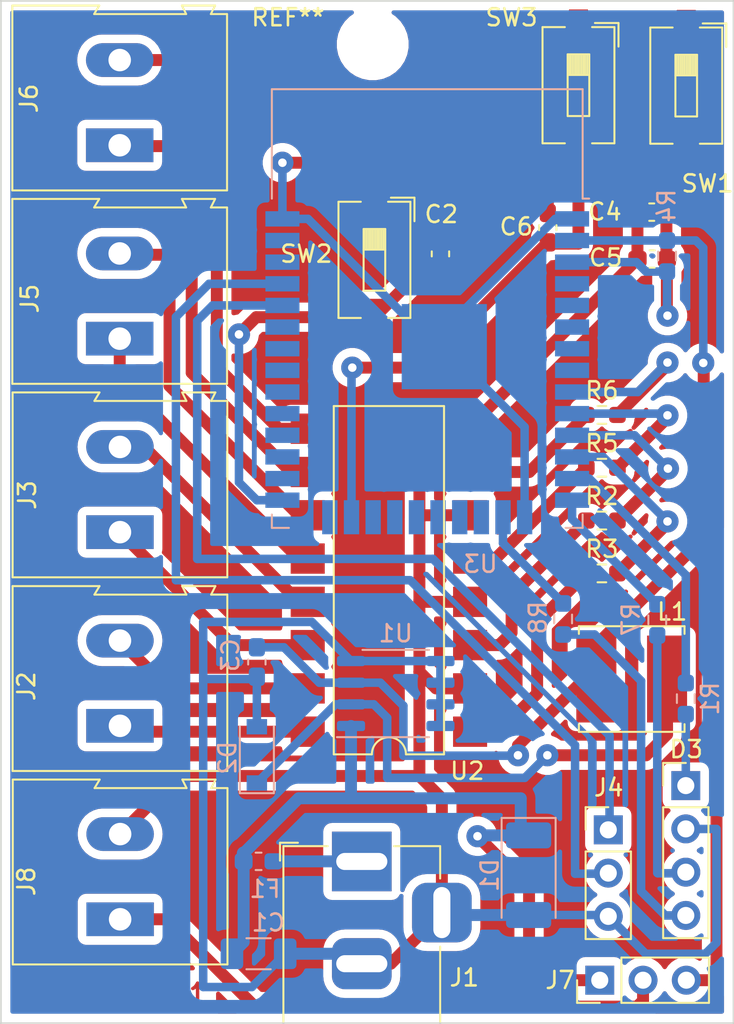
<source format=kicad_pcb>
(kicad_pcb (version 20171130) (host pcbnew 5.99.0+really5.1.10+dfsg1-1)

  (general
    (thickness 1.6)
    (drawings 5)
    (tracks 279)
    (zones 0)
    (modules 34)
    (nets 56)
  )

  (page A4)
  (title_block
    (title MqTrigger)
    (date 2022-04-16)
    (rev 1.1)
    (company chodak166)
  )

  (layers
    (0 F.Cu signal hide)
    (31 B.Cu signal)
    (32 B.Adhes user hide)
    (33 F.Adhes user hide)
    (34 B.Paste user hide)
    (35 F.Paste user hide)
    (36 B.SilkS user hide)
    (37 F.SilkS user)
    (38 B.Mask user hide)
    (39 F.Mask user hide)
    (40 Dwgs.User user hide)
    (41 Cmts.User user hide)
    (42 Eco1.User user hide)
    (43 Eco2.User user hide)
    (44 Edge.Cuts user)
    (45 Margin user hide)
    (46 B.CrtYd user hide)
    (47 F.CrtYd user)
    (48 B.Fab user hide)
    (49 F.Fab user)
  )

  (setup
    (last_trace_width 0.5)
    (user_trace_width 0.5)
    (user_trace_width 0.7)
    (trace_clearance 0.3)
    (zone_clearance 0.508)
    (zone_45_only no)
    (trace_min 0.5)
    (via_size 1.3)
    (via_drill 0.5)
    (via_min_size 0.5)
    (via_min_drill 0.3)
    (user_via 1.3 0.5)
    (uvia_size 0.3)
    (uvia_drill 0.1)
    (uvias_allowed no)
    (uvia_min_size 0.2)
    (uvia_min_drill 0.1)
    (edge_width 0.05)
    (segment_width 0.2)
    (pcb_text_width 0.3)
    (pcb_text_size 1.5 1.5)
    (mod_edge_width 0.12)
    (mod_text_size 1 1)
    (mod_text_width 0.15)
    (pad_size 1.7 1.7)
    (pad_drill 1)
    (pad_to_mask_clearance 0)
    (aux_axis_origin 0 0)
    (visible_elements FFFFFF7F)
    (pcbplotparams
      (layerselection 0x01030_ffffffff)
      (usegerberextensions false)
      (usegerberattributes true)
      (usegerberadvancedattributes true)
      (creategerberjobfile true)
      (excludeedgelayer true)
      (linewidth 0.100000)
      (plotframeref false)
      (viasonmask false)
      (mode 1)
      (useauxorigin false)
      (hpglpennumber 1)
      (hpglpenspeed 20)
      (hpglpendiameter 15.000000)
      (psnegative false)
      (psa4output false)
      (plotreference true)
      (plotvalue true)
      (plotinvisibletext false)
      (padsonsilk false)
      (subtractmaskfromsilk false)
      (outputformat 1)
      (mirror false)
      (drillshape 0)
      (scaleselection 1)
      (outputdirectory "gerber/"))
  )

  (net 0 "")
  (net 1 GND)
  (net 2 +3V3)
  (net 3 "Net-(D2-Pad1)")
  (net 4 "Net-(U3-Pad37)")
  (net 5 "Net-(U3-Pad36)")
  (net 6 "Net-(U3-Pad33)")
  (net 7 "Net-(U3-Pad32)")
  (net 8 "Net-(U3-Pad31)")
  (net 9 "Net-(U3-Pad30)")
  (net 10 "Net-(U3-Pad29)")
  (net 11 "Net-(U3-Pad22)")
  (net 12 "Net-(U3-Pad21)")
  (net 13 "Net-(U3-Pad20)")
  (net 14 "Net-(U3-Pad19)")
  (net 15 "Net-(U3-Pad18)")
  (net 16 "Net-(U3-Pad17)")
  (net 17 "Net-(U3-Pad8)")
  (net 18 "Net-(U3-Pad7)")
  (net 19 "Net-(U3-Pad6)")
  (net 20 "Net-(U3-Pad5)")
  (net 21 "Net-(U3-Pad4)")
  (net 22 ESP_EN)
  (net 23 ESP_BOOT)
  (net 24 ESP_SERVICE)
  (net 25 ESP_LEDB)
  (net 26 ESP_LEDG)
  (net 27 ESP_LEDR)
  (net 28 +12V)
  (net 29 ESP_TXD0)
  (net 30 ESP_RXD0)
  (net 31 ESP_TRIG2)
  (net 32 ESP_TRIG3)
  (net 33 ESP_TRIG4)
  (net 34 ESP_TRIG1)
  (net 35 "Net-(U3-Pad24)")
  (net 36 "Net-(U3-Pad26)")
  (net 37 "Net-(U3-Pad27)")
  (net 38 "Net-(U3-Pad28)")
  (net 39 "Net-(D3-Pad1)")
  (net 40 "Net-(D3-Pad3)")
  (net 41 "Net-(D3-Pad4)")
  (net 42 F12V)
  (net 43 /T1_CTL)
  (net 44 /T2_CTL)
  (net 45 /T3_CTL)
  (net 46 /T4_CTL)
  (net 47 /T1E)
  (net 48 /T1C)
  (net 49 /T2E)
  (net 50 /T2C)
  (net 51 /T3E)
  (net 52 /T3C)
  (net 53 /T4E)
  (net 54 /T4C)
  (net 55 /VCC_CUSTOM)

  (net_class Default "This is the default net class."
    (clearance 0.3)
    (trace_width 0.5)
    (via_dia 1.3)
    (via_drill 0.5)
    (uvia_dia 0.3)
    (uvia_drill 0.1)
    (diff_pair_width 0.5)
    (diff_pair_gap 0.25)
    (add_net +12V)
    (add_net +3V3)
    (add_net /T1C)
    (add_net /T1E)
    (add_net /T1_CTL)
    (add_net /T2C)
    (add_net /T2E)
    (add_net /T2_CTL)
    (add_net /T3C)
    (add_net /T3E)
    (add_net /T3_CTL)
    (add_net /T4C)
    (add_net /T4E)
    (add_net /T4_CTL)
    (add_net /VCC_CUSTOM)
    (add_net ESP_BOOT)
    (add_net ESP_EN)
    (add_net ESP_LEDB)
    (add_net ESP_LEDG)
    (add_net ESP_LEDR)
    (add_net ESP_RXD0)
    (add_net ESP_SERVICE)
    (add_net ESP_TRIG1)
    (add_net ESP_TRIG2)
    (add_net ESP_TRIG3)
    (add_net ESP_TRIG4)
    (add_net ESP_TXD0)
    (add_net F12V)
    (add_net GND)
    (add_net "Net-(D2-Pad1)")
    (add_net "Net-(D3-Pad1)")
    (add_net "Net-(D3-Pad3)")
    (add_net "Net-(D3-Pad4)")
    (add_net "Net-(U3-Pad17)")
    (add_net "Net-(U3-Pad18)")
    (add_net "Net-(U3-Pad19)")
    (add_net "Net-(U3-Pad20)")
    (add_net "Net-(U3-Pad21)")
    (add_net "Net-(U3-Pad22)")
    (add_net "Net-(U3-Pad24)")
    (add_net "Net-(U3-Pad26)")
    (add_net "Net-(U3-Pad27)")
    (add_net "Net-(U3-Pad28)")
    (add_net "Net-(U3-Pad29)")
    (add_net "Net-(U3-Pad30)")
    (add_net "Net-(U3-Pad31)")
    (add_net "Net-(U3-Pad32)")
    (add_net "Net-(U3-Pad33)")
    (add_net "Net-(U3-Pad36)")
    (add_net "Net-(U3-Pad37)")
    (add_net "Net-(U3-Pad4)")
    (add_net "Net-(U3-Pad5)")
    (add_net "Net-(U3-Pad6)")
    (add_net "Net-(U3-Pad7)")
    (add_net "Net-(U3-Pad8)")
  )

  (module TerminalBlock:TerminalBlock_Altech_AK300-2_P5.00mm (layer F.Cu) (tedit 59FF0306) (tstamp 625D67B9)
    (at 127.425 120.075 90)
    (descr "Altech AK300 terminal block, pitch 5.0mm, 45 degree angled, see http://www.mouser.com/ds/2/16/PCBMETRC-24178.pdf")
    (tags "Altech AK300 terminal block pitch 5.0mm")
    (path /62B8DF20)
    (fp_text reference J8 (at 2.225 -5.5 90) (layer F.SilkS)
      (effects (font (size 1 1) (thickness 0.15)))
    )
    (fp_text value TRIG1_IO (at 2.78 7.75 90) (layer F.Fab)
      (effects (font (size 1 1) (thickness 0.15)))
    )
    (fp_arc (start -1.13 -4.65) (end -1.42 -4.13) (angle 104.2) (layer F.Fab) (width 0.1))
    (fp_arc (start -0.01 -3.71) (end -1.62 -5) (angle 100) (layer F.Fab) (width 0.1))
    (fp_arc (start 0.06 -6.07) (end 1.53 -4.12) (angle 75.5) (layer F.Fab) (width 0.1))
    (fp_arc (start 1.03 -4.59) (end 1.53 -5.05) (angle 90.5) (layer F.Fab) (width 0.1))
    (fp_arc (start 3.87 -4.65) (end 3.58 -4.13) (angle 104.2) (layer F.Fab) (width 0.1))
    (fp_arc (start 4.99 -3.71) (end 3.39 -5) (angle 100) (layer F.Fab) (width 0.1))
    (fp_arc (start 5.07 -6.07) (end 6.53 -4.12) (angle 75.5) (layer F.Fab) (width 0.1))
    (fp_arc (start 6.03 -4.59) (end 6.54 -5.05) (angle 90.5) (layer F.Fab) (width 0.1))
    (fp_text user %R (at 2.5 -2 90) (layer F.Fab)
      (effects (font (size 1 1) (thickness 0.15)))
    )
    (fp_line (start -2.65 -6.3) (end -2.65 6.3) (layer F.SilkS) (width 0.12))
    (fp_line (start -2.65 6.3) (end 7.7 6.3) (layer F.SilkS) (width 0.12))
    (fp_line (start 7.7 6.3) (end 7.7 5.35) (layer F.SilkS) (width 0.12))
    (fp_line (start 7.7 5.35) (end 8.2 5.6) (layer F.SilkS) (width 0.12))
    (fp_line (start 8.2 5.6) (end 8.2 3.7) (layer F.SilkS) (width 0.12))
    (fp_line (start 8.2 3.7) (end 8.2 3.65) (layer F.SilkS) (width 0.12))
    (fp_line (start 8.2 3.65) (end 7.7 3.9) (layer F.SilkS) (width 0.12))
    (fp_line (start 7.7 3.9) (end 7.7 -1.5) (layer F.SilkS) (width 0.12))
    (fp_line (start 7.7 -1.5) (end 8.2 -1.2) (layer F.SilkS) (width 0.12))
    (fp_line (start 8.2 -1.2) (end 8.2 -6.3) (layer F.SilkS) (width 0.12))
    (fp_line (start 8.2 -6.3) (end -2.65 -6.3) (layer F.SilkS) (width 0.12))
    (fp_line (start -1.26 2.54) (end 1.28 2.54) (layer F.Fab) (width 0.1))
    (fp_line (start 1.28 2.54) (end 1.28 -0.25) (layer F.Fab) (width 0.1))
    (fp_line (start -1.26 -0.25) (end 1.28 -0.25) (layer F.Fab) (width 0.1))
    (fp_line (start -1.26 2.54) (end -1.26 -0.25) (layer F.Fab) (width 0.1))
    (fp_line (start 3.74 2.54) (end 6.28 2.54) (layer F.Fab) (width 0.1))
    (fp_line (start 6.28 2.54) (end 6.28 -0.25) (layer F.Fab) (width 0.1))
    (fp_line (start 3.74 -0.25) (end 6.28 -0.25) (layer F.Fab) (width 0.1))
    (fp_line (start 3.74 2.54) (end 3.74 -0.25) (layer F.Fab) (width 0.1))
    (fp_line (start 7.61 -6.22) (end 7.61 -3.17) (layer F.Fab) (width 0.1))
    (fp_line (start 7.61 -6.22) (end -2.58 -6.22) (layer F.Fab) (width 0.1))
    (fp_line (start 7.61 -6.22) (end 8.11 -6.22) (layer F.Fab) (width 0.1))
    (fp_line (start 8.11 -6.22) (end 8.11 -1.4) (layer F.Fab) (width 0.1))
    (fp_line (start 8.11 -1.4) (end 7.61 -1.65) (layer F.Fab) (width 0.1))
    (fp_line (start 8.11 5.46) (end 7.61 5.21) (layer F.Fab) (width 0.1))
    (fp_line (start 7.61 5.21) (end 7.61 6.22) (layer F.Fab) (width 0.1))
    (fp_line (start 8.11 3.81) (end 7.61 4.06) (layer F.Fab) (width 0.1))
    (fp_line (start 7.61 4.06) (end 7.61 5.21) (layer F.Fab) (width 0.1))
    (fp_line (start 8.11 3.81) (end 8.11 5.46) (layer F.Fab) (width 0.1))
    (fp_line (start 2.98 6.22) (end 2.98 4.32) (layer F.Fab) (width 0.1))
    (fp_line (start 7.05 -0.25) (end 7.05 4.32) (layer F.Fab) (width 0.1))
    (fp_line (start 2.98 6.22) (end 7.05 6.22) (layer F.Fab) (width 0.1))
    (fp_line (start 7.05 6.22) (end 7.61 6.22) (layer F.Fab) (width 0.1))
    (fp_line (start 2.04 6.22) (end 2.04 4.32) (layer F.Fab) (width 0.1))
    (fp_line (start 2.04 6.22) (end 2.98 6.22) (layer F.Fab) (width 0.1))
    (fp_line (start -2.02 -0.25) (end -2.02 4.32) (layer F.Fab) (width 0.1))
    (fp_line (start -2.58 6.22) (end -2.02 6.22) (layer F.Fab) (width 0.1))
    (fp_line (start -2.02 6.22) (end 2.04 6.22) (layer F.Fab) (width 0.1))
    (fp_line (start 2.98 4.32) (end 7.05 4.32) (layer F.Fab) (width 0.1))
    (fp_line (start 2.98 4.32) (end 2.98 -0.25) (layer F.Fab) (width 0.1))
    (fp_line (start 7.05 4.32) (end 7.05 6.22) (layer F.Fab) (width 0.1))
    (fp_line (start 2.04 4.32) (end -2.02 4.32) (layer F.Fab) (width 0.1))
    (fp_line (start 2.04 4.32) (end 2.04 -0.25) (layer F.Fab) (width 0.1))
    (fp_line (start -2.02 4.32) (end -2.02 6.22) (layer F.Fab) (width 0.1))
    (fp_line (start 6.67 3.68) (end 6.67 0.51) (layer F.Fab) (width 0.1))
    (fp_line (start 6.67 3.68) (end 3.36 3.68) (layer F.Fab) (width 0.1))
    (fp_line (start 3.36 3.68) (end 3.36 0.51) (layer F.Fab) (width 0.1))
    (fp_line (start 1.66 3.68) (end 1.66 0.51) (layer F.Fab) (width 0.1))
    (fp_line (start 1.66 3.68) (end -1.64 3.68) (layer F.Fab) (width 0.1))
    (fp_line (start -1.64 3.68) (end -1.64 0.51) (layer F.Fab) (width 0.1))
    (fp_line (start -1.64 0.51) (end -1.26 0.51) (layer F.Fab) (width 0.1))
    (fp_line (start 1.66 0.51) (end 1.28 0.51) (layer F.Fab) (width 0.1))
    (fp_line (start 3.36 0.51) (end 3.74 0.51) (layer F.Fab) (width 0.1))
    (fp_line (start 6.67 0.51) (end 6.28 0.51) (layer F.Fab) (width 0.1))
    (fp_line (start -2.58 6.22) (end -2.58 -0.64) (layer F.Fab) (width 0.1))
    (fp_line (start -2.58 -0.64) (end -2.58 -3.17) (layer F.Fab) (width 0.1))
    (fp_line (start 7.61 -1.65) (end 7.61 -0.64) (layer F.Fab) (width 0.1))
    (fp_line (start 7.61 -0.64) (end 7.61 4.06) (layer F.Fab) (width 0.1))
    (fp_line (start -2.58 -3.17) (end 7.61 -3.17) (layer F.Fab) (width 0.1))
    (fp_line (start -2.58 -3.17) (end -2.58 -6.22) (layer F.Fab) (width 0.1))
    (fp_line (start 7.61 -3.17) (end 7.61 -1.65) (layer F.Fab) (width 0.1))
    (fp_line (start 2.98 -3.43) (end 2.98 -5.97) (layer F.Fab) (width 0.1))
    (fp_line (start 2.98 -5.97) (end 7.05 -5.97) (layer F.Fab) (width 0.1))
    (fp_line (start 7.05 -5.97) (end 7.05 -3.43) (layer F.Fab) (width 0.1))
    (fp_line (start 7.05 -3.43) (end 2.98 -3.43) (layer F.Fab) (width 0.1))
    (fp_line (start 2.04 -3.43) (end 2.04 -5.97) (layer F.Fab) (width 0.1))
    (fp_line (start 2.04 -3.43) (end -2.02 -3.43) (layer F.Fab) (width 0.1))
    (fp_line (start -2.02 -3.43) (end -2.02 -5.97) (layer F.Fab) (width 0.1))
    (fp_line (start 2.04 -5.97) (end -2.02 -5.97) (layer F.Fab) (width 0.1))
    (fp_line (start 3.39 -4.45) (end 6.44 -5.08) (layer F.Fab) (width 0.1))
    (fp_line (start 3.52 -4.32) (end 6.56 -4.95) (layer F.Fab) (width 0.1))
    (fp_line (start -1.62 -4.45) (end 1.44 -5.08) (layer F.Fab) (width 0.1))
    (fp_line (start -1.49 -4.32) (end 1.56 -4.95) (layer F.Fab) (width 0.1))
    (fp_line (start -2.02 -0.25) (end -1.64 -0.25) (layer F.Fab) (width 0.1))
    (fp_line (start 2.04 -0.25) (end 1.66 -0.25) (layer F.Fab) (width 0.1))
    (fp_line (start 1.66 -0.25) (end -1.64 -0.25) (layer F.Fab) (width 0.1))
    (fp_line (start -2.58 -0.64) (end -1.64 -0.64) (layer F.Fab) (width 0.1))
    (fp_line (start -1.64 -0.64) (end 1.66 -0.64) (layer F.Fab) (width 0.1))
    (fp_line (start 1.66 -0.64) (end 3.36 -0.64) (layer F.Fab) (width 0.1))
    (fp_line (start 7.61 -0.64) (end 6.67 -0.64) (layer F.Fab) (width 0.1))
    (fp_line (start 6.67 -0.64) (end 3.36 -0.64) (layer F.Fab) (width 0.1))
    (fp_line (start 7.05 -0.25) (end 6.67 -0.25) (layer F.Fab) (width 0.1))
    (fp_line (start 2.98 -0.25) (end 3.36 -0.25) (layer F.Fab) (width 0.1))
    (fp_line (start 3.36 -0.25) (end 6.67 -0.25) (layer F.Fab) (width 0.1))
    (fp_line (start -2.83 -6.47) (end 8.36 -6.47) (layer F.CrtYd) (width 0.05))
    (fp_line (start -2.83 -6.47) (end -2.83 6.47) (layer F.CrtYd) (width 0.05))
    (fp_line (start 8.36 6.47) (end 8.36 -6.47) (layer F.CrtYd) (width 0.05))
    (fp_line (start 8.36 6.47) (end -2.83 6.47) (layer F.CrtYd) (width 0.05))
    (pad 2 thru_hole oval (at 5 0 90) (size 1.98 3.96) (drill 1.32) (layers *.Cu *.Mask)
      (net 1 GND))
    (pad 1 thru_hole rect (at 0 0 90) (size 1.98 3.96) (drill 1.32) (layers *.Cu *.Mask)
      (net 55 /VCC_CUSTOM))
    (model ${KISYS3DMOD}/TerminalBlock.3dshapes/TerminalBlock_Altech_AK300-2_P5.00mm.wrl
      (at (xyz 0 0 0))
      (scale (xyz 1 1 1))
      (rotate (xyz 0 0 0))
    )
  )

  (module Connector_PinHeader_2.54mm:PinHeader_1x03_P2.54mm_Vertical (layer F.Cu) (tedit 59FED5CC) (tstamp 625DEACB)
    (at 155.575 123.65 90)
    (descr "Through hole straight pin header, 1x03, 2.54mm pitch, single row")
    (tags "Through hole pin header THT 1x03 2.54mm single row")
    (path /62BB545F)
    (fp_text reference J7 (at 0 -2.33 180) (layer F.SilkS)
      (effects (font (size 1 1) (thickness 0.15)))
    )
    (fp_text value Conn_01x03 (at 0 7.41 90) (layer F.Fab)
      (effects (font (size 1 1) (thickness 0.15)))
    )
    (fp_text user %R (at 0 2.54) (layer F.Fab)
      (effects (font (size 1 1) (thickness 0.15)))
    )
    (fp_line (start -0.635 -1.27) (end 1.27 -1.27) (layer F.Fab) (width 0.1))
    (fp_line (start 1.27 -1.27) (end 1.27 6.35) (layer F.Fab) (width 0.1))
    (fp_line (start 1.27 6.35) (end -1.27 6.35) (layer F.Fab) (width 0.1))
    (fp_line (start -1.27 6.35) (end -1.27 -0.635) (layer F.Fab) (width 0.1))
    (fp_line (start -1.27 -0.635) (end -0.635 -1.27) (layer F.Fab) (width 0.1))
    (fp_line (start -1.33 6.41) (end 1.33 6.41) (layer F.SilkS) (width 0.12))
    (fp_line (start -1.33 1.27) (end -1.33 6.41) (layer F.SilkS) (width 0.12))
    (fp_line (start 1.33 1.27) (end 1.33 6.41) (layer F.SilkS) (width 0.12))
    (fp_line (start -1.33 1.27) (end 1.33 1.27) (layer F.SilkS) (width 0.12))
    (fp_line (start -1.33 0) (end -1.33 -1.33) (layer F.SilkS) (width 0.12))
    (fp_line (start -1.33 -1.33) (end 0 -1.33) (layer F.SilkS) (width 0.12))
    (fp_line (start -1.8 -1.8) (end -1.8 6.85) (layer F.CrtYd) (width 0.05))
    (fp_line (start -1.8 6.85) (end 1.8 6.85) (layer F.CrtYd) (width 0.05))
    (fp_line (start 1.8 6.85) (end 1.8 -1.8) (layer F.CrtYd) (width 0.05))
    (fp_line (start 1.8 -1.8) (end -1.8 -1.8) (layer F.CrtYd) (width 0.05))
    (pad 3 thru_hole oval (at 0 5.08 90) (size 1.7 1.7) (drill 1) (layers *.Cu *.Mask)
      (net 2 +3V3))
    (pad 2 thru_hole oval (at 0 2.54 90) (size 1.7 1.7) (drill 1) (layers *.Cu *.Mask)
      (net 55 /VCC_CUSTOM))
    (pad 1 thru_hole rect (at 0 0 90) (size 1.7 1.7) (drill 1) (layers *.Cu *.Mask)
      (net 42 F12V))
    (model ${KISYS3DMOD}/Connector_PinHeader_2.54mm.3dshapes/PinHeader_1x03_P2.54mm_Vertical.wrl
      (at (xyz 0 0 0))
      (scale (xyz 1 1 1))
      (rotate (xyz 0 0 0))
    )
  )

  (module Resistor_SMD:R_0603_1608Metric_Pad0.98x0.95mm_HandSolder (layer B.Cu) (tedit 5F68FEEE) (tstamp 625B5527)
    (at 153.425 102.45 90)
    (descr "Resistor SMD 0603 (1608 Metric), square (rectangular) end terminal, IPC_7351 nominal with elongated pad for handsoldering. (Body size source: IPC-SM-782 page 72, https://www.pcb-3d.com/wordpress/wp-content/uploads/ipc-sm-782a_amendment_1_and_2.pdf), generated with kicad-footprint-generator")
    (tags "resistor handsolder")
    (path /628EB367)
    (attr smd)
    (fp_text reference R8 (at 0.075 -1.475 90) (layer B.SilkS)
      (effects (font (size 1 1) (thickness 0.15)) (justify mirror))
    )
    (fp_text value 3.3k (at 0 -1.43 90) (layer B.Fab)
      (effects (font (size 1 1) (thickness 0.15)) (justify mirror))
    )
    (fp_text user %R (at 0 0 90) (layer B.Fab)
      (effects (font (size 0.4 0.4) (thickness 0.06)) (justify mirror))
    )
    (fp_line (start 1.65 -0.73) (end -1.65 -0.73) (layer B.CrtYd) (width 0.05))
    (fp_line (start 1.65 0.73) (end 1.65 -0.73) (layer B.CrtYd) (width 0.05))
    (fp_line (start -1.65 0.73) (end 1.65 0.73) (layer B.CrtYd) (width 0.05))
    (fp_line (start -1.65 -0.73) (end -1.65 0.73) (layer B.CrtYd) (width 0.05))
    (fp_line (start -0.254724 -0.5225) (end 0.254724 -0.5225) (layer B.SilkS) (width 0.12))
    (fp_line (start -0.254724 0.5225) (end 0.254724 0.5225) (layer B.SilkS) (width 0.12))
    (fp_line (start 0.8 -0.4125) (end -0.8 -0.4125) (layer B.Fab) (width 0.1))
    (fp_line (start 0.8 0.4125) (end 0.8 -0.4125) (layer B.Fab) (width 0.1))
    (fp_line (start -0.8 0.4125) (end 0.8 0.4125) (layer B.Fab) (width 0.1))
    (fp_line (start -0.8 -0.4125) (end -0.8 0.4125) (layer B.Fab) (width 0.1))
    (pad 2 smd roundrect (at 0.9125 0 90) (size 0.975 0.95) (layers B.Cu B.Paste B.Mask) (roundrect_rratio 0.25)
      (net 25 ESP_LEDB))
    (pad 1 smd roundrect (at -0.9125 0 90) (size 0.975 0.95) (layers B.Cu B.Paste B.Mask) (roundrect_rratio 0.25)
      (net 41 "Net-(D3-Pad4)"))
    (model ${KISYS3DMOD}/Resistor_SMD.3dshapes/R_0603_1608Metric.wrl
      (at (xyz 0 0 0))
      (scale (xyz 1 1 1))
      (rotate (xyz 0 0 0))
    )
  )

  (module Resistor_SMD:R_0603_1608Metric_Pad0.98x0.95mm_HandSolder (layer B.Cu) (tedit 5F68FEEE) (tstamp 625B5517)
    (at 160.625 107.125 90)
    (descr "Resistor SMD 0603 (1608 Metric), square (rectangular) end terminal, IPC_7351 nominal with elongated pad for handsoldering. (Body size source: IPC-SM-782 page 72, https://www.pcb-3d.com/wordpress/wp-content/uploads/ipc-sm-782a_amendment_1_and_2.pdf), generated with kicad-footprint-generator")
    (tags "resistor handsolder")
    (path /628B9440)
    (attr smd)
    (fp_text reference R1 (at 0 1.43 90) (layer B.SilkS)
      (effects (font (size 1 1) (thickness 0.15)) (justify mirror))
    )
    (fp_text value 3.3k (at 0 -1.43 90) (layer B.Fab)
      (effects (font (size 1 1) (thickness 0.15)) (justify mirror))
    )
    (fp_line (start -0.8 -0.4125) (end -0.8 0.4125) (layer B.Fab) (width 0.1))
    (fp_line (start -0.8 0.4125) (end 0.8 0.4125) (layer B.Fab) (width 0.1))
    (fp_line (start 0.8 0.4125) (end 0.8 -0.4125) (layer B.Fab) (width 0.1))
    (fp_line (start 0.8 -0.4125) (end -0.8 -0.4125) (layer B.Fab) (width 0.1))
    (fp_line (start -0.254724 0.5225) (end 0.254724 0.5225) (layer B.SilkS) (width 0.12))
    (fp_line (start -0.254724 -0.5225) (end 0.254724 -0.5225) (layer B.SilkS) (width 0.12))
    (fp_line (start -1.65 -0.73) (end -1.65 0.73) (layer B.CrtYd) (width 0.05))
    (fp_line (start -1.65 0.73) (end 1.65 0.73) (layer B.CrtYd) (width 0.05))
    (fp_line (start 1.65 0.73) (end 1.65 -0.73) (layer B.CrtYd) (width 0.05))
    (fp_line (start 1.65 -0.73) (end -1.65 -0.73) (layer B.CrtYd) (width 0.05))
    (fp_text user %R (at 0 0 90) (layer B.Fab)
      (effects (font (size 0.4 0.4) (thickness 0.06)) (justify mirror))
    )
    (pad 1 smd roundrect (at -0.9125 0 90) (size 0.975 0.95) (layers B.Cu B.Paste B.Mask) (roundrect_rratio 0.25)
      (net 39 "Net-(D3-Pad1)"))
    (pad 2 smd roundrect (at 0.9125 0 90) (size 0.975 0.95) (layers B.Cu B.Paste B.Mask) (roundrect_rratio 0.25)
      (net 27 ESP_LEDR))
    (model ${KISYS3DMOD}/Resistor_SMD.3dshapes/R_0603_1608Metric.wrl
      (at (xyz 0 0 0))
      (scale (xyz 1 1 1))
      (rotate (xyz 0 0 0))
    )
  )

  (module Resistor_SMD:R_0603_1608Metric_Pad0.98x0.95mm_HandSolder (layer B.Cu) (tedit 5F68FEEE) (tstamp 625B5507)
    (at 158.95 102.5 90)
    (descr "Resistor SMD 0603 (1608 Metric), square (rectangular) end terminal, IPC_7351 nominal with elongated pad for handsoldering. (Body size source: IPC-SM-782 page 72, https://www.pcb-3d.com/wordpress/wp-content/uploads/ipc-sm-782a_amendment_1_and_2.pdf), generated with kicad-footprint-generator")
    (tags "resistor handsolder")
    (path /628EAE57)
    (attr smd)
    (fp_text reference R7 (at 0.025 -1.55 90) (layer B.SilkS)
      (effects (font (size 1 1) (thickness 0.15)) (justify mirror))
    )
    (fp_text value 3.3k (at 0 -1.43 90) (layer B.Fab)
      (effects (font (size 1 1) (thickness 0.15)) (justify mirror))
    )
    (fp_line (start -0.8 -0.4125) (end -0.8 0.4125) (layer B.Fab) (width 0.1))
    (fp_line (start -0.8 0.4125) (end 0.8 0.4125) (layer B.Fab) (width 0.1))
    (fp_line (start 0.8 0.4125) (end 0.8 -0.4125) (layer B.Fab) (width 0.1))
    (fp_line (start 0.8 -0.4125) (end -0.8 -0.4125) (layer B.Fab) (width 0.1))
    (fp_line (start -0.254724 0.5225) (end 0.254724 0.5225) (layer B.SilkS) (width 0.12))
    (fp_line (start -0.254724 -0.5225) (end 0.254724 -0.5225) (layer B.SilkS) (width 0.12))
    (fp_line (start -1.65 -0.73) (end -1.65 0.73) (layer B.CrtYd) (width 0.05))
    (fp_line (start -1.65 0.73) (end 1.65 0.73) (layer B.CrtYd) (width 0.05))
    (fp_line (start 1.65 0.73) (end 1.65 -0.73) (layer B.CrtYd) (width 0.05))
    (fp_line (start 1.65 -0.73) (end -1.65 -0.73) (layer B.CrtYd) (width 0.05))
    (fp_text user %R (at 0 0 90) (layer B.Fab)
      (effects (font (size 0.4 0.4) (thickness 0.06)) (justify mirror))
    )
    (pad 1 smd roundrect (at -0.9125 0 90) (size 0.975 0.95) (layers B.Cu B.Paste B.Mask) (roundrect_rratio 0.25)
      (net 40 "Net-(D3-Pad3)"))
    (pad 2 smd roundrect (at 0.9125 0 90) (size 0.975 0.95) (layers B.Cu B.Paste B.Mask) (roundrect_rratio 0.25)
      (net 26 ESP_LEDG))
    (model ${KISYS3DMOD}/Resistor_SMD.3dshapes/R_0603_1608Metric.wrl
      (at (xyz 0 0 0))
      (scale (xyz 1 1 1))
      (rotate (xyz 0 0 0))
    )
  )

  (module MountingHole:MountingHole_3.2mm_M3 (layer F.Cu) (tedit 56D1B4CB) (tstamp 625B1050)
    (at 142.25 68.725)
    (descr "Mounting Hole 3.2mm, no annular, M3")
    (tags "mounting hole 3.2mm no annular m3")
    (attr virtual)
    (fp_text reference REF** (at -4.975 -1.575) (layer F.SilkS)
      (effects (font (size 1 1) (thickness 0.15)))
    )
    (fp_text value MountingHole_3.2mm_M3 (at 0 4.2) (layer F.Fab)
      (effects (font (size 1 1) (thickness 0.15)))
    )
    (fp_circle (center 0 0) (end 3.2 0) (layer Cmts.User) (width 0.15))
    (fp_circle (center 0 0) (end 3.45 0) (layer F.CrtYd) (width 0.05))
    (fp_text user %R (at 0.3 0) (layer F.Fab)
      (effects (font (size 1 1) (thickness 0.15)))
    )
    (pad 1 np_thru_hole circle (at 0 0) (size 3.2 3.2) (drill 3.2) (layers *.Cu *.Mask))
  )

  (module Capacitor_SMD:C_0603_1608Metric_Pad1.08x0.95mm_HandSolder (layer F.Cu) (tedit 5F68FEEF) (tstamp 625DE5C2)
    (at 146.225 81.025 90)
    (descr "Capacitor SMD 0603 (1608 Metric), square (rectangular) end terminal, IPC_7351 nominal with elongated pad for handsoldering. (Body size source: IPC-SM-782 page 76, https://www.pcb-3d.com/wordpress/wp-content/uploads/ipc-sm-782a_amendment_1_and_2.pdf), generated with kicad-footprint-generator")
    (tags "capacitor handsolder")
    (path /626BA1BE)
    (attr smd)
    (fp_text reference C2 (at 2.325 0.05 180) (layer F.SilkS)
      (effects (font (size 1 1) (thickness 0.15)))
    )
    (fp_text value 0.1uF (at 0 1.43 90) (layer F.Fab)
      (effects (font (size 1 1) (thickness 0.15)))
    )
    (fp_line (start 1.65 0.73) (end -1.65 0.73) (layer F.CrtYd) (width 0.05))
    (fp_line (start 1.65 -0.73) (end 1.65 0.73) (layer F.CrtYd) (width 0.05))
    (fp_line (start -1.65 -0.73) (end 1.65 -0.73) (layer F.CrtYd) (width 0.05))
    (fp_line (start -1.65 0.73) (end -1.65 -0.73) (layer F.CrtYd) (width 0.05))
    (fp_line (start -0.146267 0.51) (end 0.146267 0.51) (layer F.SilkS) (width 0.12))
    (fp_line (start -0.146267 -0.51) (end 0.146267 -0.51) (layer F.SilkS) (width 0.12))
    (fp_line (start 0.8 0.4) (end -0.8 0.4) (layer F.Fab) (width 0.1))
    (fp_line (start 0.8 -0.4) (end 0.8 0.4) (layer F.Fab) (width 0.1))
    (fp_line (start -0.8 -0.4) (end 0.8 -0.4) (layer F.Fab) (width 0.1))
    (fp_line (start -0.8 0.4) (end -0.8 -0.4) (layer F.Fab) (width 0.1))
    (fp_text user %R (at 0 0 90) (layer F.Fab)
      (effects (font (size 0.4 0.4) (thickness 0.06)))
    )
    (pad 2 smd roundrect (at 0.8625 0 90) (size 1.075 0.95) (layers F.Cu F.Paste F.Mask) (roundrect_rratio 0.25)
      (net 1 GND))
    (pad 1 smd roundrect (at -0.8625 0 90) (size 1.075 0.95) (layers F.Cu F.Paste F.Mask) (roundrect_rratio 0.25)
      (net 23 ESP_BOOT))
    (model ${KISYS3DMOD}/Capacitor_SMD.3dshapes/C_0603_1608Metric.wrl
      (at (xyz 0 0 0))
      (scale (xyz 1 1 1))
      (rotate (xyz 0 0 0))
    )
  )

  (module Capacitor_SMD:C_0603_1608Metric_Pad1.08x0.95mm_HandSolder (layer F.Cu) (tedit 5F68FEEF) (tstamp 625B1E5F)
    (at 152.525 79.4875 90)
    (descr "Capacitor SMD 0603 (1608 Metric), square (rectangular) end terminal, IPC_7351 nominal with elongated pad for handsoldering. (Body size source: IPC-SM-782 page 76, https://www.pcb-3d.com/wordpress/wp-content/uploads/ipc-sm-782a_amendment_1_and_2.pdf), generated with kicad-footprint-generator")
    (tags "capacitor handsolder")
    (path /626FA945)
    (attr smd)
    (fp_text reference C6 (at 0.0625 -1.85 180) (layer F.SilkS)
      (effects (font (size 1 1) (thickness 0.15)))
    )
    (fp_text value 0.1uF (at 0 1.43 90) (layer F.Fab)
      (effects (font (size 1 1) (thickness 0.15)))
    )
    (fp_line (start 1.65 0.73) (end -1.65 0.73) (layer F.CrtYd) (width 0.05))
    (fp_line (start 1.65 -0.73) (end 1.65 0.73) (layer F.CrtYd) (width 0.05))
    (fp_line (start -1.65 -0.73) (end 1.65 -0.73) (layer F.CrtYd) (width 0.05))
    (fp_line (start -1.65 0.73) (end -1.65 -0.73) (layer F.CrtYd) (width 0.05))
    (fp_line (start -0.146267 0.51) (end 0.146267 0.51) (layer F.SilkS) (width 0.12))
    (fp_line (start -0.146267 -0.51) (end 0.146267 -0.51) (layer F.SilkS) (width 0.12))
    (fp_line (start 0.8 0.4) (end -0.8 0.4) (layer F.Fab) (width 0.1))
    (fp_line (start 0.8 -0.4) (end 0.8 0.4) (layer F.Fab) (width 0.1))
    (fp_line (start -0.8 -0.4) (end 0.8 -0.4) (layer F.Fab) (width 0.1))
    (fp_line (start -0.8 0.4) (end -0.8 -0.4) (layer F.Fab) (width 0.1))
    (fp_text user %R (at 0 0 90) (layer F.Fab)
      (effects (font (size 0.4 0.4) (thickness 0.06)))
    )
    (pad 2 smd roundrect (at 0.8625 0 90) (size 1.075 0.95) (layers F.Cu F.Paste F.Mask) (roundrect_rratio 0.25)
      (net 1 GND))
    (pad 1 smd roundrect (at -0.8625 0 90) (size 1.075 0.95) (layers F.Cu F.Paste F.Mask) (roundrect_rratio 0.25)
      (net 24 ESP_SERVICE))
    (model ${KISYS3DMOD}/Capacitor_SMD.3dshapes/C_0603_1608Metric.wrl
      (at (xyz 0 0 0))
      (scale (xyz 1 1 1))
      (rotate (xyz 0 0 0))
    )
  )

  (module Capacitor_SMD:C_0603_1608Metric_Pad1.08x0.95mm_HandSolder (layer F.Cu) (tedit 5F68FEEF) (tstamp 625B1EBF)
    (at 158.625 78.575 180)
    (descr "Capacitor SMD 0603 (1608 Metric), square (rectangular) end terminal, IPC_7351 nominal with elongated pad for handsoldering. (Body size source: IPC-SM-782 page 76, https://www.pcb-3d.com/wordpress/wp-content/uploads/ipc-sm-782a_amendment_1_and_2.pdf), generated with kicad-footprint-generator")
    (tags "capacitor handsolder")
    (path /6264F2B7)
    (attr smd)
    (fp_text reference C4 (at 2.75 0.025) (layer F.SilkS)
      (effects (font (size 1 1) (thickness 0.15)))
    )
    (fp_text value 0.1uF (at 0 1.43) (layer F.Fab)
      (effects (font (size 1 1) (thickness 0.15)))
    )
    (fp_line (start 1.65 0.73) (end -1.65 0.73) (layer F.CrtYd) (width 0.05))
    (fp_line (start 1.65 -0.73) (end 1.65 0.73) (layer F.CrtYd) (width 0.05))
    (fp_line (start -1.65 -0.73) (end 1.65 -0.73) (layer F.CrtYd) (width 0.05))
    (fp_line (start -1.65 0.73) (end -1.65 -0.73) (layer F.CrtYd) (width 0.05))
    (fp_line (start -0.146267 0.51) (end 0.146267 0.51) (layer F.SilkS) (width 0.12))
    (fp_line (start -0.146267 -0.51) (end 0.146267 -0.51) (layer F.SilkS) (width 0.12))
    (fp_line (start 0.8 0.4) (end -0.8 0.4) (layer F.Fab) (width 0.1))
    (fp_line (start 0.8 -0.4) (end 0.8 0.4) (layer F.Fab) (width 0.1))
    (fp_line (start -0.8 -0.4) (end 0.8 -0.4) (layer F.Fab) (width 0.1))
    (fp_line (start -0.8 0.4) (end -0.8 -0.4) (layer F.Fab) (width 0.1))
    (fp_text user %R (at 0 0) (layer F.Fab)
      (effects (font (size 0.4 0.4) (thickness 0.06)))
    )
    (pad 2 smd roundrect (at 0.8625 0 180) (size 1.075 0.95) (layers F.Cu F.Paste F.Mask) (roundrect_rratio 0.25)
      (net 1 GND))
    (pad 1 smd roundrect (at -0.8625 0 180) (size 1.075 0.95) (layers F.Cu F.Paste F.Mask) (roundrect_rratio 0.25)
      (net 22 ESP_EN))
    (model ${KISYS3DMOD}/Capacitor_SMD.3dshapes/C_0603_1608Metric.wrl
      (at (xyz 0 0 0))
      (scale (xyz 1 1 1))
      (rotate (xyz 0 0 0))
    )
  )

  (module Capacitor_SMD:C_0603_1608Metric_Pad1.08x0.95mm_HandSolder (layer F.Cu) (tedit 5F68FEEF) (tstamp 625B1F34)
    (at 158.65 81.325 180)
    (descr "Capacitor SMD 0603 (1608 Metric), square (rectangular) end terminal, IPC_7351 nominal with elongated pad for handsoldering. (Body size source: IPC-SM-782 page 76, https://www.pcb-3d.com/wordpress/wp-content/uploads/ipc-sm-782a_amendment_1_and_2.pdf), generated with kicad-footprint-generator")
    (tags "capacitor handsolder")
    (path /6269D8D2)
    (attr smd)
    (fp_text reference C5 (at 2.725 0.075 180) (layer F.SilkS)
      (effects (font (size 1 1) (thickness 0.15)))
    )
    (fp_text value 0.1uF (at 0 1.43 180) (layer F.Fab)
      (effects (font (size 1 1) (thickness 0.15)))
    )
    (fp_line (start 1.65 0.73) (end -1.65 0.73) (layer F.CrtYd) (width 0.05))
    (fp_line (start 1.65 -0.73) (end 1.65 0.73) (layer F.CrtYd) (width 0.05))
    (fp_line (start -1.65 -0.73) (end 1.65 -0.73) (layer F.CrtYd) (width 0.05))
    (fp_line (start -1.65 0.73) (end -1.65 -0.73) (layer F.CrtYd) (width 0.05))
    (fp_line (start -0.146267 0.51) (end 0.146267 0.51) (layer F.SilkS) (width 0.12))
    (fp_line (start -0.146267 -0.51) (end 0.146267 -0.51) (layer F.SilkS) (width 0.12))
    (fp_line (start 0.8 0.4) (end -0.8 0.4) (layer F.Fab) (width 0.1))
    (fp_line (start 0.8 -0.4) (end 0.8 0.4) (layer F.Fab) (width 0.1))
    (fp_line (start -0.8 -0.4) (end 0.8 -0.4) (layer F.Fab) (width 0.1))
    (fp_line (start -0.8 0.4) (end -0.8 -0.4) (layer F.Fab) (width 0.1))
    (fp_text user %R (at 0 0 180) (layer F.Fab)
      (effects (font (size 0.4 0.4) (thickness 0.06)))
    )
    (pad 2 smd roundrect (at 0.8625 0 180) (size 1.075 0.95) (layers F.Cu F.Paste F.Mask) (roundrect_rratio 0.25)
      (net 1 GND))
    (pad 1 smd roundrect (at -0.8625 0 180) (size 1.075 0.95) (layers F.Cu F.Paste F.Mask) (roundrect_rratio 0.25)
      (net 22 ESP_EN))
    (model ${KISYS3DMOD}/Capacitor_SMD.3dshapes/C_0603_1608Metric.wrl
      (at (xyz 0 0 0))
      (scale (xyz 1 1 1))
      (rotate (xyz 0 0 0))
    )
  )

  (module Resistor_SMD:R_0603_1608Metric_Pad0.98x0.95mm_HandSolder (layer F.Cu) (tedit 5F68FEEE) (tstamp 625B22AF)
    (at 155.7 96.675)
    (descr "Resistor SMD 0603 (1608 Metric), square (rectangular) end terminal, IPC_7351 nominal with elongated pad for handsoldering. (Body size source: IPC-SM-782 page 72, https://www.pcb-3d.com/wordpress/wp-content/uploads/ipc-sm-782a_amendment_1_and_2.pdf), generated with kicad-footprint-generator")
    (tags "resistor handsolder")
    (path /62820564)
    (attr smd)
    (fp_text reference R2 (at 0 -1.43) (layer F.SilkS)
      (effects (font (size 1 1) (thickness 0.15)))
    )
    (fp_text value 100 (at 0 1.43) (layer F.Fab)
      (effects (font (size 1 1) (thickness 0.15)))
    )
    (fp_line (start 1.65 0.73) (end -1.65 0.73) (layer F.CrtYd) (width 0.05))
    (fp_line (start 1.65 -0.73) (end 1.65 0.73) (layer F.CrtYd) (width 0.05))
    (fp_line (start -1.65 -0.73) (end 1.65 -0.73) (layer F.CrtYd) (width 0.05))
    (fp_line (start -1.65 0.73) (end -1.65 -0.73) (layer F.CrtYd) (width 0.05))
    (fp_line (start -0.254724 0.5225) (end 0.254724 0.5225) (layer F.SilkS) (width 0.12))
    (fp_line (start -0.254724 -0.5225) (end 0.254724 -0.5225) (layer F.SilkS) (width 0.12))
    (fp_line (start 0.8 0.4125) (end -0.8 0.4125) (layer F.Fab) (width 0.1))
    (fp_line (start 0.8 -0.4125) (end 0.8 0.4125) (layer F.Fab) (width 0.1))
    (fp_line (start -0.8 -0.4125) (end 0.8 -0.4125) (layer F.Fab) (width 0.1))
    (fp_line (start -0.8 0.4125) (end -0.8 -0.4125) (layer F.Fab) (width 0.1))
    (fp_text user %R (at 0 0) (layer F.Fab)
      (effects (font (size 0.4 0.4) (thickness 0.06)))
    )
    (pad 2 smd roundrect (at 0.9125 0) (size 0.975 0.95) (layers F.Cu F.Paste F.Mask) (roundrect_rratio 0.25)
      (net 31 ESP_TRIG2))
    (pad 1 smd roundrect (at -0.9125 0) (size 0.975 0.95) (layers F.Cu F.Paste F.Mask) (roundrect_rratio 0.25)
      (net 44 /T2_CTL))
    (model ${KISYS3DMOD}/Resistor_SMD.3dshapes/R_0603_1608Metric.wrl
      (at (xyz 0 0 0))
      (scale (xyz 1 1 1))
      (rotate (xyz 0 0 0))
    )
  )

  (module Resistor_SMD:R_0603_1608Metric_Pad0.98x0.95mm_HandSolder (layer F.Cu) (tedit 5F68FEEE) (tstamp 625B22DF)
    (at 155.7 90.475)
    (descr "Resistor SMD 0603 (1608 Metric), square (rectangular) end terminal, IPC_7351 nominal with elongated pad for handsoldering. (Body size source: IPC-SM-782 page 72, https://www.pcb-3d.com/wordpress/wp-content/uploads/ipc-sm-782a_amendment_1_and_2.pdf), generated with kicad-footprint-generator")
    (tags "resistor handsolder")
    (path /62821633)
    (attr smd)
    (fp_text reference R6 (at 0 -1.43) (layer F.SilkS)
      (effects (font (size 1 1) (thickness 0.15)))
    )
    (fp_text value 100 (at 0 1.43) (layer F.Fab)
      (effects (font (size 1 1) (thickness 0.15)))
    )
    (fp_line (start 1.65 0.73) (end -1.65 0.73) (layer F.CrtYd) (width 0.05))
    (fp_line (start 1.65 -0.73) (end 1.65 0.73) (layer F.CrtYd) (width 0.05))
    (fp_line (start -1.65 -0.73) (end 1.65 -0.73) (layer F.CrtYd) (width 0.05))
    (fp_line (start -1.65 0.73) (end -1.65 -0.73) (layer F.CrtYd) (width 0.05))
    (fp_line (start -0.254724 0.5225) (end 0.254724 0.5225) (layer F.SilkS) (width 0.12))
    (fp_line (start -0.254724 -0.5225) (end 0.254724 -0.5225) (layer F.SilkS) (width 0.12))
    (fp_line (start 0.8 0.4125) (end -0.8 0.4125) (layer F.Fab) (width 0.1))
    (fp_line (start 0.8 -0.4125) (end 0.8 0.4125) (layer F.Fab) (width 0.1))
    (fp_line (start -0.8 -0.4125) (end 0.8 -0.4125) (layer F.Fab) (width 0.1))
    (fp_line (start -0.8 0.4125) (end -0.8 -0.4125) (layer F.Fab) (width 0.1))
    (fp_text user %R (at 0 0) (layer F.Fab)
      (effects (font (size 0.4 0.4) (thickness 0.06)))
    )
    (pad 2 smd roundrect (at 0.9125 0) (size 0.975 0.95) (layers F.Cu F.Paste F.Mask) (roundrect_rratio 0.25)
      (net 33 ESP_TRIG4))
    (pad 1 smd roundrect (at -0.9125 0) (size 0.975 0.95) (layers F.Cu F.Paste F.Mask) (roundrect_rratio 0.25)
      (net 46 /T4_CTL))
    (model ${KISYS3DMOD}/Resistor_SMD.3dshapes/R_0603_1608Metric.wrl
      (at (xyz 0 0 0))
      (scale (xyz 1 1 1))
      (rotate (xyz 0 0 0))
    )
  )

  (module Resistor_SMD:R_0603_1608Metric_Pad0.98x0.95mm_HandSolder (layer F.Cu) (tedit 5F68FEEE) (tstamp 625B20C9)
    (at 155.7 93.575)
    (descr "Resistor SMD 0603 (1608 Metric), square (rectangular) end terminal, IPC_7351 nominal with elongated pad for handsoldering. (Body size source: IPC-SM-782 page 72, https://www.pcb-3d.com/wordpress/wp-content/uploads/ipc-sm-782a_amendment_1_and_2.pdf), generated with kicad-footprint-generator")
    (tags "resistor handsolder")
    (path /62820D6D)
    (attr smd)
    (fp_text reference R5 (at 0 -1.43 180) (layer F.SilkS)
      (effects (font (size 1 1) (thickness 0.15)))
    )
    (fp_text value 100 (at 0 1.43 180) (layer F.Fab)
      (effects (font (size 1 1) (thickness 0.15)))
    )
    (fp_line (start 1.65 0.73) (end -1.65 0.73) (layer F.CrtYd) (width 0.05))
    (fp_line (start 1.65 -0.73) (end 1.65 0.73) (layer F.CrtYd) (width 0.05))
    (fp_line (start -1.65 -0.73) (end 1.65 -0.73) (layer F.CrtYd) (width 0.05))
    (fp_line (start -1.65 0.73) (end -1.65 -0.73) (layer F.CrtYd) (width 0.05))
    (fp_line (start -0.254724 0.5225) (end 0.254724 0.5225) (layer F.SilkS) (width 0.12))
    (fp_line (start -0.254724 -0.5225) (end 0.254724 -0.5225) (layer F.SilkS) (width 0.12))
    (fp_line (start 0.8 0.4125) (end -0.8 0.4125) (layer F.Fab) (width 0.1))
    (fp_line (start 0.8 -0.4125) (end 0.8 0.4125) (layer F.Fab) (width 0.1))
    (fp_line (start -0.8 -0.4125) (end 0.8 -0.4125) (layer F.Fab) (width 0.1))
    (fp_line (start -0.8 0.4125) (end -0.8 -0.4125) (layer F.Fab) (width 0.1))
    (fp_text user %R (at 0 0 180) (layer F.Fab)
      (effects (font (size 0.4 0.4) (thickness 0.06)))
    )
    (pad 2 smd roundrect (at 0.9125 0) (size 0.975 0.95) (layers F.Cu F.Paste F.Mask) (roundrect_rratio 0.25)
      (net 32 ESP_TRIG3))
    (pad 1 smd roundrect (at -0.9125 0) (size 0.975 0.95) (layers F.Cu F.Paste F.Mask) (roundrect_rratio 0.25)
      (net 45 /T3_CTL))
    (model ${KISYS3DMOD}/Resistor_SMD.3dshapes/R_0603_1608Metric.wrl
      (at (xyz 0 0 0))
      (scale (xyz 1 1 1))
      (rotate (xyz 0 0 0))
    )
  )

  (module Resistor_SMD:R_0603_1608Metric_Pad0.98x0.95mm_HandSolder (layer F.Cu) (tedit 5F68FEEE) (tstamp 625B1DD8)
    (at 155.7 99.775)
    (descr "Resistor SMD 0603 (1608 Metric), square (rectangular) end terminal, IPC_7351 nominal with elongated pad for handsoldering. (Body size source: IPC-SM-782 page 72, https://www.pcb-3d.com/wordpress/wp-content/uploads/ipc-sm-782a_amendment_1_and_2.pdf), generated with kicad-footprint-generator")
    (tags "resistor handsolder")
    (path /62566586)
    (attr smd)
    (fp_text reference R3 (at 0 -1.43) (layer F.SilkS)
      (effects (font (size 1 1) (thickness 0.15)))
    )
    (fp_text value 100 (at 0 1.43) (layer F.Fab)
      (effects (font (size 1 1) (thickness 0.15)))
    )
    (fp_line (start 1.65 0.73) (end -1.65 0.73) (layer F.CrtYd) (width 0.05))
    (fp_line (start 1.65 -0.73) (end 1.65 0.73) (layer F.CrtYd) (width 0.05))
    (fp_line (start -1.65 -0.73) (end 1.65 -0.73) (layer F.CrtYd) (width 0.05))
    (fp_line (start -1.65 0.73) (end -1.65 -0.73) (layer F.CrtYd) (width 0.05))
    (fp_line (start -0.254724 0.5225) (end 0.254724 0.5225) (layer F.SilkS) (width 0.12))
    (fp_line (start -0.254724 -0.5225) (end 0.254724 -0.5225) (layer F.SilkS) (width 0.12))
    (fp_line (start 0.8 0.4125) (end -0.8 0.4125) (layer F.Fab) (width 0.1))
    (fp_line (start 0.8 -0.4125) (end 0.8 0.4125) (layer F.Fab) (width 0.1))
    (fp_line (start -0.8 -0.4125) (end 0.8 -0.4125) (layer F.Fab) (width 0.1))
    (fp_line (start -0.8 0.4125) (end -0.8 -0.4125) (layer F.Fab) (width 0.1))
    (fp_text user %R (at 0 0) (layer F.Fab)
      (effects (font (size 0.4 0.4) (thickness 0.06)))
    )
    (pad 2 smd roundrect (at 0.9125 0) (size 0.975 0.95) (layers F.Cu F.Paste F.Mask) (roundrect_rratio 0.25)
      (net 34 ESP_TRIG1))
    (pad 1 smd roundrect (at -0.9125 0) (size 0.975 0.95) (layers F.Cu F.Paste F.Mask) (roundrect_rratio 0.25)
      (net 43 /T1_CTL))
    (model ${KISYS3DMOD}/Resistor_SMD.3dshapes/R_0603_1608Metric.wrl
      (at (xyz 0 0 0))
      (scale (xyz 1 1 1))
      (rotate (xyz 0 0 0))
    )
  )

  (module RF_Module:ESP32-WROOM-32 (layer B.Cu) (tedit 5B5B4654) (tstamp 625B24C6)
    (at 145.45 87.225 180)
    (descr "Single 2.4 GHz Wi-Fi and Bluetooth combo chip https://www.espressif.com/sites/default/files/documentation/esp32-wroom-32_datasheet_en.pdf")
    (tags "Single 2.4 GHz Wi-Fi and Bluetooth combo  chip")
    (path /6254C792)
    (attr smd)
    (fp_text reference U3 (at -3.125 -12) (layer B.SilkS)
      (effects (font (size 1 1) (thickness 0.15)) (justify mirror))
    )
    (fp_text value ESP32-WROOM-32 (at 0 -11.5) (layer B.Fab)
      (effects (font (size 1 1) (thickness 0.15)) (justify mirror))
    )
    (fp_line (start -9.12 9.445) (end -9.5 9.445) (layer B.SilkS) (width 0.12))
    (fp_line (start -9.12 15.865) (end -9.12 9.445) (layer B.SilkS) (width 0.12))
    (fp_line (start 9.12 15.865) (end 9.12 9.445) (layer B.SilkS) (width 0.12))
    (fp_line (start -9.12 15.865) (end 9.12 15.865) (layer B.SilkS) (width 0.12))
    (fp_line (start 9.12 -9.88) (end 8.12 -9.88) (layer B.SilkS) (width 0.12))
    (fp_line (start 9.12 -9.1) (end 9.12 -9.88) (layer B.SilkS) (width 0.12))
    (fp_line (start -9.12 -9.88) (end -8.12 -9.88) (layer B.SilkS) (width 0.12))
    (fp_line (start -9.12 -9.1) (end -9.12 -9.88) (layer B.SilkS) (width 0.12))
    (fp_line (start 8.4 20.6) (end 8.2 20.4) (layer Cmts.User) (width 0.1))
    (fp_line (start 8.4 16) (end 8.4 20.6) (layer Cmts.User) (width 0.1))
    (fp_line (start 8.4 20.6) (end 8.6 20.4) (layer Cmts.User) (width 0.1))
    (fp_line (start 8.4 16) (end 8.6 16.2) (layer Cmts.User) (width 0.1))
    (fp_line (start 8.4 16) (end 8.2 16.2) (layer Cmts.User) (width 0.1))
    (fp_line (start -9.2 13.875) (end -9.4 14.075) (layer Cmts.User) (width 0.1))
    (fp_line (start -13.8 13.875) (end -9.2 13.875) (layer Cmts.User) (width 0.1))
    (fp_line (start -9.2 13.875) (end -9.4 13.675) (layer Cmts.User) (width 0.1))
    (fp_line (start -13.8 13.875) (end -13.6 13.675) (layer Cmts.User) (width 0.1))
    (fp_line (start -13.8 13.875) (end -13.6 14.075) (layer Cmts.User) (width 0.1))
    (fp_line (start 9.2 13.875) (end 9.4 13.675) (layer Cmts.User) (width 0.1))
    (fp_line (start 9.2 13.875) (end 9.4 14.075) (layer Cmts.User) (width 0.1))
    (fp_line (start 13.8 13.875) (end 13.6 13.675) (layer Cmts.User) (width 0.1))
    (fp_line (start 13.8 13.875) (end 13.6 14.075) (layer Cmts.User) (width 0.1))
    (fp_line (start 9.2 13.875) (end 13.8 13.875) (layer Cmts.User) (width 0.1))
    (fp_line (start 14 11.585) (end 12 9.97) (layer Dwgs.User) (width 0.1))
    (fp_line (start 14 13.2) (end 10 9.97) (layer Dwgs.User) (width 0.1))
    (fp_line (start 14 14.815) (end 8 9.97) (layer Dwgs.User) (width 0.1))
    (fp_line (start 14 16.43) (end 6 9.97) (layer Dwgs.User) (width 0.1))
    (fp_line (start 14 18.045) (end 4 9.97) (layer Dwgs.User) (width 0.1))
    (fp_line (start 14 19.66) (end 2 9.97) (layer Dwgs.User) (width 0.1))
    (fp_line (start 13.475 20.75) (end 0 9.97) (layer Dwgs.User) (width 0.1))
    (fp_line (start 11.475 20.75) (end -2 9.97) (layer Dwgs.User) (width 0.1))
    (fp_line (start 9.475 20.75) (end -4 9.97) (layer Dwgs.User) (width 0.1))
    (fp_line (start 7.475 20.75) (end -6 9.97) (layer Dwgs.User) (width 0.1))
    (fp_line (start -8 9.97) (end 5.475 20.75) (layer Dwgs.User) (width 0.1))
    (fp_line (start 3.475 20.75) (end -10 9.97) (layer Dwgs.User) (width 0.1))
    (fp_line (start 1.475 20.75) (end -12 9.97) (layer Dwgs.User) (width 0.1))
    (fp_line (start -0.525 20.75) (end -14 9.97) (layer Dwgs.User) (width 0.1))
    (fp_line (start -2.525 20.75) (end -14 11.585) (layer Dwgs.User) (width 0.1))
    (fp_line (start -4.525 20.75) (end -14 13.2) (layer Dwgs.User) (width 0.1))
    (fp_line (start -6.525 20.75) (end -14 14.815) (layer Dwgs.User) (width 0.1))
    (fp_line (start -8.525 20.75) (end -14 16.43) (layer Dwgs.User) (width 0.1))
    (fp_line (start -10.525 20.75) (end -14 18.045) (layer Dwgs.User) (width 0.1))
    (fp_line (start -12.525 20.75) (end -14 19.66) (layer Dwgs.User) (width 0.1))
    (fp_line (start 9.75 9.72) (end 14.25 9.72) (layer B.CrtYd) (width 0.05))
    (fp_line (start -14.25 9.72) (end -9.75 9.72) (layer B.CrtYd) (width 0.05))
    (fp_line (start 14.25 21) (end 14.25 9.72) (layer B.CrtYd) (width 0.05))
    (fp_line (start -14.25 21) (end -14.25 9.72) (layer B.CrtYd) (width 0.05))
    (fp_line (start 14 20.75) (end -14 20.75) (layer Dwgs.User) (width 0.1))
    (fp_line (start 14 9.97) (end 14 20.75) (layer Dwgs.User) (width 0.1))
    (fp_line (start 14 9.97) (end -14 9.97) (layer Dwgs.User) (width 0.1))
    (fp_line (start -9 9.02) (end -8.5 9.52) (layer B.Fab) (width 0.1))
    (fp_line (start -8.5 9.52) (end -9 10.02) (layer B.Fab) (width 0.1))
    (fp_line (start -9 9.02) (end -9 -9.76) (layer B.Fab) (width 0.1))
    (fp_line (start -14.25 21) (end 14.25 21) (layer B.CrtYd) (width 0.05))
    (fp_line (start 9.75 9.72) (end 9.75 -10.5) (layer B.CrtYd) (width 0.05))
    (fp_line (start -9.75 -10.5) (end 9.75 -10.5) (layer B.CrtYd) (width 0.05))
    (fp_line (start -9.75 -10.5) (end -9.75 9.72) (layer B.CrtYd) (width 0.05))
    (fp_line (start -9 15.745) (end 9 15.745) (layer B.Fab) (width 0.1))
    (fp_line (start -9 15.745) (end -9 10.02) (layer B.Fab) (width 0.1))
    (fp_line (start -9 -9.76) (end 9 -9.76) (layer B.Fab) (width 0.1))
    (fp_line (start 9 -9.76) (end 9 15.745) (layer B.Fab) (width 0.1))
    (fp_line (start -14 9.97) (end -14 20.75) (layer Dwgs.User) (width 0.1))
    (fp_text user %R (at 0 0) (layer B.Fab)
      (effects (font (size 1 1) (thickness 0.15)) (justify mirror))
    )
    (fp_text user "KEEP-OUT ZONE" (at 0 19) (layer Cmts.User)
      (effects (font (size 1 1) (thickness 0.15)))
    )
    (fp_text user Antenna (at 0 13) (layer Cmts.User)
      (effects (font (size 1 1) (thickness 0.15)))
    )
    (fp_text user "5 mm" (at 11.8 14.375) (layer Cmts.User)
      (effects (font (size 0.5 0.5) (thickness 0.1)))
    )
    (fp_text user "5 mm" (at -11.2 14.375) (layer Cmts.User)
      (effects (font (size 0.5 0.5) (thickness 0.1)))
    )
    (fp_text user "5 mm" (at 7.8 19.075 270) (layer Cmts.User)
      (effects (font (size 0.5 0.5) (thickness 0.1)))
    )
    (pad 39 smd rect (at -1 0.755 180) (size 5 5) (layers B.Cu B.Paste B.Mask)
      (net 1 GND))
    (pad 1 smd rect (at -8.5 8.255 180) (size 2 0.9) (layers B.Cu B.Paste B.Mask)
      (net 1 GND))
    (pad 2 smd rect (at -8.5 6.985 180) (size 2 0.9) (layers B.Cu B.Paste B.Mask)
      (net 2 +3V3))
    (pad 3 smd rect (at -8.5 5.715 180) (size 2 0.9) (layers B.Cu B.Paste B.Mask)
      (net 22 ESP_EN))
    (pad 4 smd rect (at -8.5 4.445 180) (size 2 0.9) (layers B.Cu B.Paste B.Mask)
      (net 21 "Net-(U3-Pad4)"))
    (pad 5 smd rect (at -8.5 3.175 180) (size 2 0.9) (layers B.Cu B.Paste B.Mask)
      (net 20 "Net-(U3-Pad5)"))
    (pad 6 smd rect (at -8.5 1.905 180) (size 2 0.9) (layers B.Cu B.Paste B.Mask)
      (net 19 "Net-(U3-Pad6)"))
    (pad 7 smd rect (at -8.5 0.635 180) (size 2 0.9) (layers B.Cu B.Paste B.Mask)
      (net 18 "Net-(U3-Pad7)"))
    (pad 8 smd rect (at -8.5 -0.635 180) (size 2 0.9) (layers B.Cu B.Paste B.Mask)
      (net 17 "Net-(U3-Pad8)"))
    (pad 9 smd rect (at -8.5 -1.905 180) (size 2 0.9) (layers B.Cu B.Paste B.Mask)
      (net 33 ESP_TRIG4))
    (pad 10 smd rect (at -8.5 -3.175 180) (size 2 0.9) (layers B.Cu B.Paste B.Mask)
      (net 32 ESP_TRIG3))
    (pad 11 smd rect (at -8.5 -4.445 180) (size 2 0.9) (layers B.Cu B.Paste B.Mask)
      (net 31 ESP_TRIG2))
    (pad 12 smd rect (at -8.5 -5.715 180) (size 2 0.9) (layers B.Cu B.Paste B.Mask)
      (net 34 ESP_TRIG1))
    (pad 13 smd rect (at -8.5 -6.985 180) (size 2 0.9) (layers B.Cu B.Paste B.Mask)
      (net 27 ESP_LEDR))
    (pad 14 smd rect (at -8.5 -8.255 180) (size 2 0.9) (layers B.Cu B.Paste B.Mask)
      (net 26 ESP_LEDG))
    (pad 15 smd rect (at -5.715 -9.255 90) (size 2 0.9) (layers B.Cu B.Paste B.Mask)
      (net 1 GND))
    (pad 16 smd rect (at -4.445 -9.255 90) (size 2 0.9) (layers B.Cu B.Paste B.Mask)
      (net 25 ESP_LEDB))
    (pad 17 smd rect (at -3.175 -9.255 90) (size 2 0.9) (layers B.Cu B.Paste B.Mask)
      (net 16 "Net-(U3-Pad17)"))
    (pad 18 smd rect (at -1.905 -9.255 90) (size 2 0.9) (layers B.Cu B.Paste B.Mask)
      (net 15 "Net-(U3-Pad18)"))
    (pad 19 smd rect (at -0.635 -9.255 90) (size 2 0.9) (layers B.Cu B.Paste B.Mask)
      (net 14 "Net-(U3-Pad19)"))
    (pad 20 smd rect (at 0.635 -9.255 90) (size 2 0.9) (layers B.Cu B.Paste B.Mask)
      (net 13 "Net-(U3-Pad20)"))
    (pad 21 smd rect (at 1.905 -9.255 90) (size 2 0.9) (layers B.Cu B.Paste B.Mask)
      (net 12 "Net-(U3-Pad21)"))
    (pad 22 smd rect (at 3.175 -9.255 90) (size 2 0.9) (layers B.Cu B.Paste B.Mask)
      (net 11 "Net-(U3-Pad22)"))
    (pad 23 smd rect (at 4.445 -9.255 90) (size 2 0.9) (layers B.Cu B.Paste B.Mask)
      (net 24 ESP_SERVICE))
    (pad 24 smd rect (at 5.715 -9.255 90) (size 2 0.9) (layers B.Cu B.Paste B.Mask)
      (net 35 "Net-(U3-Pad24)"))
    (pad 25 smd rect (at 8.5 -8.255 180) (size 2 0.9) (layers B.Cu B.Paste B.Mask)
      (net 23 ESP_BOOT))
    (pad 26 smd rect (at 8.5 -6.985 180) (size 2 0.9) (layers B.Cu B.Paste B.Mask)
      (net 36 "Net-(U3-Pad26)"))
    (pad 27 smd rect (at 8.5 -5.715 180) (size 2 0.9) (layers B.Cu B.Paste B.Mask)
      (net 37 "Net-(U3-Pad27)"))
    (pad 28 smd rect (at 8.5 -4.445 180) (size 2 0.9) (layers B.Cu B.Paste B.Mask)
      (net 38 "Net-(U3-Pad28)"))
    (pad 29 smd rect (at 8.5 -3.175 180) (size 2 0.9) (layers B.Cu B.Paste B.Mask)
      (net 10 "Net-(U3-Pad29)"))
    (pad 30 smd rect (at 8.5 -1.905 180) (size 2 0.9) (layers B.Cu B.Paste B.Mask)
      (net 9 "Net-(U3-Pad30)"))
    (pad 31 smd rect (at 8.5 -0.635 180) (size 2 0.9) (layers B.Cu B.Paste B.Mask)
      (net 8 "Net-(U3-Pad31)"))
    (pad 32 smd rect (at 8.5 0.635 180) (size 2 0.9) (layers B.Cu B.Paste B.Mask)
      (net 7 "Net-(U3-Pad32)"))
    (pad 33 smd rect (at 8.5 1.905 180) (size 2 0.9) (layers B.Cu B.Paste B.Mask)
      (net 6 "Net-(U3-Pad33)"))
    (pad 34 smd rect (at 8.5 3.175 180) (size 2 0.9) (layers B.Cu B.Paste B.Mask)
      (net 30 ESP_RXD0))
    (pad 35 smd rect (at 8.5 4.445 180) (size 2 0.9) (layers B.Cu B.Paste B.Mask)
      (net 29 ESP_TXD0))
    (pad 36 smd rect (at 8.5 5.715 180) (size 2 0.9) (layers B.Cu B.Paste B.Mask)
      (net 5 "Net-(U3-Pad36)"))
    (pad 37 smd rect (at 8.5 6.985 180) (size 2 0.9) (layers B.Cu B.Paste B.Mask)
      (net 4 "Net-(U3-Pad37)"))
    (pad 38 smd rect (at 8.5 8.255 180) (size 2 0.9) (layers B.Cu B.Paste B.Mask)
      (net 1 GND))
    (model ${KISYS3DMOD}/RF_Module.3dshapes/ESP32-WROOM-32.wrl
      (at (xyz 0 0 0))
      (scale (xyz 1 1 1))
      (rotate (xyz 0 0 0))
    )
  )

  (module Diode_SMD:D_SOD-123 (layer B.Cu) (tedit 58645DC7) (tstamp 625B21DF)
    (at 135.45 110.425 90)
    (descr SOD-123)
    (tags SOD-123)
    (path /6254D8E2)
    (attr smd)
    (fp_text reference D2 (at -0.175 -1.725 270) (layer B.SilkS)
      (effects (font (size 1 1) (thickness 0.15)) (justify mirror))
    )
    (fp_text value STPS0530Z (at 0 -2.1 270) (layer B.Fab)
      (effects (font (size 1 1) (thickness 0.15)) (justify mirror))
    )
    (fp_line (start -2.25 1) (end 1.65 1) (layer B.SilkS) (width 0.12))
    (fp_line (start -2.25 -1) (end 1.65 -1) (layer B.SilkS) (width 0.12))
    (fp_line (start -2.35 1.15) (end -2.35 -1.15) (layer B.CrtYd) (width 0.05))
    (fp_line (start 2.35 -1.15) (end -2.35 -1.15) (layer B.CrtYd) (width 0.05))
    (fp_line (start 2.35 1.15) (end 2.35 -1.15) (layer B.CrtYd) (width 0.05))
    (fp_line (start -2.35 1.15) (end 2.35 1.15) (layer B.CrtYd) (width 0.05))
    (fp_line (start -1.4 0.9) (end 1.4 0.9) (layer B.Fab) (width 0.1))
    (fp_line (start 1.4 0.9) (end 1.4 -0.9) (layer B.Fab) (width 0.1))
    (fp_line (start 1.4 -0.9) (end -1.4 -0.9) (layer B.Fab) (width 0.1))
    (fp_line (start -1.4 -0.9) (end -1.4 0.9) (layer B.Fab) (width 0.1))
    (fp_line (start -0.75 0) (end -0.35 0) (layer B.Fab) (width 0.1))
    (fp_line (start -0.35 0) (end -0.35 0.55) (layer B.Fab) (width 0.1))
    (fp_line (start -0.35 0) (end -0.35 -0.55) (layer B.Fab) (width 0.1))
    (fp_line (start -0.35 0) (end 0.25 0.4) (layer B.Fab) (width 0.1))
    (fp_line (start 0.25 0.4) (end 0.25 -0.4) (layer B.Fab) (width 0.1))
    (fp_line (start 0.25 -0.4) (end -0.35 0) (layer B.Fab) (width 0.1))
    (fp_line (start 0.25 0) (end 0.75 0) (layer B.Fab) (width 0.1))
    (fp_line (start -2.25 1) (end -2.25 -1) (layer B.SilkS) (width 0.12))
    (fp_text user %R (at 0 2 270) (layer B.Fab)
      (effects (font (size 1 1) (thickness 0.15)) (justify mirror))
    )
    (pad 1 smd rect (at -1.65 0 90) (size 0.9 1.2) (layers B.Cu B.Paste B.Mask)
      (net 3 "Net-(D2-Pad1)"))
    (pad 2 smd rect (at 1.65 0 90) (size 0.9 1.2) (layers B.Cu B.Paste B.Mask)
      (net 1 GND))
    (model ${KISYS3DMOD}/Diode_SMD.3dshapes/D_SOD-123.wrl
      (at (xyz 0 0 0))
      (scale (xyz 1 1 1))
      (rotate (xyz 0 0 0))
    )
  )

  (module Package_SO:SOP-8_3.9x4.9mm_P1.27mm (layer B.Cu) (tedit 5D9F72B1) (tstamp 625B1D60)
    (at 143.6 106.825)
    (descr "SOP, 8 Pin (http://www.macronix.com/Lists/Datasheet/Attachments/7534/MX25R3235F,%20Wide%20Range,%2032Mb,%20v1.6.pdf#page=79), generated with kicad-footprint-generator ipc_gullwing_generator.py")
    (tags "SOP SO")
    (path /62543E69)
    (attr smd)
    (fp_text reference U1 (at 0 -3.525) (layer B.SilkS)
      (effects (font (size 1 1) (thickness 0.15)) (justify mirror))
    )
    (fp_text value AP1509-33SG-13 (at 0 -3.4) (layer B.Fab)
      (effects (font (size 1 1) (thickness 0.15)) (justify mirror))
    )
    (fp_line (start 3.7 2.7) (end -3.7 2.7) (layer B.CrtYd) (width 0.05))
    (fp_line (start 3.7 -2.7) (end 3.7 2.7) (layer B.CrtYd) (width 0.05))
    (fp_line (start -3.7 -2.7) (end 3.7 -2.7) (layer B.CrtYd) (width 0.05))
    (fp_line (start -3.7 2.7) (end -3.7 -2.7) (layer B.CrtYd) (width 0.05))
    (fp_line (start -1.95 1.475) (end -0.975 2.45) (layer B.Fab) (width 0.1))
    (fp_line (start -1.95 -2.45) (end -1.95 1.475) (layer B.Fab) (width 0.1))
    (fp_line (start 1.95 -2.45) (end -1.95 -2.45) (layer B.Fab) (width 0.1))
    (fp_line (start 1.95 2.45) (end 1.95 -2.45) (layer B.Fab) (width 0.1))
    (fp_line (start -0.975 2.45) (end 1.95 2.45) (layer B.Fab) (width 0.1))
    (fp_line (start 0 2.56) (end -3.45 2.56) (layer B.SilkS) (width 0.12))
    (fp_line (start 0 2.56) (end 1.95 2.56) (layer B.SilkS) (width 0.12))
    (fp_line (start 0 -2.56) (end -1.95 -2.56) (layer B.SilkS) (width 0.12))
    (fp_line (start 0 -2.56) (end 1.95 -2.56) (layer B.SilkS) (width 0.12))
    (fp_text user %R (at 0 0) (layer B.Fab)
      (effects (font (size 0.98 0.98) (thickness 0.15)) (justify mirror))
    )
    (pad 1 smd roundrect (at -2.625 1.905) (size 1.65 0.6) (layers B.Cu B.Paste B.Mask) (roundrect_rratio 0.25)
      (net 42 F12V))
    (pad 2 smd roundrect (at -2.625 0.635) (size 1.65 0.6) (layers B.Cu B.Paste B.Mask) (roundrect_rratio 0.25)
      (net 3 "Net-(D2-Pad1)"))
    (pad 3 smd roundrect (at -2.625 -0.635) (size 1.65 0.6) (layers B.Cu B.Paste B.Mask) (roundrect_rratio 0.25)
      (net 2 +3V3))
    (pad 4 smd roundrect (at -2.625 -1.905) (size 1.65 0.6) (layers B.Cu B.Paste B.Mask) (roundrect_rratio 0.25)
      (net 1 GND))
    (pad 5 smd roundrect (at 2.625 -1.905) (size 1.65 0.6) (layers B.Cu B.Paste B.Mask) (roundrect_rratio 0.25)
      (net 1 GND))
    (pad 6 smd roundrect (at 2.625 -0.635) (size 1.65 0.6) (layers B.Cu B.Paste B.Mask) (roundrect_rratio 0.25)
      (net 1 GND))
    (pad 7 smd roundrect (at 2.625 0.635) (size 1.65 0.6) (layers B.Cu B.Paste B.Mask) (roundrect_rratio 0.25)
      (net 1 GND))
    (pad 8 smd roundrect (at 2.625 1.905) (size 1.65 0.6) (layers B.Cu B.Paste B.Mask) (roundrect_rratio 0.25)
      (net 1 GND))
    (model ${KISYS3DMOD}/Package_SO.3dshapes/SOP-8_3.9x4.9mm_P1.27mm.wrl
      (at (xyz 0 0 0))
      (scale (xyz 1 1 1))
      (rotate (xyz 0 0 0))
    )
  )

  (module Capacitor_SMD:C_0603_1608Metric_Pad1.08x0.95mm_HandSolder (layer B.Cu) (tedit 5F68FEEF) (tstamp 625B1DA8)
    (at 135.45 104.975 270)
    (descr "Capacitor SMD 0603 (1608 Metric), square (rectangular) end terminal, IPC_7351 nominal with elongated pad for handsoldering. (Body size source: IPC-SM-782 page 76, https://www.pcb-3d.com/wordpress/wp-content/uploads/ipc-sm-782a_amendment_1_and_2.pdf), generated with kicad-footprint-generator")
    (tags "capacitor handsolder")
    (path /6255137B)
    (attr smd)
    (fp_text reference C3 (at -0.4 1.55 90) (layer B.SilkS)
      (effects (font (size 1 1) (thickness 0.15)) (justify mirror))
    )
    (fp_text value 10uF (at 0 -1.43 90) (layer B.Fab)
      (effects (font (size 1 1) (thickness 0.15)) (justify mirror))
    )
    (fp_line (start 1.65 -0.73) (end -1.65 -0.73) (layer B.CrtYd) (width 0.05))
    (fp_line (start 1.65 0.73) (end 1.65 -0.73) (layer B.CrtYd) (width 0.05))
    (fp_line (start -1.65 0.73) (end 1.65 0.73) (layer B.CrtYd) (width 0.05))
    (fp_line (start -1.65 -0.73) (end -1.65 0.73) (layer B.CrtYd) (width 0.05))
    (fp_line (start -0.146267 -0.51) (end 0.146267 -0.51) (layer B.SilkS) (width 0.12))
    (fp_line (start -0.146267 0.51) (end 0.146267 0.51) (layer B.SilkS) (width 0.12))
    (fp_line (start 0.8 -0.4) (end -0.8 -0.4) (layer B.Fab) (width 0.1))
    (fp_line (start 0.8 0.4) (end 0.8 -0.4) (layer B.Fab) (width 0.1))
    (fp_line (start -0.8 0.4) (end 0.8 0.4) (layer B.Fab) (width 0.1))
    (fp_line (start -0.8 -0.4) (end -0.8 0.4) (layer B.Fab) (width 0.1))
    (fp_text user %R (at 0 0 90) (layer B.Fab)
      (effects (font (size 0.4 0.4) (thickness 0.06)) (justify mirror))
    )
    (pad 1 smd roundrect (at -0.8625 0 270) (size 1.075 0.95) (layers B.Cu B.Paste B.Mask) (roundrect_rratio 0.25)
      (net 2 +3V3))
    (pad 2 smd roundrect (at 0.8625 0 270) (size 1.075 0.95) (layers B.Cu B.Paste B.Mask) (roundrect_rratio 0.25)
      (net 1 GND))
    (model ${KISYS3DMOD}/Capacitor_SMD.3dshapes/C_0603_1608Metric.wrl
      (at (xyz 0 0 0))
      (scale (xyz 1 1 1))
      (rotate (xyz 0 0 0))
    )
  )

  (module Fuse:Fuse_0603_1608Metric_Pad1.05x0.95mm_HandSolder (layer B.Cu) (tedit 5F68FEF1) (tstamp 625B2228)
    (at 135.55 116.675)
    (descr "Fuse SMD 0603 (1608 Metric), square (rectangular) end terminal, IPC_7351 nominal with elongated pad for handsoldering. (Body size source: http://www.tortai-tech.com/upload/download/2011102023233369053.pdf), generated with kicad-footprint-generator")
    (tags "fuse handsolder")
    (path /6256A671)
    (attr smd)
    (fp_text reference F1 (at 0.375 1.625) (layer B.SilkS)
      (effects (font (size 1 1) (thickness 0.15)) (justify mirror))
    )
    (fp_text value 2A/32V (at 0 -1.43) (layer B.Fab)
      (effects (font (size 1 1) (thickness 0.15)) (justify mirror))
    )
    (fp_line (start 1.65 -0.73) (end -1.65 -0.73) (layer B.CrtYd) (width 0.05))
    (fp_line (start 1.65 0.73) (end 1.65 -0.73) (layer B.CrtYd) (width 0.05))
    (fp_line (start -1.65 0.73) (end 1.65 0.73) (layer B.CrtYd) (width 0.05))
    (fp_line (start -1.65 -0.73) (end -1.65 0.73) (layer B.CrtYd) (width 0.05))
    (fp_line (start -0.171267 -0.51) (end 0.171267 -0.51) (layer B.SilkS) (width 0.12))
    (fp_line (start -0.171267 0.51) (end 0.171267 0.51) (layer B.SilkS) (width 0.12))
    (fp_line (start 0.8 -0.4) (end -0.8 -0.4) (layer B.Fab) (width 0.1))
    (fp_line (start 0.8 0.4) (end 0.8 -0.4) (layer B.Fab) (width 0.1))
    (fp_line (start -0.8 0.4) (end 0.8 0.4) (layer B.Fab) (width 0.1))
    (fp_line (start -0.8 -0.4) (end -0.8 0.4) (layer B.Fab) (width 0.1))
    (fp_text user %R (at 0 0) (layer B.Fab)
      (effects (font (size 0.4 0.4) (thickness 0.06)) (justify mirror))
    )
    (pad 1 smd roundrect (at -0.875 0) (size 1.05 0.95) (layers B.Cu B.Paste B.Mask) (roundrect_rratio 0.25)
      (net 42 F12V))
    (pad 2 smd roundrect (at 0.875 0) (size 1.05 0.95) (layers B.Cu B.Paste B.Mask) (roundrect_rratio 0.25)
      (net 28 +12V))
    (model ${KISYS3DMOD}/Fuse.3dshapes/Fuse_0603_1608Metric.wrl
      (at (xyz 0 0 0))
      (scale (xyz 1 1 1))
      (rotate (xyz 0 0 0))
    )
  )

  (module Diode_SMD:D_2010_5025Metric_Pad1.52x2.65mm_HandSolder (layer B.Cu) (tedit 5F68FEF0) (tstamp 625B2107)
    (at 151.4 117.4875 270)
    (descr "Diode SMD 2010 (5025 Metric), square (rectangular) end terminal, IPC_7351 nominal, (Body size source: http://www.tortai-tech.com/upload/download/2011102023233369053.pdf), generated with kicad-footprint-generator")
    (tags "diode handsolder")
    (path /6256B9D7)
    (attr smd)
    (fp_text reference D1 (at 0 2.28 270) (layer B.SilkS)
      (effects (font (size 1 1) (thickness 0.15)) (justify mirror))
    )
    (fp_text value S1A (at 0 -2.28 270) (layer B.Fab)
      (effects (font (size 1 1) (thickness 0.15)) (justify mirror))
    )
    (fp_line (start 3.35 -1.58) (end -3.35 -1.58) (layer B.CrtYd) (width 0.05))
    (fp_line (start 3.35 1.58) (end 3.35 -1.58) (layer B.CrtYd) (width 0.05))
    (fp_line (start -3.35 1.58) (end 3.35 1.58) (layer B.CrtYd) (width 0.05))
    (fp_line (start -3.35 -1.58) (end -3.35 1.58) (layer B.CrtYd) (width 0.05))
    (fp_line (start -3.36 -1.585) (end 2.5 -1.585) (layer B.SilkS) (width 0.12))
    (fp_line (start -3.36 1.585) (end -3.36 -1.585) (layer B.SilkS) (width 0.12))
    (fp_line (start 2.5 1.585) (end -3.36 1.585) (layer B.SilkS) (width 0.12))
    (fp_line (start 2.5 -1.25) (end 2.5 1.25) (layer B.Fab) (width 0.1))
    (fp_line (start -2.5 -1.25) (end 2.5 -1.25) (layer B.Fab) (width 0.1))
    (fp_line (start -2.5 0.625) (end -2.5 -1.25) (layer B.Fab) (width 0.1))
    (fp_line (start -1.875 1.25) (end -2.5 0.625) (layer B.Fab) (width 0.1))
    (fp_line (start 2.5 1.25) (end -1.875 1.25) (layer B.Fab) (width 0.1))
    (fp_text user %R (at 0 0 270) (layer B.Fab)
      (effects (font (size 1 1) (thickness 0.15)) (justify mirror))
    )
    (pad 1 smd roundrect (at -2.3375 0 270) (size 1.525 2.65) (layers B.Cu B.Paste B.Mask) (roundrect_rratio 0.1639337704918033)
      (net 42 F12V))
    (pad 2 smd roundrect (at 2.3375 0 270) (size 1.525 2.65) (layers B.Cu B.Paste B.Mask) (roundrect_rratio 0.1639337704918033)
      (net 1 GND))
    (model ${KISYS3DMOD}/Diode_SMD.3dshapes/D_2010_5025Metric.wrl
      (at (xyz 0 0 0))
      (scale (xyz 1 1 1))
      (rotate (xyz 0 0 0))
    )
  )

  (module Capacitor_SMD:C_1206_3216Metric_Pad1.33x1.80mm_HandSolder (layer B.Cu) (tedit 5F68FEEF) (tstamp 625B230F)
    (at 135.55 122.0975)
    (descr "Capacitor SMD 1206 (3216 Metric), square (rectangular) end terminal, IPC_7351 nominal with elongated pad for handsoldering. (Body size source: IPC-SM-782 page 76, https://www.pcb-3d.com/wordpress/wp-content/uploads/ipc-sm-782a_amendment_1_and_2.pdf), generated with kicad-footprint-generator")
    (tags "capacitor handsolder")
    (path /6255418D)
    (attr smd)
    (fp_text reference C1 (at 0.575 -1.8225) (layer B.SilkS)
      (effects (font (size 1 1) (thickness 0.15)) (justify mirror))
    )
    (fp_text value 4.7uF (at 0 -1.85) (layer B.Fab)
      (effects (font (size 1 1) (thickness 0.15)) (justify mirror))
    )
    (fp_line (start 2.48 -1.15) (end -2.48 -1.15) (layer B.CrtYd) (width 0.05))
    (fp_line (start 2.48 1.15) (end 2.48 -1.15) (layer B.CrtYd) (width 0.05))
    (fp_line (start -2.48 1.15) (end 2.48 1.15) (layer B.CrtYd) (width 0.05))
    (fp_line (start -2.48 -1.15) (end -2.48 1.15) (layer B.CrtYd) (width 0.05))
    (fp_line (start -0.711252 -0.91) (end 0.711252 -0.91) (layer B.SilkS) (width 0.12))
    (fp_line (start -0.711252 0.91) (end 0.711252 0.91) (layer B.SilkS) (width 0.12))
    (fp_line (start 1.6 -0.8) (end -1.6 -0.8) (layer B.Fab) (width 0.1))
    (fp_line (start 1.6 0.8) (end 1.6 -0.8) (layer B.Fab) (width 0.1))
    (fp_line (start -1.6 0.8) (end 1.6 0.8) (layer B.Fab) (width 0.1))
    (fp_line (start -1.6 -0.8) (end -1.6 0.8) (layer B.Fab) (width 0.1))
    (fp_text user %R (at 0 0) (layer B.Fab)
      (effects (font (size 0.8 0.8) (thickness 0.12)) (justify mirror))
    )
    (pad 1 smd roundrect (at -1.5625 0) (size 1.325 1.8) (layers B.Cu B.Paste B.Mask) (roundrect_rratio 0.1886784905660377)
      (net 42 F12V))
    (pad 2 smd roundrect (at 1.5625 0) (size 1.325 1.8) (layers B.Cu B.Paste B.Mask) (roundrect_rratio 0.1886784905660377)
      (net 1 GND))
    (model ${KISYS3DMOD}/Capacitor_SMD.3dshapes/C_1206_3216Metric.wrl
      (at (xyz 0 0 0))
      (scale (xyz 1 1 1))
      (rotate (xyz 0 0 0))
    )
  )

  (module Package_DIP:SMDIP-16_W9.53mm (layer F.Cu) (tedit 5A02E8C5) (tstamp 625B2352)
    (at 143.2 100.175 180)
    (descr "16-lead surface-mounted (SMD) DIP package, row spacing 9.53 mm (375 mils)")
    (tags "SMD DIP DIL PDIP SMDIP 2.54mm 9.53mm 375mil")
    (path /62546E7C)
    (attr smd)
    (fp_text reference U2 (at -4.6 -11.2) (layer F.SilkS)
      (effects (font (size 1 1) (thickness 0.15)))
    )
    (fp_text value LTV-847S (at 0 11.22) (layer F.Fab)
      (effects (font (size 1 1) (thickness 0.15)))
    )
    (fp_line (start 6.05 -10.45) (end -6.05 -10.45) (layer F.CrtYd) (width 0.05))
    (fp_line (start 6.05 10.45) (end 6.05 -10.45) (layer F.CrtYd) (width 0.05))
    (fp_line (start -6.05 10.45) (end 6.05 10.45) (layer F.CrtYd) (width 0.05))
    (fp_line (start -6.05 -10.45) (end -6.05 10.45) (layer F.CrtYd) (width 0.05))
    (fp_line (start 3.235 -10.22) (end 1 -10.22) (layer F.SilkS) (width 0.12))
    (fp_line (start 3.235 10.22) (end 3.235 -10.22) (layer F.SilkS) (width 0.12))
    (fp_line (start -3.235 10.22) (end 3.235 10.22) (layer F.SilkS) (width 0.12))
    (fp_line (start -3.235 -10.22) (end -3.235 10.22) (layer F.SilkS) (width 0.12))
    (fp_line (start -1 -10.22) (end -3.235 -10.22) (layer F.SilkS) (width 0.12))
    (fp_line (start -3.175 -9.16) (end -2.175 -10.16) (layer F.Fab) (width 0.1))
    (fp_line (start -3.175 10.16) (end -3.175 -9.16) (layer F.Fab) (width 0.1))
    (fp_line (start 3.175 10.16) (end -3.175 10.16) (layer F.Fab) (width 0.1))
    (fp_line (start 3.175 -10.16) (end 3.175 10.16) (layer F.Fab) (width 0.1))
    (fp_line (start -2.175 -10.16) (end 3.175 -10.16) (layer F.Fab) (width 0.1))
    (fp_text user %R (at 0 0) (layer F.Fab)
      (effects (font (size 1 1) (thickness 0.15)))
    )
    (fp_arc (start 0 -10.22) (end -1 -10.22) (angle -180) (layer F.SilkS) (width 0.12))
    (pad 16 smd rect (at 4.765 -8.89 180) (size 2 1.78) (layers F.Cu F.Paste F.Mask)
      (net 48 /T1C))
    (pad 8 smd rect (at -4.765 8.89 180) (size 2 1.78) (layers F.Cu F.Paste F.Mask)
      (net 1 GND))
    (pad 15 smd rect (at 4.765 -6.35 180) (size 2 1.78) (layers F.Cu F.Paste F.Mask)
      (net 47 /T1E))
    (pad 7 smd rect (at -4.765 6.35 180) (size 2 1.78) (layers F.Cu F.Paste F.Mask)
      (net 46 /T4_CTL))
    (pad 14 smd rect (at 4.765 -3.81 180) (size 2 1.78) (layers F.Cu F.Paste F.Mask)
      (net 50 /T2C))
    (pad 6 smd rect (at -4.765 3.81 180) (size 2 1.78) (layers F.Cu F.Paste F.Mask)
      (net 1 GND))
    (pad 13 smd rect (at 4.765 -1.27 180) (size 2 1.78) (layers F.Cu F.Paste F.Mask)
      (net 49 /T2E))
    (pad 5 smd rect (at -4.765 1.27 180) (size 2 1.78) (layers F.Cu F.Paste F.Mask)
      (net 45 /T3_CTL))
    (pad 12 smd rect (at 4.765 1.27 180) (size 2 1.78) (layers F.Cu F.Paste F.Mask)
      (net 52 /T3C))
    (pad 4 smd rect (at -4.765 -1.27 180) (size 2 1.78) (layers F.Cu F.Paste F.Mask)
      (net 1 GND))
    (pad 11 smd rect (at 4.765 3.81 180) (size 2 1.78) (layers F.Cu F.Paste F.Mask)
      (net 51 /T3E))
    (pad 3 smd rect (at -4.765 -3.81 180) (size 2 1.78) (layers F.Cu F.Paste F.Mask)
      (net 44 /T2_CTL))
    (pad 10 smd rect (at 4.765 6.35 180) (size 2 1.78) (layers F.Cu F.Paste F.Mask)
      (net 54 /T4C))
    (pad 2 smd rect (at -4.765 -6.35 180) (size 2 1.78) (layers F.Cu F.Paste F.Mask)
      (net 1 GND))
    (pad 9 smd rect (at 4.765 8.89 180) (size 2 1.78) (layers F.Cu F.Paste F.Mask)
      (net 53 /T4E))
    (pad 1 smd rect (at -4.765 -8.89 180) (size 2 1.78) (layers F.Cu F.Paste F.Mask)
      (net 43 /T1_CTL))
    (model ${KISYS3DMOD}/Package_DIP.3dshapes/SMDIP-16_W9.53mm.wrl
      (at (xyz 0 0 0))
      (scale (xyz 1 1 1))
      (rotate (xyz 0 0 0))
    )
  )

  (module Resistor_SMD:R_0603_1608Metric_Pad0.98x0.95mm_HandSolder (layer B.Cu) (tedit 5F68FEEE) (tstamp 625B1E26)
    (at 159.525 81.15 90)
    (descr "Resistor SMD 0603 (1608 Metric), square (rectangular) end terminal, IPC_7351 nominal with elongated pad for handsoldering. (Body size source: IPC-SM-782 page 72, https://www.pcb-3d.com/wordpress/wp-content/uploads/ipc-sm-782a_amendment_1_and_2.pdf), generated with kicad-footprint-generator")
    (tags "resistor handsolder")
    (path /62648324)
    (attr smd)
    (fp_text reference R4 (at 2.95 -0.025 270) (layer B.SilkS)
      (effects (font (size 1 1) (thickness 0.15)) (justify mirror))
    )
    (fp_text value 10k (at 0 -1.43 270) (layer B.Fab)
      (effects (font (size 1 1) (thickness 0.15)) (justify mirror))
    )
    (fp_line (start 1.65 -0.73) (end -1.65 -0.73) (layer B.CrtYd) (width 0.05))
    (fp_line (start 1.65 0.73) (end 1.65 -0.73) (layer B.CrtYd) (width 0.05))
    (fp_line (start -1.65 0.73) (end 1.65 0.73) (layer B.CrtYd) (width 0.05))
    (fp_line (start -1.65 -0.73) (end -1.65 0.73) (layer B.CrtYd) (width 0.05))
    (fp_line (start -0.254724 -0.5225) (end 0.254724 -0.5225) (layer B.SilkS) (width 0.12))
    (fp_line (start -0.254724 0.5225) (end 0.254724 0.5225) (layer B.SilkS) (width 0.12))
    (fp_line (start 0.8 -0.4125) (end -0.8 -0.4125) (layer B.Fab) (width 0.1))
    (fp_line (start 0.8 0.4125) (end 0.8 -0.4125) (layer B.Fab) (width 0.1))
    (fp_line (start -0.8 0.4125) (end 0.8 0.4125) (layer B.Fab) (width 0.1))
    (fp_line (start -0.8 -0.4125) (end -0.8 0.4125) (layer B.Fab) (width 0.1))
    (fp_text user %R (at 0 0 270) (layer B.Fab)
      (effects (font (size 0.4 0.4) (thickness 0.06)) (justify mirror))
    )
    (pad 1 smd roundrect (at -0.9125 0 90) (size 0.975 0.95) (layers B.Cu B.Paste B.Mask) (roundrect_rratio 0.25)
      (net 22 ESP_EN))
    (pad 2 smd roundrect (at 0.9125 0 90) (size 0.975 0.95) (layers B.Cu B.Paste B.Mask) (roundrect_rratio 0.25)
      (net 2 +3V3))
    (model ${KISYS3DMOD}/Resistor_SMD.3dshapes/R_0603_1608Metric.wrl
      (at (xyz 0 0 0))
      (scale (xyz 1 1 1))
      (rotate (xyz 0 0 0))
    )
  )

  (module TerminalBlock:TerminalBlock_Altech_AK300-2_P5.00mm (layer F.Cu) (tedit 59FF0306) (tstamp 625D8DCB)
    (at 127.4 74.65 90)
    (descr "Altech AK300 terminal block, pitch 5.0mm, 45 degree angled, see http://www.mouser.com/ds/2/16/PCBMETRC-24178.pdf")
    (tags "Altech AK300 terminal block pitch 5.0mm")
    (path /625CB285)
    (fp_text reference J6 (at 2.75 -5.325 90) (layer F.SilkS)
      (effects (font (size 1 1) (thickness 0.15)))
    )
    (fp_text value TRIG4_IO (at 2.78 7.75 90) (layer F.Fab)
      (effects (font (size 1 1) (thickness 0.15)))
    )
    (fp_arc (start -1.13 -4.65) (end -1.42 -4.13) (angle 104.2) (layer F.Fab) (width 0.1))
    (fp_arc (start -0.01 -3.71) (end -1.62 -5) (angle 100) (layer F.Fab) (width 0.1))
    (fp_arc (start 0.06 -6.07) (end 1.53 -4.12) (angle 75.5) (layer F.Fab) (width 0.1))
    (fp_arc (start 1.03 -4.59) (end 1.53 -5.05) (angle 90.5) (layer F.Fab) (width 0.1))
    (fp_arc (start 3.87 -4.65) (end 3.58 -4.13) (angle 104.2) (layer F.Fab) (width 0.1))
    (fp_arc (start 4.99 -3.71) (end 3.39 -5) (angle 100) (layer F.Fab) (width 0.1))
    (fp_arc (start 5.07 -6.07) (end 6.53 -4.12) (angle 75.5) (layer F.Fab) (width 0.1))
    (fp_arc (start 6.03 -4.59) (end 6.54 -5.05) (angle 90.5) (layer F.Fab) (width 0.1))
    (fp_text user %R (at 2.5 -2 90) (layer F.Fab)
      (effects (font (size 1 1) (thickness 0.15)))
    )
    (fp_line (start -2.65 -6.3) (end -2.65 6.3) (layer F.SilkS) (width 0.12))
    (fp_line (start -2.65 6.3) (end 7.7 6.3) (layer F.SilkS) (width 0.12))
    (fp_line (start 7.7 6.3) (end 7.7 5.35) (layer F.SilkS) (width 0.12))
    (fp_line (start 7.7 5.35) (end 8.2 5.6) (layer F.SilkS) (width 0.12))
    (fp_line (start 8.2 5.6) (end 8.2 3.7) (layer F.SilkS) (width 0.12))
    (fp_line (start 8.2 3.7) (end 8.2 3.65) (layer F.SilkS) (width 0.12))
    (fp_line (start 8.2 3.65) (end 7.7 3.9) (layer F.SilkS) (width 0.12))
    (fp_line (start 7.7 3.9) (end 7.7 -1.5) (layer F.SilkS) (width 0.12))
    (fp_line (start 7.7 -1.5) (end 8.2 -1.2) (layer F.SilkS) (width 0.12))
    (fp_line (start 8.2 -1.2) (end 8.2 -6.3) (layer F.SilkS) (width 0.12))
    (fp_line (start 8.2 -6.3) (end -2.65 -6.3) (layer F.SilkS) (width 0.12))
    (fp_line (start -1.26 2.54) (end 1.28 2.54) (layer F.Fab) (width 0.1))
    (fp_line (start 1.28 2.54) (end 1.28 -0.25) (layer F.Fab) (width 0.1))
    (fp_line (start -1.26 -0.25) (end 1.28 -0.25) (layer F.Fab) (width 0.1))
    (fp_line (start -1.26 2.54) (end -1.26 -0.25) (layer F.Fab) (width 0.1))
    (fp_line (start 3.74 2.54) (end 6.28 2.54) (layer F.Fab) (width 0.1))
    (fp_line (start 6.28 2.54) (end 6.28 -0.25) (layer F.Fab) (width 0.1))
    (fp_line (start 3.74 -0.25) (end 6.28 -0.25) (layer F.Fab) (width 0.1))
    (fp_line (start 3.74 2.54) (end 3.74 -0.25) (layer F.Fab) (width 0.1))
    (fp_line (start 7.61 -6.22) (end 7.61 -3.17) (layer F.Fab) (width 0.1))
    (fp_line (start 7.61 -6.22) (end -2.58 -6.22) (layer F.Fab) (width 0.1))
    (fp_line (start 7.61 -6.22) (end 8.11 -6.22) (layer F.Fab) (width 0.1))
    (fp_line (start 8.11 -6.22) (end 8.11 -1.4) (layer F.Fab) (width 0.1))
    (fp_line (start 8.11 -1.4) (end 7.61 -1.65) (layer F.Fab) (width 0.1))
    (fp_line (start 8.11 5.46) (end 7.61 5.21) (layer F.Fab) (width 0.1))
    (fp_line (start 7.61 5.21) (end 7.61 6.22) (layer F.Fab) (width 0.1))
    (fp_line (start 8.11 3.81) (end 7.61 4.06) (layer F.Fab) (width 0.1))
    (fp_line (start 7.61 4.06) (end 7.61 5.21) (layer F.Fab) (width 0.1))
    (fp_line (start 8.11 3.81) (end 8.11 5.46) (layer F.Fab) (width 0.1))
    (fp_line (start 2.98 6.22) (end 2.98 4.32) (layer F.Fab) (width 0.1))
    (fp_line (start 7.05 -0.25) (end 7.05 4.32) (layer F.Fab) (width 0.1))
    (fp_line (start 2.98 6.22) (end 7.05 6.22) (layer F.Fab) (width 0.1))
    (fp_line (start 7.05 6.22) (end 7.61 6.22) (layer F.Fab) (width 0.1))
    (fp_line (start 2.04 6.22) (end 2.04 4.32) (layer F.Fab) (width 0.1))
    (fp_line (start 2.04 6.22) (end 2.98 6.22) (layer F.Fab) (width 0.1))
    (fp_line (start -2.02 -0.25) (end -2.02 4.32) (layer F.Fab) (width 0.1))
    (fp_line (start -2.58 6.22) (end -2.02 6.22) (layer F.Fab) (width 0.1))
    (fp_line (start -2.02 6.22) (end 2.04 6.22) (layer F.Fab) (width 0.1))
    (fp_line (start 2.98 4.32) (end 7.05 4.32) (layer F.Fab) (width 0.1))
    (fp_line (start 2.98 4.32) (end 2.98 -0.25) (layer F.Fab) (width 0.1))
    (fp_line (start 7.05 4.32) (end 7.05 6.22) (layer F.Fab) (width 0.1))
    (fp_line (start 2.04 4.32) (end -2.02 4.32) (layer F.Fab) (width 0.1))
    (fp_line (start 2.04 4.32) (end 2.04 -0.25) (layer F.Fab) (width 0.1))
    (fp_line (start -2.02 4.32) (end -2.02 6.22) (layer F.Fab) (width 0.1))
    (fp_line (start 6.67 3.68) (end 6.67 0.51) (layer F.Fab) (width 0.1))
    (fp_line (start 6.67 3.68) (end 3.36 3.68) (layer F.Fab) (width 0.1))
    (fp_line (start 3.36 3.68) (end 3.36 0.51) (layer F.Fab) (width 0.1))
    (fp_line (start 1.66 3.68) (end 1.66 0.51) (layer F.Fab) (width 0.1))
    (fp_line (start 1.66 3.68) (end -1.64 3.68) (layer F.Fab) (width 0.1))
    (fp_line (start -1.64 3.68) (end -1.64 0.51) (layer F.Fab) (width 0.1))
    (fp_line (start -1.64 0.51) (end -1.26 0.51) (layer F.Fab) (width 0.1))
    (fp_line (start 1.66 0.51) (end 1.28 0.51) (layer F.Fab) (width 0.1))
    (fp_line (start 3.36 0.51) (end 3.74 0.51) (layer F.Fab) (width 0.1))
    (fp_line (start 6.67 0.51) (end 6.28 0.51) (layer F.Fab) (width 0.1))
    (fp_line (start -2.58 6.22) (end -2.58 -0.64) (layer F.Fab) (width 0.1))
    (fp_line (start -2.58 -0.64) (end -2.58 -3.17) (layer F.Fab) (width 0.1))
    (fp_line (start 7.61 -1.65) (end 7.61 -0.64) (layer F.Fab) (width 0.1))
    (fp_line (start 7.61 -0.64) (end 7.61 4.06) (layer F.Fab) (width 0.1))
    (fp_line (start -2.58 -3.17) (end 7.61 -3.17) (layer F.Fab) (width 0.1))
    (fp_line (start -2.58 -3.17) (end -2.58 -6.22) (layer F.Fab) (width 0.1))
    (fp_line (start 7.61 -3.17) (end 7.61 -1.65) (layer F.Fab) (width 0.1))
    (fp_line (start 2.98 -3.43) (end 2.98 -5.97) (layer F.Fab) (width 0.1))
    (fp_line (start 2.98 -5.97) (end 7.05 -5.97) (layer F.Fab) (width 0.1))
    (fp_line (start 7.05 -5.97) (end 7.05 -3.43) (layer F.Fab) (width 0.1))
    (fp_line (start 7.05 -3.43) (end 2.98 -3.43) (layer F.Fab) (width 0.1))
    (fp_line (start 2.04 -3.43) (end 2.04 -5.97) (layer F.Fab) (width 0.1))
    (fp_line (start 2.04 -3.43) (end -2.02 -3.43) (layer F.Fab) (width 0.1))
    (fp_line (start -2.02 -3.43) (end -2.02 -5.97) (layer F.Fab) (width 0.1))
    (fp_line (start 2.04 -5.97) (end -2.02 -5.97) (layer F.Fab) (width 0.1))
    (fp_line (start 3.39 -4.45) (end 6.44 -5.08) (layer F.Fab) (width 0.1))
    (fp_line (start 3.52 -4.32) (end 6.56 -4.95) (layer F.Fab) (width 0.1))
    (fp_line (start -1.62 -4.45) (end 1.44 -5.08) (layer F.Fab) (width 0.1))
    (fp_line (start -1.49 -4.32) (end 1.56 -4.95) (layer F.Fab) (width 0.1))
    (fp_line (start -2.02 -0.25) (end -1.64 -0.25) (layer F.Fab) (width 0.1))
    (fp_line (start 2.04 -0.25) (end 1.66 -0.25) (layer F.Fab) (width 0.1))
    (fp_line (start 1.66 -0.25) (end -1.64 -0.25) (layer F.Fab) (width 0.1))
    (fp_line (start -2.58 -0.64) (end -1.64 -0.64) (layer F.Fab) (width 0.1))
    (fp_line (start -1.64 -0.64) (end 1.66 -0.64) (layer F.Fab) (width 0.1))
    (fp_line (start 1.66 -0.64) (end 3.36 -0.64) (layer F.Fab) (width 0.1))
    (fp_line (start 7.61 -0.64) (end 6.67 -0.64) (layer F.Fab) (width 0.1))
    (fp_line (start 6.67 -0.64) (end 3.36 -0.64) (layer F.Fab) (width 0.1))
    (fp_line (start 7.05 -0.25) (end 6.67 -0.25) (layer F.Fab) (width 0.1))
    (fp_line (start 2.98 -0.25) (end 3.36 -0.25) (layer F.Fab) (width 0.1))
    (fp_line (start 3.36 -0.25) (end 6.67 -0.25) (layer F.Fab) (width 0.1))
    (fp_line (start -2.83 -6.47) (end 8.36 -6.47) (layer F.CrtYd) (width 0.05))
    (fp_line (start -2.83 -6.47) (end -2.83 6.47) (layer F.CrtYd) (width 0.05))
    (fp_line (start 8.36 6.47) (end 8.36 -6.47) (layer F.CrtYd) (width 0.05))
    (fp_line (start 8.36 6.47) (end -2.83 6.47) (layer F.CrtYd) (width 0.05))
    (pad 2 thru_hole oval (at 5 0 90) (size 1.98 3.96) (drill 1.32) (layers *.Cu *.Mask)
      (net 53 /T4E))
    (pad 1 thru_hole rect (at 0 0 90) (size 1.98 3.96) (drill 1.32) (layers *.Cu *.Mask)
      (net 54 /T4C))
    (model ${KISYS3DMOD}/TerminalBlock.3dshapes/TerminalBlock_Altech_AK300-2_P5.00mm.wrl
      (at (xyz 0 0 0))
      (scale (xyz 1 1 1))
      (rotate (xyz 0 0 0))
    )
  )

  (module TerminalBlock:TerminalBlock_Altech_AK300-2_P5.00mm (layer F.Cu) (tedit 59FF0306) (tstamp 625D902F)
    (at 127.4 86 90)
    (descr "Altech AK300 terminal block, pitch 5.0mm, 45 degree angled, see http://www.mouser.com/ds/2/16/PCBMETRC-24178.pdf")
    (tags "Altech AK300 terminal block pitch 5.0mm")
    (path /625CAE0A)
    (fp_text reference J5 (at 2.35 -5.275 90) (layer F.SilkS)
      (effects (font (size 1 1) (thickness 0.15)))
    )
    (fp_text value TRIG3_IO (at 2.78 7.75 90) (layer F.Fab)
      (effects (font (size 1 1) (thickness 0.15)))
    )
    (fp_arc (start -1.13 -4.65) (end -1.42 -4.13) (angle 104.2) (layer F.Fab) (width 0.1))
    (fp_arc (start -0.01 -3.71) (end -1.62 -5) (angle 100) (layer F.Fab) (width 0.1))
    (fp_arc (start 0.06 -6.07) (end 1.53 -4.12) (angle 75.5) (layer F.Fab) (width 0.1))
    (fp_arc (start 1.03 -4.59) (end 1.53 -5.05) (angle 90.5) (layer F.Fab) (width 0.1))
    (fp_arc (start 3.87 -4.65) (end 3.58 -4.13) (angle 104.2) (layer F.Fab) (width 0.1))
    (fp_arc (start 4.99 -3.71) (end 3.39 -5) (angle 100) (layer F.Fab) (width 0.1))
    (fp_arc (start 5.07 -6.07) (end 6.53 -4.12) (angle 75.5) (layer F.Fab) (width 0.1))
    (fp_arc (start 6.03 -4.59) (end 6.54 -5.05) (angle 90.5) (layer F.Fab) (width 0.1))
    (fp_text user %R (at 2.5 -2 90) (layer F.Fab)
      (effects (font (size 1 1) (thickness 0.15)))
    )
    (fp_line (start -2.65 -6.3) (end -2.65 6.3) (layer F.SilkS) (width 0.12))
    (fp_line (start -2.65 6.3) (end 7.7 6.3) (layer F.SilkS) (width 0.12))
    (fp_line (start 7.7 6.3) (end 7.7 5.35) (layer F.SilkS) (width 0.12))
    (fp_line (start 7.7 5.35) (end 8.2 5.6) (layer F.SilkS) (width 0.12))
    (fp_line (start 8.2 5.6) (end 8.2 3.7) (layer F.SilkS) (width 0.12))
    (fp_line (start 8.2 3.7) (end 8.2 3.65) (layer F.SilkS) (width 0.12))
    (fp_line (start 8.2 3.65) (end 7.7 3.9) (layer F.SilkS) (width 0.12))
    (fp_line (start 7.7 3.9) (end 7.7 -1.5) (layer F.SilkS) (width 0.12))
    (fp_line (start 7.7 -1.5) (end 8.2 -1.2) (layer F.SilkS) (width 0.12))
    (fp_line (start 8.2 -1.2) (end 8.2 -6.3) (layer F.SilkS) (width 0.12))
    (fp_line (start 8.2 -6.3) (end -2.65 -6.3) (layer F.SilkS) (width 0.12))
    (fp_line (start -1.26 2.54) (end 1.28 2.54) (layer F.Fab) (width 0.1))
    (fp_line (start 1.28 2.54) (end 1.28 -0.25) (layer F.Fab) (width 0.1))
    (fp_line (start -1.26 -0.25) (end 1.28 -0.25) (layer F.Fab) (width 0.1))
    (fp_line (start -1.26 2.54) (end -1.26 -0.25) (layer F.Fab) (width 0.1))
    (fp_line (start 3.74 2.54) (end 6.28 2.54) (layer F.Fab) (width 0.1))
    (fp_line (start 6.28 2.54) (end 6.28 -0.25) (layer F.Fab) (width 0.1))
    (fp_line (start 3.74 -0.25) (end 6.28 -0.25) (layer F.Fab) (width 0.1))
    (fp_line (start 3.74 2.54) (end 3.74 -0.25) (layer F.Fab) (width 0.1))
    (fp_line (start 7.61 -6.22) (end 7.61 -3.17) (layer F.Fab) (width 0.1))
    (fp_line (start 7.61 -6.22) (end -2.58 -6.22) (layer F.Fab) (width 0.1))
    (fp_line (start 7.61 -6.22) (end 8.11 -6.22) (layer F.Fab) (width 0.1))
    (fp_line (start 8.11 -6.22) (end 8.11 -1.4) (layer F.Fab) (width 0.1))
    (fp_line (start 8.11 -1.4) (end 7.61 -1.65) (layer F.Fab) (width 0.1))
    (fp_line (start 8.11 5.46) (end 7.61 5.21) (layer F.Fab) (width 0.1))
    (fp_line (start 7.61 5.21) (end 7.61 6.22) (layer F.Fab) (width 0.1))
    (fp_line (start 8.11 3.81) (end 7.61 4.06) (layer F.Fab) (width 0.1))
    (fp_line (start 7.61 4.06) (end 7.61 5.21) (layer F.Fab) (width 0.1))
    (fp_line (start 8.11 3.81) (end 8.11 5.46) (layer F.Fab) (width 0.1))
    (fp_line (start 2.98 6.22) (end 2.98 4.32) (layer F.Fab) (width 0.1))
    (fp_line (start 7.05 -0.25) (end 7.05 4.32) (layer F.Fab) (width 0.1))
    (fp_line (start 2.98 6.22) (end 7.05 6.22) (layer F.Fab) (width 0.1))
    (fp_line (start 7.05 6.22) (end 7.61 6.22) (layer F.Fab) (width 0.1))
    (fp_line (start 2.04 6.22) (end 2.04 4.32) (layer F.Fab) (width 0.1))
    (fp_line (start 2.04 6.22) (end 2.98 6.22) (layer F.Fab) (width 0.1))
    (fp_line (start -2.02 -0.25) (end -2.02 4.32) (layer F.Fab) (width 0.1))
    (fp_line (start -2.58 6.22) (end -2.02 6.22) (layer F.Fab) (width 0.1))
    (fp_line (start -2.02 6.22) (end 2.04 6.22) (layer F.Fab) (width 0.1))
    (fp_line (start 2.98 4.32) (end 7.05 4.32) (layer F.Fab) (width 0.1))
    (fp_line (start 2.98 4.32) (end 2.98 -0.25) (layer F.Fab) (width 0.1))
    (fp_line (start 7.05 4.32) (end 7.05 6.22) (layer F.Fab) (width 0.1))
    (fp_line (start 2.04 4.32) (end -2.02 4.32) (layer F.Fab) (width 0.1))
    (fp_line (start 2.04 4.32) (end 2.04 -0.25) (layer F.Fab) (width 0.1))
    (fp_line (start -2.02 4.32) (end -2.02 6.22) (layer F.Fab) (width 0.1))
    (fp_line (start 6.67 3.68) (end 6.67 0.51) (layer F.Fab) (width 0.1))
    (fp_line (start 6.67 3.68) (end 3.36 3.68) (layer F.Fab) (width 0.1))
    (fp_line (start 3.36 3.68) (end 3.36 0.51) (layer F.Fab) (width 0.1))
    (fp_line (start 1.66 3.68) (end 1.66 0.51) (layer F.Fab) (width 0.1))
    (fp_line (start 1.66 3.68) (end -1.64 3.68) (layer F.Fab) (width 0.1))
    (fp_line (start -1.64 3.68) (end -1.64 0.51) (layer F.Fab) (width 0.1))
    (fp_line (start -1.64 0.51) (end -1.26 0.51) (layer F.Fab) (width 0.1))
    (fp_line (start 1.66 0.51) (end 1.28 0.51) (layer F.Fab) (width 0.1))
    (fp_line (start 3.36 0.51) (end 3.74 0.51) (layer F.Fab) (width 0.1))
    (fp_line (start 6.67 0.51) (end 6.28 0.51) (layer F.Fab) (width 0.1))
    (fp_line (start -2.58 6.22) (end -2.58 -0.64) (layer F.Fab) (width 0.1))
    (fp_line (start -2.58 -0.64) (end -2.58 -3.17) (layer F.Fab) (width 0.1))
    (fp_line (start 7.61 -1.65) (end 7.61 -0.64) (layer F.Fab) (width 0.1))
    (fp_line (start 7.61 -0.64) (end 7.61 4.06) (layer F.Fab) (width 0.1))
    (fp_line (start -2.58 -3.17) (end 7.61 -3.17) (layer F.Fab) (width 0.1))
    (fp_line (start -2.58 -3.17) (end -2.58 -6.22) (layer F.Fab) (width 0.1))
    (fp_line (start 7.61 -3.17) (end 7.61 -1.65) (layer F.Fab) (width 0.1))
    (fp_line (start 2.98 -3.43) (end 2.98 -5.97) (layer F.Fab) (width 0.1))
    (fp_line (start 2.98 -5.97) (end 7.05 -5.97) (layer F.Fab) (width 0.1))
    (fp_line (start 7.05 -5.97) (end 7.05 -3.43) (layer F.Fab) (width 0.1))
    (fp_line (start 7.05 -3.43) (end 2.98 -3.43) (layer F.Fab) (width 0.1))
    (fp_line (start 2.04 -3.43) (end 2.04 -5.97) (layer F.Fab) (width 0.1))
    (fp_line (start 2.04 -3.43) (end -2.02 -3.43) (layer F.Fab) (width 0.1))
    (fp_line (start -2.02 -3.43) (end -2.02 -5.97) (layer F.Fab) (width 0.1))
    (fp_line (start 2.04 -5.97) (end -2.02 -5.97) (layer F.Fab) (width 0.1))
    (fp_line (start 3.39 -4.45) (end 6.44 -5.08) (layer F.Fab) (width 0.1))
    (fp_line (start 3.52 -4.32) (end 6.56 -4.95) (layer F.Fab) (width 0.1))
    (fp_line (start -1.62 -4.45) (end 1.44 -5.08) (layer F.Fab) (width 0.1))
    (fp_line (start -1.49 -4.32) (end 1.56 -4.95) (layer F.Fab) (width 0.1))
    (fp_line (start -2.02 -0.25) (end -1.64 -0.25) (layer F.Fab) (width 0.1))
    (fp_line (start 2.04 -0.25) (end 1.66 -0.25) (layer F.Fab) (width 0.1))
    (fp_line (start 1.66 -0.25) (end -1.64 -0.25) (layer F.Fab) (width 0.1))
    (fp_line (start -2.58 -0.64) (end -1.64 -0.64) (layer F.Fab) (width 0.1))
    (fp_line (start -1.64 -0.64) (end 1.66 -0.64) (layer F.Fab) (width 0.1))
    (fp_line (start 1.66 -0.64) (end 3.36 -0.64) (layer F.Fab) (width 0.1))
    (fp_line (start 7.61 -0.64) (end 6.67 -0.64) (layer F.Fab) (width 0.1))
    (fp_line (start 6.67 -0.64) (end 3.36 -0.64) (layer F.Fab) (width 0.1))
    (fp_line (start 7.05 -0.25) (end 6.67 -0.25) (layer F.Fab) (width 0.1))
    (fp_line (start 2.98 -0.25) (end 3.36 -0.25) (layer F.Fab) (width 0.1))
    (fp_line (start 3.36 -0.25) (end 6.67 -0.25) (layer F.Fab) (width 0.1))
    (fp_line (start -2.83 -6.47) (end 8.36 -6.47) (layer F.CrtYd) (width 0.05))
    (fp_line (start -2.83 -6.47) (end -2.83 6.47) (layer F.CrtYd) (width 0.05))
    (fp_line (start 8.36 6.47) (end 8.36 -6.47) (layer F.CrtYd) (width 0.05))
    (fp_line (start 8.36 6.47) (end -2.83 6.47) (layer F.CrtYd) (width 0.05))
    (pad 2 thru_hole oval (at 5 0 90) (size 1.98 3.96) (drill 1.32) (layers *.Cu *.Mask)
      (net 51 /T3E))
    (pad 1 thru_hole rect (at 0 0 90) (size 1.98 3.96) (drill 1.32) (layers *.Cu *.Mask)
      (net 52 /T3C))
    (model ${KISYS3DMOD}/TerminalBlock.3dshapes/TerminalBlock_Altech_AK300-2_P5.00mm.wrl
      (at (xyz 0 0 0))
      (scale (xyz 1 1 1))
      (rotate (xyz 0 0 0))
    )
  )

  (module TerminalBlock:TerminalBlock_Altech_AK300-2_P5.00mm (layer F.Cu) (tedit 59FF0306) (tstamp 625D975E)
    (at 127.4155 97.355 90)
    (descr "Altech AK300 terminal block, pitch 5.0mm, 45 degree angled, see http://www.mouser.com/ds/2/16/PCBMETRC-24178.pdf")
    (tags "Altech AK300 terminal block pitch 5.0mm")
    (path /625B6037)
    (fp_text reference J3 (at 2.18 -5.4405 90) (layer F.SilkS)
      (effects (font (size 1 1) (thickness 0.15)))
    )
    (fp_text value TRIG2_IO (at 2.78 7.75 90) (layer F.Fab)
      (effects (font (size 1 1) (thickness 0.15)))
    )
    (fp_arc (start -1.13 -4.65) (end -1.42 -4.13) (angle 104.2) (layer F.Fab) (width 0.1))
    (fp_arc (start -0.01 -3.71) (end -1.62 -5) (angle 100) (layer F.Fab) (width 0.1))
    (fp_arc (start 0.06 -6.07) (end 1.53 -4.12) (angle 75.5) (layer F.Fab) (width 0.1))
    (fp_arc (start 1.03 -4.59) (end 1.53 -5.05) (angle 90.5) (layer F.Fab) (width 0.1))
    (fp_arc (start 3.87 -4.65) (end 3.58 -4.13) (angle 104.2) (layer F.Fab) (width 0.1))
    (fp_arc (start 4.99 -3.71) (end 3.39 -5) (angle 100) (layer F.Fab) (width 0.1))
    (fp_arc (start 5.07 -6.07) (end 6.53 -4.12) (angle 75.5) (layer F.Fab) (width 0.1))
    (fp_arc (start 6.03 -4.59) (end 6.54 -5.05) (angle 90.5) (layer F.Fab) (width 0.1))
    (fp_text user %R (at 2.5 -2 90) (layer F.Fab)
      (effects (font (size 1 1) (thickness 0.15)))
    )
    (fp_line (start -2.65 -6.3) (end -2.65 6.3) (layer F.SilkS) (width 0.12))
    (fp_line (start -2.65 6.3) (end 7.7 6.3) (layer F.SilkS) (width 0.12))
    (fp_line (start 7.7 6.3) (end 7.7 5.35) (layer F.SilkS) (width 0.12))
    (fp_line (start 7.7 5.35) (end 8.2 5.6) (layer F.SilkS) (width 0.12))
    (fp_line (start 8.2 5.6) (end 8.2 3.7) (layer F.SilkS) (width 0.12))
    (fp_line (start 8.2 3.7) (end 8.2 3.65) (layer F.SilkS) (width 0.12))
    (fp_line (start 8.2 3.65) (end 7.7 3.9) (layer F.SilkS) (width 0.12))
    (fp_line (start 7.7 3.9) (end 7.7 -1.5) (layer F.SilkS) (width 0.12))
    (fp_line (start 7.7 -1.5) (end 8.2 -1.2) (layer F.SilkS) (width 0.12))
    (fp_line (start 8.2 -1.2) (end 8.2 -6.3) (layer F.SilkS) (width 0.12))
    (fp_line (start 8.2 -6.3) (end -2.65 -6.3) (layer F.SilkS) (width 0.12))
    (fp_line (start -1.26 2.54) (end 1.28 2.54) (layer F.Fab) (width 0.1))
    (fp_line (start 1.28 2.54) (end 1.28 -0.25) (layer F.Fab) (width 0.1))
    (fp_line (start -1.26 -0.25) (end 1.28 -0.25) (layer F.Fab) (width 0.1))
    (fp_line (start -1.26 2.54) (end -1.26 -0.25) (layer F.Fab) (width 0.1))
    (fp_line (start 3.74 2.54) (end 6.28 2.54) (layer F.Fab) (width 0.1))
    (fp_line (start 6.28 2.54) (end 6.28 -0.25) (layer F.Fab) (width 0.1))
    (fp_line (start 3.74 -0.25) (end 6.28 -0.25) (layer F.Fab) (width 0.1))
    (fp_line (start 3.74 2.54) (end 3.74 -0.25) (layer F.Fab) (width 0.1))
    (fp_line (start 7.61 -6.22) (end 7.61 -3.17) (layer F.Fab) (width 0.1))
    (fp_line (start 7.61 -6.22) (end -2.58 -6.22) (layer F.Fab) (width 0.1))
    (fp_line (start 7.61 -6.22) (end 8.11 -6.22) (layer F.Fab) (width 0.1))
    (fp_line (start 8.11 -6.22) (end 8.11 -1.4) (layer F.Fab) (width 0.1))
    (fp_line (start 8.11 -1.4) (end 7.61 -1.65) (layer F.Fab) (width 0.1))
    (fp_line (start 8.11 5.46) (end 7.61 5.21) (layer F.Fab) (width 0.1))
    (fp_line (start 7.61 5.21) (end 7.61 6.22) (layer F.Fab) (width 0.1))
    (fp_line (start 8.11 3.81) (end 7.61 4.06) (layer F.Fab) (width 0.1))
    (fp_line (start 7.61 4.06) (end 7.61 5.21) (layer F.Fab) (width 0.1))
    (fp_line (start 8.11 3.81) (end 8.11 5.46) (layer F.Fab) (width 0.1))
    (fp_line (start 2.98 6.22) (end 2.98 4.32) (layer F.Fab) (width 0.1))
    (fp_line (start 7.05 -0.25) (end 7.05 4.32) (layer F.Fab) (width 0.1))
    (fp_line (start 2.98 6.22) (end 7.05 6.22) (layer F.Fab) (width 0.1))
    (fp_line (start 7.05 6.22) (end 7.61 6.22) (layer F.Fab) (width 0.1))
    (fp_line (start 2.04 6.22) (end 2.04 4.32) (layer F.Fab) (width 0.1))
    (fp_line (start 2.04 6.22) (end 2.98 6.22) (layer F.Fab) (width 0.1))
    (fp_line (start -2.02 -0.25) (end -2.02 4.32) (layer F.Fab) (width 0.1))
    (fp_line (start -2.58 6.22) (end -2.02 6.22) (layer F.Fab) (width 0.1))
    (fp_line (start -2.02 6.22) (end 2.04 6.22) (layer F.Fab) (width 0.1))
    (fp_line (start 2.98 4.32) (end 7.05 4.32) (layer F.Fab) (width 0.1))
    (fp_line (start 2.98 4.32) (end 2.98 -0.25) (layer F.Fab) (width 0.1))
    (fp_line (start 7.05 4.32) (end 7.05 6.22) (layer F.Fab) (width 0.1))
    (fp_line (start 2.04 4.32) (end -2.02 4.32) (layer F.Fab) (width 0.1))
    (fp_line (start 2.04 4.32) (end 2.04 -0.25) (layer F.Fab) (width 0.1))
    (fp_line (start -2.02 4.32) (end -2.02 6.22) (layer F.Fab) (width 0.1))
    (fp_line (start 6.67 3.68) (end 6.67 0.51) (layer F.Fab) (width 0.1))
    (fp_line (start 6.67 3.68) (end 3.36 3.68) (layer F.Fab) (width 0.1))
    (fp_line (start 3.36 3.68) (end 3.36 0.51) (layer F.Fab) (width 0.1))
    (fp_line (start 1.66 3.68) (end 1.66 0.51) (layer F.Fab) (width 0.1))
    (fp_line (start 1.66 3.68) (end -1.64 3.68) (layer F.Fab) (width 0.1))
    (fp_line (start -1.64 3.68) (end -1.64 0.51) (layer F.Fab) (width 0.1))
    (fp_line (start -1.64 0.51) (end -1.26 0.51) (layer F.Fab) (width 0.1))
    (fp_line (start 1.66 0.51) (end 1.28 0.51) (layer F.Fab) (width 0.1))
    (fp_line (start 3.36 0.51) (end 3.74 0.51) (layer F.Fab) (width 0.1))
    (fp_line (start 6.67 0.51) (end 6.28 0.51) (layer F.Fab) (width 0.1))
    (fp_line (start -2.58 6.22) (end -2.58 -0.64) (layer F.Fab) (width 0.1))
    (fp_line (start -2.58 -0.64) (end -2.58 -3.17) (layer F.Fab) (width 0.1))
    (fp_line (start 7.61 -1.65) (end 7.61 -0.64) (layer F.Fab) (width 0.1))
    (fp_line (start 7.61 -0.64) (end 7.61 4.06) (layer F.Fab) (width 0.1))
    (fp_line (start -2.58 -3.17) (end 7.61 -3.17) (layer F.Fab) (width 0.1))
    (fp_line (start -2.58 -3.17) (end -2.58 -6.22) (layer F.Fab) (width 0.1))
    (fp_line (start 7.61 -3.17) (end 7.61 -1.65) (layer F.Fab) (width 0.1))
    (fp_line (start 2.98 -3.43) (end 2.98 -5.97) (layer F.Fab) (width 0.1))
    (fp_line (start 2.98 -5.97) (end 7.05 -5.97) (layer F.Fab) (width 0.1))
    (fp_line (start 7.05 -5.97) (end 7.05 -3.43) (layer F.Fab) (width 0.1))
    (fp_line (start 7.05 -3.43) (end 2.98 -3.43) (layer F.Fab) (width 0.1))
    (fp_line (start 2.04 -3.43) (end 2.04 -5.97) (layer F.Fab) (width 0.1))
    (fp_line (start 2.04 -3.43) (end -2.02 -3.43) (layer F.Fab) (width 0.1))
    (fp_line (start -2.02 -3.43) (end -2.02 -5.97) (layer F.Fab) (width 0.1))
    (fp_line (start 2.04 -5.97) (end -2.02 -5.97) (layer F.Fab) (width 0.1))
    (fp_line (start 3.39 -4.45) (end 6.44 -5.08) (layer F.Fab) (width 0.1))
    (fp_line (start 3.52 -4.32) (end 6.56 -4.95) (layer F.Fab) (width 0.1))
    (fp_line (start -1.62 -4.45) (end 1.44 -5.08) (layer F.Fab) (width 0.1))
    (fp_line (start -1.49 -4.32) (end 1.56 -4.95) (layer F.Fab) (width 0.1))
    (fp_line (start -2.02 -0.25) (end -1.64 -0.25) (layer F.Fab) (width 0.1))
    (fp_line (start 2.04 -0.25) (end 1.66 -0.25) (layer F.Fab) (width 0.1))
    (fp_line (start 1.66 -0.25) (end -1.64 -0.25) (layer F.Fab) (width 0.1))
    (fp_line (start -2.58 -0.64) (end -1.64 -0.64) (layer F.Fab) (width 0.1))
    (fp_line (start -1.64 -0.64) (end 1.66 -0.64) (layer F.Fab) (width 0.1))
    (fp_line (start 1.66 -0.64) (end 3.36 -0.64) (layer F.Fab) (width 0.1))
    (fp_line (start 7.61 -0.64) (end 6.67 -0.64) (layer F.Fab) (width 0.1))
    (fp_line (start 6.67 -0.64) (end 3.36 -0.64) (layer F.Fab) (width 0.1))
    (fp_line (start 7.05 -0.25) (end 6.67 -0.25) (layer F.Fab) (width 0.1))
    (fp_line (start 2.98 -0.25) (end 3.36 -0.25) (layer F.Fab) (width 0.1))
    (fp_line (start 3.36 -0.25) (end 6.67 -0.25) (layer F.Fab) (width 0.1))
    (fp_line (start -2.83 -6.47) (end 8.36 -6.47) (layer F.CrtYd) (width 0.05))
    (fp_line (start -2.83 -6.47) (end -2.83 6.47) (layer F.CrtYd) (width 0.05))
    (fp_line (start 8.36 6.47) (end 8.36 -6.47) (layer F.CrtYd) (width 0.05))
    (fp_line (start 8.36 6.47) (end -2.83 6.47) (layer F.CrtYd) (width 0.05))
    (pad 2 thru_hole oval (at 5 0 90) (size 1.98 3.96) (drill 1.32) (layers *.Cu *.Mask)
      (net 49 /T2E))
    (pad 1 thru_hole rect (at 0 0 90) (size 1.98 3.96) (drill 1.32) (layers *.Cu *.Mask)
      (net 50 /T2C))
    (model ${KISYS3DMOD}/TerminalBlock.3dshapes/TerminalBlock_Altech_AK300-2_P5.00mm.wrl
      (at (xyz 0 0 0))
      (scale (xyz 1 1 1))
      (rotate (xyz 0 0 0))
    )
  )

  (module TerminalBlock:TerminalBlock_Altech_AK300-2_P5.00mm (layer F.Cu) (tedit 59FF0306) (tstamp 625D8EFD)
    (at 127.4155 108.7215 90)
    (descr "Altech AK300 terminal block, pitch 5.0mm, 45 degree angled, see http://www.mouser.com/ds/2/16/PCBMETRC-24178.pdf")
    (tags "Altech AK300 terminal block pitch 5.0mm")
    (path /625717F1)
    (fp_text reference J2 (at 2.3215 -5.4905 90) (layer F.SilkS)
      (effects (font (size 1 1) (thickness 0.15)))
    )
    (fp_text value TRIG1_IO (at 2.78 7.75 90) (layer F.Fab)
      (effects (font (size 1 1) (thickness 0.15)))
    )
    (fp_arc (start -1.13 -4.65) (end -1.42 -4.13) (angle 104.2) (layer F.Fab) (width 0.1))
    (fp_arc (start -0.01 -3.71) (end -1.62 -5) (angle 100) (layer F.Fab) (width 0.1))
    (fp_arc (start 0.06 -6.07) (end 1.53 -4.12) (angle 75.5) (layer F.Fab) (width 0.1))
    (fp_arc (start 1.03 -4.59) (end 1.53 -5.05) (angle 90.5) (layer F.Fab) (width 0.1))
    (fp_arc (start 3.87 -4.65) (end 3.58 -4.13) (angle 104.2) (layer F.Fab) (width 0.1))
    (fp_arc (start 4.99 -3.71) (end 3.39 -5) (angle 100) (layer F.Fab) (width 0.1))
    (fp_arc (start 5.07 -6.07) (end 6.53 -4.12) (angle 75.5) (layer F.Fab) (width 0.1))
    (fp_arc (start 6.03 -4.59) (end 6.54 -5.05) (angle 90.5) (layer F.Fab) (width 0.1))
    (fp_text user %R (at 2.5 -2 90) (layer F.Fab)
      (effects (font (size 1 1) (thickness 0.15)))
    )
    (fp_line (start -2.65 -6.3) (end -2.65 6.3) (layer F.SilkS) (width 0.12))
    (fp_line (start -2.65 6.3) (end 7.7 6.3) (layer F.SilkS) (width 0.12))
    (fp_line (start 7.7 6.3) (end 7.7 5.35) (layer F.SilkS) (width 0.12))
    (fp_line (start 7.7 5.35) (end 8.2 5.6) (layer F.SilkS) (width 0.12))
    (fp_line (start 8.2 5.6) (end 8.2 3.7) (layer F.SilkS) (width 0.12))
    (fp_line (start 8.2 3.7) (end 8.2 3.65) (layer F.SilkS) (width 0.12))
    (fp_line (start 8.2 3.65) (end 7.7 3.9) (layer F.SilkS) (width 0.12))
    (fp_line (start 7.7 3.9) (end 7.7 -1.5) (layer F.SilkS) (width 0.12))
    (fp_line (start 7.7 -1.5) (end 8.2 -1.2) (layer F.SilkS) (width 0.12))
    (fp_line (start 8.2 -1.2) (end 8.2 -6.3) (layer F.SilkS) (width 0.12))
    (fp_line (start 8.2 -6.3) (end -2.65 -6.3) (layer F.SilkS) (width 0.12))
    (fp_line (start -1.26 2.54) (end 1.28 2.54) (layer F.Fab) (width 0.1))
    (fp_line (start 1.28 2.54) (end 1.28 -0.25) (layer F.Fab) (width 0.1))
    (fp_line (start -1.26 -0.25) (end 1.28 -0.25) (layer F.Fab) (width 0.1))
    (fp_line (start -1.26 2.54) (end -1.26 -0.25) (layer F.Fab) (width 0.1))
    (fp_line (start 3.74 2.54) (end 6.28 2.54) (layer F.Fab) (width 0.1))
    (fp_line (start 6.28 2.54) (end 6.28 -0.25) (layer F.Fab) (width 0.1))
    (fp_line (start 3.74 -0.25) (end 6.28 -0.25) (layer F.Fab) (width 0.1))
    (fp_line (start 3.74 2.54) (end 3.74 -0.25) (layer F.Fab) (width 0.1))
    (fp_line (start 7.61 -6.22) (end 7.61 -3.17) (layer F.Fab) (width 0.1))
    (fp_line (start 7.61 -6.22) (end -2.58 -6.22) (layer F.Fab) (width 0.1))
    (fp_line (start 7.61 -6.22) (end 8.11 -6.22) (layer F.Fab) (width 0.1))
    (fp_line (start 8.11 -6.22) (end 8.11 -1.4) (layer F.Fab) (width 0.1))
    (fp_line (start 8.11 -1.4) (end 7.61 -1.65) (layer F.Fab) (width 0.1))
    (fp_line (start 8.11 5.46) (end 7.61 5.21) (layer F.Fab) (width 0.1))
    (fp_line (start 7.61 5.21) (end 7.61 6.22) (layer F.Fab) (width 0.1))
    (fp_line (start 8.11 3.81) (end 7.61 4.06) (layer F.Fab) (width 0.1))
    (fp_line (start 7.61 4.06) (end 7.61 5.21) (layer F.Fab) (width 0.1))
    (fp_line (start 8.11 3.81) (end 8.11 5.46) (layer F.Fab) (width 0.1))
    (fp_line (start 2.98 6.22) (end 2.98 4.32) (layer F.Fab) (width 0.1))
    (fp_line (start 7.05 -0.25) (end 7.05 4.32) (layer F.Fab) (width 0.1))
    (fp_line (start 2.98 6.22) (end 7.05 6.22) (layer F.Fab) (width 0.1))
    (fp_line (start 7.05 6.22) (end 7.61 6.22) (layer F.Fab) (width 0.1))
    (fp_line (start 2.04 6.22) (end 2.04 4.32) (layer F.Fab) (width 0.1))
    (fp_line (start 2.04 6.22) (end 2.98 6.22) (layer F.Fab) (width 0.1))
    (fp_line (start -2.02 -0.25) (end -2.02 4.32) (layer F.Fab) (width 0.1))
    (fp_line (start -2.58 6.22) (end -2.02 6.22) (layer F.Fab) (width 0.1))
    (fp_line (start -2.02 6.22) (end 2.04 6.22) (layer F.Fab) (width 0.1))
    (fp_line (start 2.98 4.32) (end 7.05 4.32) (layer F.Fab) (width 0.1))
    (fp_line (start 2.98 4.32) (end 2.98 -0.25) (layer F.Fab) (width 0.1))
    (fp_line (start 7.05 4.32) (end 7.05 6.22) (layer F.Fab) (width 0.1))
    (fp_line (start 2.04 4.32) (end -2.02 4.32) (layer F.Fab) (width 0.1))
    (fp_line (start 2.04 4.32) (end 2.04 -0.25) (layer F.Fab) (width 0.1))
    (fp_line (start -2.02 4.32) (end -2.02 6.22) (layer F.Fab) (width 0.1))
    (fp_line (start 6.67 3.68) (end 6.67 0.51) (layer F.Fab) (width 0.1))
    (fp_line (start 6.67 3.68) (end 3.36 3.68) (layer F.Fab) (width 0.1))
    (fp_line (start 3.36 3.68) (end 3.36 0.51) (layer F.Fab) (width 0.1))
    (fp_line (start 1.66 3.68) (end 1.66 0.51) (layer F.Fab) (width 0.1))
    (fp_line (start 1.66 3.68) (end -1.64 3.68) (layer F.Fab) (width 0.1))
    (fp_line (start -1.64 3.68) (end -1.64 0.51) (layer F.Fab) (width 0.1))
    (fp_line (start -1.64 0.51) (end -1.26 0.51) (layer F.Fab) (width 0.1))
    (fp_line (start 1.66 0.51) (end 1.28 0.51) (layer F.Fab) (width 0.1))
    (fp_line (start 3.36 0.51) (end 3.74 0.51) (layer F.Fab) (width 0.1))
    (fp_line (start 6.67 0.51) (end 6.28 0.51) (layer F.Fab) (width 0.1))
    (fp_line (start -2.58 6.22) (end -2.58 -0.64) (layer F.Fab) (width 0.1))
    (fp_line (start -2.58 -0.64) (end -2.58 -3.17) (layer F.Fab) (width 0.1))
    (fp_line (start 7.61 -1.65) (end 7.61 -0.64) (layer F.Fab) (width 0.1))
    (fp_line (start 7.61 -0.64) (end 7.61 4.06) (layer F.Fab) (width 0.1))
    (fp_line (start -2.58 -3.17) (end 7.61 -3.17) (layer F.Fab) (width 0.1))
    (fp_line (start -2.58 -3.17) (end -2.58 -6.22) (layer F.Fab) (width 0.1))
    (fp_line (start 7.61 -3.17) (end 7.61 -1.65) (layer F.Fab) (width 0.1))
    (fp_line (start 2.98 -3.43) (end 2.98 -5.97) (layer F.Fab) (width 0.1))
    (fp_line (start 2.98 -5.97) (end 7.05 -5.97) (layer F.Fab) (width 0.1))
    (fp_line (start 7.05 -5.97) (end 7.05 -3.43) (layer F.Fab) (width 0.1))
    (fp_line (start 7.05 -3.43) (end 2.98 -3.43) (layer F.Fab) (width 0.1))
    (fp_line (start 2.04 -3.43) (end 2.04 -5.97) (layer F.Fab) (width 0.1))
    (fp_line (start 2.04 -3.43) (end -2.02 -3.43) (layer F.Fab) (width 0.1))
    (fp_line (start -2.02 -3.43) (end -2.02 -5.97) (layer F.Fab) (width 0.1))
    (fp_line (start 2.04 -5.97) (end -2.02 -5.97) (layer F.Fab) (width 0.1))
    (fp_line (start 3.39 -4.45) (end 6.44 -5.08) (layer F.Fab) (width 0.1))
    (fp_line (start 3.52 -4.32) (end 6.56 -4.95) (layer F.Fab) (width 0.1))
    (fp_line (start -1.62 -4.45) (end 1.44 -5.08) (layer F.Fab) (width 0.1))
    (fp_line (start -1.49 -4.32) (end 1.56 -4.95) (layer F.Fab) (width 0.1))
    (fp_line (start -2.02 -0.25) (end -1.64 -0.25) (layer F.Fab) (width 0.1))
    (fp_line (start 2.04 -0.25) (end 1.66 -0.25) (layer F.Fab) (width 0.1))
    (fp_line (start 1.66 -0.25) (end -1.64 -0.25) (layer F.Fab) (width 0.1))
    (fp_line (start -2.58 -0.64) (end -1.64 -0.64) (layer F.Fab) (width 0.1))
    (fp_line (start -1.64 -0.64) (end 1.66 -0.64) (layer F.Fab) (width 0.1))
    (fp_line (start 1.66 -0.64) (end 3.36 -0.64) (layer F.Fab) (width 0.1))
    (fp_line (start 7.61 -0.64) (end 6.67 -0.64) (layer F.Fab) (width 0.1))
    (fp_line (start 6.67 -0.64) (end 3.36 -0.64) (layer F.Fab) (width 0.1))
    (fp_line (start 7.05 -0.25) (end 6.67 -0.25) (layer F.Fab) (width 0.1))
    (fp_line (start 2.98 -0.25) (end 3.36 -0.25) (layer F.Fab) (width 0.1))
    (fp_line (start 3.36 -0.25) (end 6.67 -0.25) (layer F.Fab) (width 0.1))
    (fp_line (start -2.83 -6.47) (end 8.36 -6.47) (layer F.CrtYd) (width 0.05))
    (fp_line (start -2.83 -6.47) (end -2.83 6.47) (layer F.CrtYd) (width 0.05))
    (fp_line (start 8.36 6.47) (end 8.36 -6.47) (layer F.CrtYd) (width 0.05))
    (fp_line (start 8.36 6.47) (end -2.83 6.47) (layer F.CrtYd) (width 0.05))
    (pad 2 thru_hole oval (at 5 0 90) (size 1.98 3.96) (drill 1.32) (layers *.Cu *.Mask)
      (net 47 /T1E))
    (pad 1 thru_hole rect (at 0 0 90) (size 1.98 3.96) (drill 1.32) (layers *.Cu *.Mask)
      (net 48 /T1C))
    (model ${KISYS3DMOD}/TerminalBlock.3dshapes/TerminalBlock_Altech_AK300-2_P5.00mm.wrl
      (at (xyz 0 0 0))
      (scale (xyz 1 1 1))
      (rotate (xyz 0 0 0))
    )
  )

  (module Button_Switch_SMD:SW_DIP_SPSTx01_Slide_6.7x4.1mm_W6.73mm_P2.54mm_LowProfile_JPin (layer F.Cu) (tedit 5A4E1404) (tstamp 625B28E9)
    (at 154.325 71.125 270)
    (descr "SMD 1x-dip-switch SPST , Slide, row spacing 6.73 mm (264 mils), body size 6.7x4.1mm (see e.g. https://www.ctscorp.com/wp-content/uploads/219.pdf), SMD, LowProfile, JPin")
    (tags "SMD DIP Switch SPST Slide 6.73mm 264mil SMD LowProfile JPin")
    (path /626217FC)
    (attr smd)
    (fp_text reference SW3 (at -3.975 3.925 180) (layer F.SilkS)
      (effects (font (size 1 1) (thickness 0.15)))
    )
    (fp_text value SERVICE (at 0.3 3.2 90) (layer F.Fab)
      (effects (font (size 1 1) (thickness 0.15)))
    )
    (fp_line (start 4.7 -2.4) (end -4.7 -2.4) (layer F.CrtYd) (width 0.05))
    (fp_line (start 4.7 2.4) (end 4.7 -2.4) (layer F.CrtYd) (width 0.05))
    (fp_line (start -4.7 2.4) (end 4.7 2.4) (layer F.CrtYd) (width 0.05))
    (fp_line (start -4.7 -2.4) (end -4.7 2.4) (layer F.CrtYd) (width 0.05))
    (fp_line (start -0.603333 -0.635) (end -0.603333 0.635) (layer F.SilkS) (width 0.12))
    (fp_line (start -1.81 0.565) (end -0.603333 0.565) (layer F.SilkS) (width 0.12))
    (fp_line (start -1.81 0.445) (end -0.603333 0.445) (layer F.SilkS) (width 0.12))
    (fp_line (start -1.81 0.325) (end -0.603333 0.325) (layer F.SilkS) (width 0.12))
    (fp_line (start -1.81 0.205) (end -0.603333 0.205) (layer F.SilkS) (width 0.12))
    (fp_line (start -1.81 0.085) (end -0.603333 0.085) (layer F.SilkS) (width 0.12))
    (fp_line (start -1.81 -0.035) (end -0.603333 -0.035) (layer F.SilkS) (width 0.12))
    (fp_line (start -1.81 -0.155) (end -0.603333 -0.155) (layer F.SilkS) (width 0.12))
    (fp_line (start -1.81 -0.275) (end -0.603333 -0.275) (layer F.SilkS) (width 0.12))
    (fp_line (start -1.81 -0.395) (end -0.603333 -0.395) (layer F.SilkS) (width 0.12))
    (fp_line (start -1.81 -0.515) (end -0.603333 -0.515) (layer F.SilkS) (width 0.12))
    (fp_line (start 1.81 -0.635) (end -1.81 -0.635) (layer F.SilkS) (width 0.12))
    (fp_line (start 1.81 0.635) (end 1.81 -0.635) (layer F.SilkS) (width 0.12))
    (fp_line (start -1.81 0.635) (end 1.81 0.635) (layer F.SilkS) (width 0.12))
    (fp_line (start -1.81 -0.635) (end -1.81 0.635) (layer F.SilkS) (width 0.12))
    (fp_line (start -3.65 -2.35) (end -3.65 -0.967) (layer F.SilkS) (width 0.12))
    (fp_line (start -3.65 -2.35) (end -2.267 -2.35) (layer F.SilkS) (width 0.12))
    (fp_line (start 3.41 0.8) (end 3.41 2.11) (layer F.SilkS) (width 0.12))
    (fp_line (start 3.41 -2.11) (end 3.41 -0.8) (layer F.SilkS) (width 0.12))
    (fp_line (start -3.41 0.8) (end -3.41 2.11) (layer F.SilkS) (width 0.12))
    (fp_line (start -3.41 -2.11) (end -3.41 -0.8) (layer F.SilkS) (width 0.12))
    (fp_line (start -3.41 2.11) (end 3.41 2.11) (layer F.SilkS) (width 0.12))
    (fp_line (start -3.41 -2.11) (end 3.41 -2.11) (layer F.SilkS) (width 0.12))
    (fp_line (start -0.603333 -0.635) (end -0.603333 0.635) (layer F.Fab) (width 0.1))
    (fp_line (start -1.81 0.565) (end -0.603333 0.565) (layer F.Fab) (width 0.1))
    (fp_line (start -1.81 0.465) (end -0.603333 0.465) (layer F.Fab) (width 0.1))
    (fp_line (start -1.81 0.365) (end -0.603333 0.365) (layer F.Fab) (width 0.1))
    (fp_line (start -1.81 0.265) (end -0.603333 0.265) (layer F.Fab) (width 0.1))
    (fp_line (start -1.81 0.165) (end -0.603333 0.165) (layer F.Fab) (width 0.1))
    (fp_line (start -1.81 0.065) (end -0.603333 0.065) (layer F.Fab) (width 0.1))
    (fp_line (start -1.81 -0.035) (end -0.603333 -0.035) (layer F.Fab) (width 0.1))
    (fp_line (start -1.81 -0.135) (end -0.603333 -0.135) (layer F.Fab) (width 0.1))
    (fp_line (start -1.81 -0.235) (end -0.603333 -0.235) (layer F.Fab) (width 0.1))
    (fp_line (start -1.81 -0.335) (end -0.603333 -0.335) (layer F.Fab) (width 0.1))
    (fp_line (start -1.81 -0.435) (end -0.603333 -0.435) (layer F.Fab) (width 0.1))
    (fp_line (start -1.81 -0.535) (end -0.603333 -0.535) (layer F.Fab) (width 0.1))
    (fp_line (start 1.81 -0.635) (end -1.81 -0.635) (layer F.Fab) (width 0.1))
    (fp_line (start 1.81 0.635) (end 1.81 -0.635) (layer F.Fab) (width 0.1))
    (fp_line (start -1.81 0.635) (end 1.81 0.635) (layer F.Fab) (width 0.1))
    (fp_line (start -1.81 -0.635) (end -1.81 0.635) (layer F.Fab) (width 0.1))
    (fp_line (start -3.35 -1.05) (end -2.35 -2.05) (layer F.Fab) (width 0.1))
    (fp_line (start -3.35 2.05) (end -3.35 -1.05) (layer F.Fab) (width 0.1))
    (fp_line (start 3.35 2.05) (end -3.35 2.05) (layer F.Fab) (width 0.1))
    (fp_line (start 3.35 -2.05) (end 3.35 2.05) (layer F.Fab) (width 0.1))
    (fp_line (start -2.35 -2.05) (end 3.35 -2.05) (layer F.Fab) (width 0.1))
    (fp_text user on (at 0.8975 -1.3425 90) (layer F.Fab)
      (effects (font (size 0.6 0.6) (thickness 0.09)))
    )
    (fp_text user %R (at 2.58 0) (layer F.Fab)
      (effects (font (size 0.6 0.6) (thickness 0.09)))
    )
    (pad 2 smd rect (at 3.365 0 270) (size 2.16 1.12) (layers F.Cu F.Paste F.Mask)
      (net 24 ESP_SERVICE))
    (pad 1 smd rect (at -3.365 0 270) (size 2.16 1.12) (layers F.Cu F.Paste F.Mask)
      (net 1 GND))
    (model ${KISYS3DMOD}/Button_Switch_SMD.3dshapes/SW_DIP_SPSTx01_Slide_6.7x4.1mm_W6.73mm_P2.54mm_LowProfile_JPin.wrl
      (at (xyz 0 0 0))
      (scale (xyz 1 1 1))
      (rotate (xyz 0 0 90))
    )
  )

  (module Button_Switch_SMD:SW_DIP_SPSTx01_Slide_6.7x4.1mm_W6.73mm_P2.54mm_LowProfile_JPin (layer F.Cu) (tedit 5A4E1404) (tstamp 625DE620)
    (at 142.35 81.375 270)
    (descr "SMD 1x-dip-switch SPST , Slide, row spacing 6.73 mm (264 mils), body size 6.7x4.1mm (see e.g. https://www.ctscorp.com/wp-content/uploads/219.pdf), SMD, LowProfile, JPin")
    (tags "SMD DIP Switch SPST Slide 6.73mm 264mil SMD LowProfile JPin")
    (path /626BA194)
    (attr smd)
    (fp_text reference SW2 (at -0.35 4) (layer F.SilkS)
      (effects (font (size 1 1) (thickness 0.15)))
    )
    (fp_text value BOOT (at 0 3.11 90) (layer F.Fab)
      (effects (font (size 1 1) (thickness 0.15)))
    )
    (fp_line (start 4.7 -2.4) (end -4.7 -2.4) (layer F.CrtYd) (width 0.05))
    (fp_line (start 4.7 2.4) (end 4.7 -2.4) (layer F.CrtYd) (width 0.05))
    (fp_line (start -4.7 2.4) (end 4.7 2.4) (layer F.CrtYd) (width 0.05))
    (fp_line (start -4.7 -2.4) (end -4.7 2.4) (layer F.CrtYd) (width 0.05))
    (fp_line (start -0.603333 -0.635) (end -0.603333 0.635) (layer F.SilkS) (width 0.12))
    (fp_line (start -1.81 0.565) (end -0.603333 0.565) (layer F.SilkS) (width 0.12))
    (fp_line (start -1.81 0.445) (end -0.603333 0.445) (layer F.SilkS) (width 0.12))
    (fp_line (start -1.81 0.325) (end -0.603333 0.325) (layer F.SilkS) (width 0.12))
    (fp_line (start -1.81 0.205) (end -0.603333 0.205) (layer F.SilkS) (width 0.12))
    (fp_line (start -1.81 0.085) (end -0.603333 0.085) (layer F.SilkS) (width 0.12))
    (fp_line (start -1.81 -0.035) (end -0.603333 -0.035) (layer F.SilkS) (width 0.12))
    (fp_line (start -1.81 -0.155) (end -0.603333 -0.155) (layer F.SilkS) (width 0.12))
    (fp_line (start -1.81 -0.275) (end -0.603333 -0.275) (layer F.SilkS) (width 0.12))
    (fp_line (start -1.81 -0.395) (end -0.603333 -0.395) (layer F.SilkS) (width 0.12))
    (fp_line (start -1.81 -0.515) (end -0.603333 -0.515) (layer F.SilkS) (width 0.12))
    (fp_line (start 1.81 -0.635) (end -1.81 -0.635) (layer F.SilkS) (width 0.12))
    (fp_line (start 1.81 0.635) (end 1.81 -0.635) (layer F.SilkS) (width 0.12))
    (fp_line (start -1.81 0.635) (end 1.81 0.635) (layer F.SilkS) (width 0.12))
    (fp_line (start -1.81 -0.635) (end -1.81 0.635) (layer F.SilkS) (width 0.12))
    (fp_line (start -3.65 -2.35) (end -3.65 -0.967) (layer F.SilkS) (width 0.12))
    (fp_line (start -3.65 -2.35) (end -2.267 -2.35) (layer F.SilkS) (width 0.12))
    (fp_line (start 3.41 0.8) (end 3.41 2.11) (layer F.SilkS) (width 0.12))
    (fp_line (start 3.41 -2.11) (end 3.41 -0.8) (layer F.SilkS) (width 0.12))
    (fp_line (start -3.41 0.8) (end -3.41 2.11) (layer F.SilkS) (width 0.12))
    (fp_line (start -3.41 -2.11) (end -3.41 -0.8) (layer F.SilkS) (width 0.12))
    (fp_line (start -3.41 2.11) (end 3.41 2.11) (layer F.SilkS) (width 0.12))
    (fp_line (start -3.41 -2.11) (end 3.41 -2.11) (layer F.SilkS) (width 0.12))
    (fp_line (start -0.603333 -0.635) (end -0.603333 0.635) (layer F.Fab) (width 0.1))
    (fp_line (start -1.81 0.565) (end -0.603333 0.565) (layer F.Fab) (width 0.1))
    (fp_line (start -1.81 0.465) (end -0.603333 0.465) (layer F.Fab) (width 0.1))
    (fp_line (start -1.81 0.365) (end -0.603333 0.365) (layer F.Fab) (width 0.1))
    (fp_line (start -1.81 0.265) (end -0.603333 0.265) (layer F.Fab) (width 0.1))
    (fp_line (start -1.81 0.165) (end -0.603333 0.165) (layer F.Fab) (width 0.1))
    (fp_line (start -1.81 0.065) (end -0.603333 0.065) (layer F.Fab) (width 0.1))
    (fp_line (start -1.81 -0.035) (end -0.603333 -0.035) (layer F.Fab) (width 0.1))
    (fp_line (start -1.81 -0.135) (end -0.603333 -0.135) (layer F.Fab) (width 0.1))
    (fp_line (start -1.81 -0.235) (end -0.603333 -0.235) (layer F.Fab) (width 0.1))
    (fp_line (start -1.81 -0.335) (end -0.603333 -0.335) (layer F.Fab) (width 0.1))
    (fp_line (start -1.81 -0.435) (end -0.603333 -0.435) (layer F.Fab) (width 0.1))
    (fp_line (start -1.81 -0.535) (end -0.603333 -0.535) (layer F.Fab) (width 0.1))
    (fp_line (start 1.81 -0.635) (end -1.81 -0.635) (layer F.Fab) (width 0.1))
    (fp_line (start 1.81 0.635) (end 1.81 -0.635) (layer F.Fab) (width 0.1))
    (fp_line (start -1.81 0.635) (end 1.81 0.635) (layer F.Fab) (width 0.1))
    (fp_line (start -1.81 -0.635) (end -1.81 0.635) (layer F.Fab) (width 0.1))
    (fp_line (start -3.35 -1.05) (end -2.35 -2.05) (layer F.Fab) (width 0.1))
    (fp_line (start -3.35 2.05) (end -3.35 -1.05) (layer F.Fab) (width 0.1))
    (fp_line (start 3.35 2.05) (end -3.35 2.05) (layer F.Fab) (width 0.1))
    (fp_line (start 3.35 -2.05) (end 3.35 2.05) (layer F.Fab) (width 0.1))
    (fp_line (start -2.35 -2.05) (end 3.35 -2.05) (layer F.Fab) (width 0.1))
    (fp_text user on (at 0.8975 -1.3425 90) (layer F.Fab)
      (effects (font (size 0.6 0.6) (thickness 0.09)))
    )
    (fp_text user %R (at 2.58 0) (layer F.Fab)
      (effects (font (size 0.6 0.6) (thickness 0.09)))
    )
    (pad 2 smd rect (at 3.365 0 270) (size 2.16 1.12) (layers F.Cu F.Paste F.Mask)
      (net 23 ESP_BOOT))
    (pad 1 smd rect (at -3.365 0 270) (size 2.16 1.12) (layers F.Cu F.Paste F.Mask)
      (net 1 GND))
    (model ${KISYS3DMOD}/Button_Switch_SMD.3dshapes/SW_DIP_SPSTx01_Slide_6.7x4.1mm_W6.73mm_P2.54mm_LowProfile_JPin.wrl
      (at (xyz 0 0 0))
      (scale (xyz 1 1 1))
      (rotate (xyz 0 0 90))
    )
  )

  (module Button_Switch_SMD:SW_DIP_SPSTx01_Slide_6.7x4.1mm_W6.73mm_P2.54mm_LowProfile_JPin (layer F.Cu) (tedit 5A4E1404) (tstamp 625DB764)
    (at 160.65 71.15 270)
    (descr "SMD 1x-dip-switch SPST , Slide, row spacing 6.73 mm (264 mils), body size 6.7x4.1mm (see e.g. https://www.ctscorp.com/wp-content/uploads/219.pdf), SMD, LowProfile, JPin")
    (tags "SMD DIP Switch SPST Slide 6.73mm 264mil SMD LowProfile JPin")
    (path /625614CB)
    (attr smd)
    (fp_text reference SW1 (at 5.75 -1.25 180) (layer F.SilkS)
      (effects (font (size 1 1) (thickness 0.15)))
    )
    (fp_text value RESET (at 0 3.11 90) (layer F.Fab)
      (effects (font (size 1 1) (thickness 0.15)))
    )
    (fp_line (start 4.7 -2.4) (end -4.7 -2.4) (layer F.CrtYd) (width 0.05))
    (fp_line (start 4.7 2.4) (end 4.7 -2.4) (layer F.CrtYd) (width 0.05))
    (fp_line (start -4.7 2.4) (end 4.7 2.4) (layer F.CrtYd) (width 0.05))
    (fp_line (start -4.7 -2.4) (end -4.7 2.4) (layer F.CrtYd) (width 0.05))
    (fp_line (start -0.603333 -0.635) (end -0.603333 0.635) (layer F.SilkS) (width 0.12))
    (fp_line (start -1.81 0.565) (end -0.603333 0.565) (layer F.SilkS) (width 0.12))
    (fp_line (start -1.81 0.445) (end -0.603333 0.445) (layer F.SilkS) (width 0.12))
    (fp_line (start -1.81 0.325) (end -0.603333 0.325) (layer F.SilkS) (width 0.12))
    (fp_line (start -1.81 0.205) (end -0.603333 0.205) (layer F.SilkS) (width 0.12))
    (fp_line (start -1.81 0.085) (end -0.603333 0.085) (layer F.SilkS) (width 0.12))
    (fp_line (start -1.81 -0.035) (end -0.603333 -0.035) (layer F.SilkS) (width 0.12))
    (fp_line (start -1.81 -0.155) (end -0.603333 -0.155) (layer F.SilkS) (width 0.12))
    (fp_line (start -1.81 -0.275) (end -0.603333 -0.275) (layer F.SilkS) (width 0.12))
    (fp_line (start -1.81 -0.395) (end -0.603333 -0.395) (layer F.SilkS) (width 0.12))
    (fp_line (start -1.81 -0.515) (end -0.603333 -0.515) (layer F.SilkS) (width 0.12))
    (fp_line (start 1.81 -0.635) (end -1.81 -0.635) (layer F.SilkS) (width 0.12))
    (fp_line (start 1.81 0.635) (end 1.81 -0.635) (layer F.SilkS) (width 0.12))
    (fp_line (start -1.81 0.635) (end 1.81 0.635) (layer F.SilkS) (width 0.12))
    (fp_line (start -1.81 -0.635) (end -1.81 0.635) (layer F.SilkS) (width 0.12))
    (fp_line (start -3.65 -2.35) (end -3.65 -0.967) (layer F.SilkS) (width 0.12))
    (fp_line (start -3.65 -2.35) (end -2.267 -2.35) (layer F.SilkS) (width 0.12))
    (fp_line (start 3.41 0.8) (end 3.41 2.11) (layer F.SilkS) (width 0.12))
    (fp_line (start 3.41 -2.11) (end 3.41 -0.8) (layer F.SilkS) (width 0.12))
    (fp_line (start -3.41 0.8) (end -3.41 2.11) (layer F.SilkS) (width 0.12))
    (fp_line (start -3.41 -2.11) (end -3.41 -0.8) (layer F.SilkS) (width 0.12))
    (fp_line (start -3.41 2.11) (end 3.41 2.11) (layer F.SilkS) (width 0.12))
    (fp_line (start -3.41 -2.11) (end 3.41 -2.11) (layer F.SilkS) (width 0.12))
    (fp_line (start -0.603333 -0.635) (end -0.603333 0.635) (layer F.Fab) (width 0.1))
    (fp_line (start -1.81 0.565) (end -0.603333 0.565) (layer F.Fab) (width 0.1))
    (fp_line (start -1.81 0.465) (end -0.603333 0.465) (layer F.Fab) (width 0.1))
    (fp_line (start -1.81 0.365) (end -0.603333 0.365) (layer F.Fab) (width 0.1))
    (fp_line (start -1.81 0.265) (end -0.603333 0.265) (layer F.Fab) (width 0.1))
    (fp_line (start -1.81 0.165) (end -0.603333 0.165) (layer F.Fab) (width 0.1))
    (fp_line (start -1.81 0.065) (end -0.603333 0.065) (layer F.Fab) (width 0.1))
    (fp_line (start -1.81 -0.035) (end -0.603333 -0.035) (layer F.Fab) (width 0.1))
    (fp_line (start -1.81 -0.135) (end -0.603333 -0.135) (layer F.Fab) (width 0.1))
    (fp_line (start -1.81 -0.235) (end -0.603333 -0.235) (layer F.Fab) (width 0.1))
    (fp_line (start -1.81 -0.335) (end -0.603333 -0.335) (layer F.Fab) (width 0.1))
    (fp_line (start -1.81 -0.435) (end -0.603333 -0.435) (layer F.Fab) (width 0.1))
    (fp_line (start -1.81 -0.535) (end -0.603333 -0.535) (layer F.Fab) (width 0.1))
    (fp_line (start 1.81 -0.635) (end -1.81 -0.635) (layer F.Fab) (width 0.1))
    (fp_line (start 1.81 0.635) (end 1.81 -0.635) (layer F.Fab) (width 0.1))
    (fp_line (start -1.81 0.635) (end 1.81 0.635) (layer F.Fab) (width 0.1))
    (fp_line (start -1.81 -0.635) (end -1.81 0.635) (layer F.Fab) (width 0.1))
    (fp_line (start -3.35 -1.05) (end -2.35 -2.05) (layer F.Fab) (width 0.1))
    (fp_line (start -3.35 2.05) (end -3.35 -1.05) (layer F.Fab) (width 0.1))
    (fp_line (start 3.35 2.05) (end -3.35 2.05) (layer F.Fab) (width 0.1))
    (fp_line (start 3.35 -2.05) (end 3.35 2.05) (layer F.Fab) (width 0.1))
    (fp_line (start -2.35 -2.05) (end 3.35 -2.05) (layer F.Fab) (width 0.1))
    (fp_text user on (at 0.8975 -1.3425 90) (layer F.Fab)
      (effects (font (size 0.6 0.6) (thickness 0.09)))
    )
    (fp_text user %R (at 2.58 0) (layer F.Fab)
      (effects (font (size 0.6 0.6) (thickness 0.09)))
    )
    (pad 2 smd rect (at 3.365 0 270) (size 2.16 1.12) (layers F.Cu F.Paste F.Mask)
      (net 22 ESP_EN))
    (pad 1 smd rect (at -3.365 0 270) (size 2.16 1.12) (layers F.Cu F.Paste F.Mask)
      (net 1 GND))
    (model ${KISYS3DMOD}/Button_Switch_SMD.3dshapes/SW_DIP_SPSTx01_Slide_6.7x4.1mm_W6.73mm_P2.54mm_LowProfile_JPin.wrl
      (at (xyz 0 0 0))
      (scale (xyz 1 1 1))
      (rotate (xyz 0 0 90))
    )
  )

  (module Inductor_SMD:L_Bourns_SRN6045TA (layer F.Cu) (tedit 5B61DEEA) (tstamp 625B2B11)
    (at 157.45 105.975 180)
    (descr http://www.bourns.com/docs/product-datasheets/srn6045ta.pdf)
    (tags "Semi-shielded Power Inductor")
    (path /6254EE90)
    (attr smd)
    (fp_text reference L1 (at -2.375 3.95) (layer F.SilkS)
      (effects (font (size 1 1) (thickness 0.15)))
    )
    (fp_text value DJNR6045-470-S (at 0 4.2) (layer F.Fab)
      (effects (font (size 1 1) (thickness 0.15)))
    )
    (fp_line (start -3.1 -3.1) (end -3.1 -2.65) (layer F.SilkS) (width 0.12))
    (fp_line (start 3.5 -3.25) (end -3.5 -3.25) (layer F.CrtYd) (width 0.05))
    (fp_line (start -3.5 3.25) (end 3.5 3.25) (layer F.CrtYd) (width 0.05))
    (fp_line (start -3.5 -3.25) (end -3.5 3.25) (layer F.CrtYd) (width 0.05))
    (fp_line (start 3.5 3.25) (end 3.5 -3.25) (layer F.CrtYd) (width 0.05))
    (fp_line (start -3.1 3.1) (end -3.1 2.65) (layer F.SilkS) (width 0.12))
    (fp_line (start 3.1 3.1) (end 3.1 2.65) (layer F.SilkS) (width 0.12))
    (fp_line (start 3.1 3.1) (end -3.1 3.1) (layer F.SilkS) (width 0.12))
    (fp_line (start 3.1 -3.1) (end 3.1 -2.65) (layer F.SilkS) (width 0.12))
    (fp_line (start -3.1 -3.1) (end 3.1 -3.1) (layer F.SilkS) (width 0.12))
    (fp_line (start 3 3) (end 3 -3) (layer F.Fab) (width 0.1))
    (fp_line (start -3 3) (end 3 3) (layer F.Fab) (width 0.1))
    (fp_line (start -3 -3) (end -3 3) (layer F.Fab) (width 0.1))
    (fp_line (start -3 -3) (end 3 -3) (layer F.Fab) (width 0.1))
    (fp_text user %R (at 0 0 90) (layer F.Fab)
      (effects (font (size 1 1) (thickness 0.15)))
    )
    (pad 2 smd rect (at 2.075 0 180) (size 2.35 5.1) (layers F.Cu F.Paste F.Mask)
      (net 2 +3V3))
    (pad 1 smd rect (at -2.075 0 180) (size 2.35 5.1) (layers F.Cu F.Paste F.Mask)
      (net 3 "Net-(D2-Pad1)"))
    (model ${KISYS3DMOD}/Inductor_SMD.3dshapes/L_Bourns_SRN6045TA.wrl
      (at (xyz 0 0 0))
      (scale (xyz 1 1 1))
      (rotate (xyz 0 0 0))
    )
  )

  (module Connector_PinHeader_2.54mm:PinHeader_1x03_P2.54mm_Vertical (layer F.Cu) (tedit 59FED5CC) (tstamp 625B2978)
    (at 156.075 114.825)
    (descr "Through hole straight pin header, 1x03, 2.54mm pitch, single row")
    (tags "Through hole pin header THT 1x03 2.54mm single row")
    (path /628EA355)
    (fp_text reference J4 (at 0.025 -2.475) (layer F.SilkS)
      (effects (font (size 1 1) (thickness 0.15)))
    )
    (fp_text value UART (at 0 7.41) (layer F.Fab)
      (effects (font (size 1 1) (thickness 0.15)))
    )
    (fp_line (start 1.8 -1.8) (end -1.8 -1.8) (layer F.CrtYd) (width 0.05))
    (fp_line (start 1.8 6.85) (end 1.8 -1.8) (layer F.CrtYd) (width 0.05))
    (fp_line (start -1.8 6.85) (end 1.8 6.85) (layer F.CrtYd) (width 0.05))
    (fp_line (start -1.8 -1.8) (end -1.8 6.85) (layer F.CrtYd) (width 0.05))
    (fp_line (start -1.33 -1.33) (end 0 -1.33) (layer F.SilkS) (width 0.12))
    (fp_line (start -1.33 0) (end -1.33 -1.33) (layer F.SilkS) (width 0.12))
    (fp_line (start -1.33 1.27) (end 1.33 1.27) (layer F.SilkS) (width 0.12))
    (fp_line (start 1.33 1.27) (end 1.33 6.41) (layer F.SilkS) (width 0.12))
    (fp_line (start -1.33 1.27) (end -1.33 6.41) (layer F.SilkS) (width 0.12))
    (fp_line (start -1.33 6.41) (end 1.33 6.41) (layer F.SilkS) (width 0.12))
    (fp_line (start -1.27 -0.635) (end -0.635 -1.27) (layer F.Fab) (width 0.1))
    (fp_line (start -1.27 6.35) (end -1.27 -0.635) (layer F.Fab) (width 0.1))
    (fp_line (start 1.27 6.35) (end -1.27 6.35) (layer F.Fab) (width 0.1))
    (fp_line (start 1.27 -1.27) (end 1.27 6.35) (layer F.Fab) (width 0.1))
    (fp_line (start -0.635 -1.27) (end 1.27 -1.27) (layer F.Fab) (width 0.1))
    (fp_text user %R (at 0 2.54 90) (layer F.Fab)
      (effects (font (size 1 1) (thickness 0.15)))
    )
    (pad 3 thru_hole oval (at 0 5.08) (size 1.7 1.7) (drill 1) (layers *.Cu *.Mask)
      (net 1 GND))
    (pad 2 thru_hole oval (at 0 2.54) (size 1.7 1.7) (drill 1) (layers *.Cu *.Mask)
      (net 29 ESP_TXD0))
    (pad 1 thru_hole rect (at 0 0) (size 1.7 1.7) (drill 1) (layers *.Cu *.Mask)
      (net 30 ESP_RXD0))
    (model ${KISYS3DMOD}/Connector_PinHeader_2.54mm.3dshapes/PinHeader_1x03_P2.54mm_Vertical.wrl
      (at (xyz 0 0 0))
      (scale (xyz 1 1 1))
      (rotate (xyz 0 0 0))
    )
  )

  (module Connector_BarrelJack:BarrelJack_Horizontal (layer F.Cu) (tedit 5A1DBF6A) (tstamp 625B2B5B)
    (at 141.608 116.6815 90)
    (descr "DC Barrel Jack")
    (tags "Power Jack")
    (path /62570FCE)
    (fp_text reference J1 (at -6.8185 6.017 180) (layer F.SilkS)
      (effects (font (size 1 1) (thickness 0.15)))
    )
    (fp_text value "DC 2.5/5" (at -6.2 -5.5 90) (layer F.Fab)
      (effects (font (size 1 1) (thickness 0.15)))
    )
    (fp_line (start 0 -4.5) (end -13.7 -4.5) (layer F.Fab) (width 0.1))
    (fp_line (start 0.8 4.5) (end 0.8 -3.75) (layer F.Fab) (width 0.1))
    (fp_line (start -13.7 4.5) (end 0.8 4.5) (layer F.Fab) (width 0.1))
    (fp_line (start -13.7 -4.5) (end -13.7 4.5) (layer F.Fab) (width 0.1))
    (fp_line (start -10.2 -4.5) (end -10.2 4.5) (layer F.Fab) (width 0.1))
    (fp_line (start 0.9 -4.6) (end 0.9 -2) (layer F.SilkS) (width 0.12))
    (fp_line (start -13.8 -4.6) (end 0.9 -4.6) (layer F.SilkS) (width 0.12))
    (fp_line (start 0.9 4.6) (end -1 4.6) (layer F.SilkS) (width 0.12))
    (fp_line (start 0.9 1.9) (end 0.9 4.6) (layer F.SilkS) (width 0.12))
    (fp_line (start -13.8 4.6) (end -13.8 -4.6) (layer F.SilkS) (width 0.12))
    (fp_line (start -5 4.6) (end -13.8 4.6) (layer F.SilkS) (width 0.12))
    (fp_line (start -14 4.75) (end -14 -4.75) (layer F.CrtYd) (width 0.05))
    (fp_line (start -5 4.75) (end -14 4.75) (layer F.CrtYd) (width 0.05))
    (fp_line (start -5 6.75) (end -5 4.75) (layer F.CrtYd) (width 0.05))
    (fp_line (start -1 6.75) (end -5 6.75) (layer F.CrtYd) (width 0.05))
    (fp_line (start -1 4.75) (end -1 6.75) (layer F.CrtYd) (width 0.05))
    (fp_line (start 1 4.75) (end -1 4.75) (layer F.CrtYd) (width 0.05))
    (fp_line (start 1 2) (end 1 4.75) (layer F.CrtYd) (width 0.05))
    (fp_line (start 2 2) (end 1 2) (layer F.CrtYd) (width 0.05))
    (fp_line (start 2 -2) (end 2 2) (layer F.CrtYd) (width 0.05))
    (fp_line (start 1 -2) (end 2 -2) (layer F.CrtYd) (width 0.05))
    (fp_line (start 1 -4.5) (end 1 -2) (layer F.CrtYd) (width 0.05))
    (fp_line (start 1 -4.75) (end -14 -4.75) (layer F.CrtYd) (width 0.05))
    (fp_line (start 1 -4.5) (end 1 -4.75) (layer F.CrtYd) (width 0.05))
    (fp_line (start 0.05 -4.8) (end 1.1 -4.8) (layer F.SilkS) (width 0.12))
    (fp_line (start 1.1 -3.75) (end 1.1 -4.8) (layer F.SilkS) (width 0.12))
    (fp_line (start -0.003213 -4.505425) (end 0.8 -3.75) (layer F.Fab) (width 0.1))
    (fp_text user %R (at -3 -2.95 90) (layer F.Fab)
      (effects (font (size 1 1) (thickness 0.15)))
    )
    (pad 3 thru_hole roundrect (at -3 4.7 90) (size 3.5 3.5) (drill oval 3 1) (layers *.Cu *.Mask) (roundrect_rratio 0.25)
      (net 1 GND))
    (pad 2 thru_hole roundrect (at -6 0 90) (size 3 3.5) (drill oval 1 3) (layers *.Cu *.Mask) (roundrect_rratio 0.25)
      (net 1 GND))
    (pad 1 thru_hole rect (at 0 0 90) (size 3.5 3.5) (drill oval 1 3) (layers *.Cu *.Mask)
      (net 28 +12V))
    (model ${KISYS3DMOD}/Connector_BarrelJack.3dshapes/BarrelJack_Horizontal.wrl
      (at (xyz 0 0 0))
      (scale (xyz 1 1 1))
      (rotate (xyz 0 0 0))
    )
  )

  (module Connector_PinHeader_2.54mm:PinHeader_1x04_P2.54mm_Vertical (layer F.Cu) (tedit 59FED5CC) (tstamp 625B2BF8)
    (at 160.625 112.23)
    (descr "Through hole straight pin header, 1x04, 2.54mm pitch, single row")
    (tags "Through hole pin header THT 1x04 2.54mm single row")
    (path /6257B061)
    (fp_text reference D3 (at 0.025 -2.13) (layer F.SilkS)
      (effects (font (size 1 1) (thickness 0.15)))
    )
    (fp_text value LED_RCGB (at 0 9.95) (layer F.Fab)
      (effects (font (size 1 1) (thickness 0.15)))
    )
    (fp_text user %R (at 0 3.81 90) (layer F.Fab)
      (effects (font (size 1 1) (thickness 0.15)))
    )
    (fp_line (start -0.635 -1.27) (end 1.27 -1.27) (layer F.Fab) (width 0.1))
    (fp_line (start 1.27 -1.27) (end 1.27 8.89) (layer F.Fab) (width 0.1))
    (fp_line (start 1.27 8.89) (end -1.27 8.89) (layer F.Fab) (width 0.1))
    (fp_line (start -1.27 8.89) (end -1.27 -0.635) (layer F.Fab) (width 0.1))
    (fp_line (start -1.27 -0.635) (end -0.635 -1.27) (layer F.Fab) (width 0.1))
    (fp_line (start -1.33 8.95) (end 1.33 8.95) (layer F.SilkS) (width 0.12))
    (fp_line (start -1.33 1.27) (end -1.33 8.95) (layer F.SilkS) (width 0.12))
    (fp_line (start 1.33 1.27) (end 1.33 8.95) (layer F.SilkS) (width 0.12))
    (fp_line (start -1.33 1.27) (end 1.33 1.27) (layer F.SilkS) (width 0.12))
    (fp_line (start -1.33 0) (end -1.33 -1.33) (layer F.SilkS) (width 0.12))
    (fp_line (start -1.33 -1.33) (end 0 -1.33) (layer F.SilkS) (width 0.12))
    (fp_line (start -1.8 -1.8) (end -1.8 9.4) (layer F.CrtYd) (width 0.05))
    (fp_line (start -1.8 9.4) (end 1.8 9.4) (layer F.CrtYd) (width 0.05))
    (fp_line (start 1.8 9.4) (end 1.8 -1.8) (layer F.CrtYd) (width 0.05))
    (fp_line (start 1.8 -1.8) (end -1.8 -1.8) (layer F.CrtYd) (width 0.05))
    (pad 1 thru_hole rect (at 0 0) (size 1.7 1.7) (drill 1) (layers *.Cu *.Mask)
      (net 39 "Net-(D3-Pad1)"))
    (pad 2 thru_hole oval (at 0 2.54) (size 1.7 1.7) (drill 1) (layers *.Cu *.Mask)
      (net 1 GND))
    (pad 3 thru_hole oval (at 0 5.08) (size 1.7 1.7) (drill 1) (layers *.Cu *.Mask)
      (net 40 "Net-(D3-Pad3)"))
    (pad 4 thru_hole oval (at 0 7.62) (size 1.7 1.7) (drill 1) (layers *.Cu *.Mask)
      (net 41 "Net-(D3-Pad4)"))
    (model ${KISYS3DMOD}/Connector_PinHeader_2.54mm.3dshapes/PinHeader_1x04_P2.54mm_Vertical.wrl
      (at (xyz 0 0 0))
      (scale (xyz 1 1 1))
      (rotate (xyz 0 0 0))
    )
  )

  (gr_text "MqTrigger v1.1" (at 126.9 124.425) (layer F.Cu)
    (effects (font (size 1.1 1) (thickness 0.2)))
  )
  (gr_line (start 163.425 66.175) (end 163.425 126.175) (layer Edge.Cuts) (width 0.1) (tstamp 625DB724))
  (gr_line (start 120.425 66.175) (end 163.425 66.175) (layer Edge.Cuts) (width 0.1) (tstamp 625DB718))
  (gr_line (start 120.425 126.175) (end 120.425 66.175) (layer Edge.Cuts) (width 0.1) (tstamp 625A40CA))
  (gr_line (start 163.425 126.175) (end 120.425 126.175) (layer Edge.Cuts) (width 0.1) (tstamp 625A40C7))

  (via (at 159.55 87.4) (size 1.3) (drill 0.5) (layers F.Cu B.Cu) (net 33) (tstamp 625B2282))
  (via (at 159.55 90.5) (size 1.3) (drill 0.5) (layers F.Cu B.Cu) (net 32) (tstamp 625B23CF))
  (via (at 159.575 93.625) (size 1.3) (drill 0.5) (layers F.Cu B.Cu) (net 31) (tstamp 625B23C6))
  (via (at 159.55 96.725) (size 1.3) (drill 0.5) (layers F.Cu B.Cu) (net 34) (tstamp 625B20B7))
  (via (at 150.775 110.45) (size 1.3) (drill 0.5) (layers F.Cu B.Cu) (net 2) (tstamp 625B2180))
  (segment (start 143.308 122.6815) (end 146.308 119.6815) (width 0.7) (layer F.Cu) (net 1) (tstamp 625B1E0B))
  (segment (start 141.608 122.6815) (end 143.308 122.6815) (width 0.7) (layer F.Cu) (net 1) (tstamp 625B2BAC))
  (segment (start 146.308 119.6815) (end 146.9065 119.6815) (width 0.7) (layer F.Cu) (net 1) (tstamp 625B2261))
  (segment (start 147.965 91.285) (end 144.99 91.285) (width 0.7) (layer F.Cu) (net 1) (tstamp 625B23CC))
  (segment (start 145.965 106.525) (end 147.965 106.525) (width 0.7) (layer F.Cu) (net 1) (tstamp 625B2276))
  (segment (start 144.99 105.55) (end 145.965 106.525) (width 0.7) (layer F.Cu) (net 1) (tstamp 625B1EE3))
  (segment (start 145.07 101.445) (end 144.99 101.365) (width 0.7) (layer F.Cu) (net 1) (tstamp 625B2288))
  (segment (start 144.99 101.365) (end 144.99 105.55) (width 0.7) (layer F.Cu) (net 1) (tstamp 625B228B))
  (segment (start 147.965 101.445) (end 145.07 101.445) (width 0.7) (layer F.Cu) (net 1) (tstamp 625B2297))
  (segment (start 145.21 96.365) (end 144.99 96.585) (width 0.7) (layer F.Cu) (net 1) (tstamp 625B1EFB))
  (segment (start 147.965 96.365) (end 145.21 96.365) (width 0.7) (layer F.Cu) (net 1) (tstamp 625B2456))
  (segment (start 144.99 96.585) (end 144.99 101.365) (width 0.7) (layer F.Cu) (net 1) (tstamp 625B2186))
  (segment (start 144.99 91.285) (end 144.99 96.585) (width 0.7) (layer F.Cu) (net 1) (tstamp 625B25D6))
  (segment (start 144.99 105.55) (end 144.99 111.665) (width 0.7) (layer F.Cu) (net 1) (tstamp 625B2744))
  (segment (start 146.308 112.983) (end 146.308 119.6815) (width 0.7) (layer F.Cu) (net 1) (tstamp 625B289D))
  (segment (start 144.99 111.665) (end 146.308 112.983) (width 0.7) (layer F.Cu) (net 1) (tstamp 625B1F76))
  (segment (start 146.216 113.075) (end 146.308 112.983) (width 0.7) (layer F.Cu) (net 1) (tstamp 625B225B))
  (segment (start 141.024 122.0975) (end 141.608 122.6815) (width 1) (layer B.Cu) (net 1) (tstamp 625B21B6))
  (segment (start 137.1125 122.0975) (end 141.024 122.0975) (width 0.7) (layer B.Cu) (net 1) (tstamp 625B25A3))
  (segment (start 135.45 108.775) (end 135.45 105.8375) (width 0.5) (layer B.Cu) (net 1) (tstamp 625B1F04))
  (segment (start 135.3125 105.975) (end 135.45 105.8375) (width 0.5) (layer B.Cu) (net 1) (tstamp 625B218C))
  (segment (start 132.3 105.975) (end 135.3125 105.975) (width 0.5) (layer B.Cu) (net 1) (tstamp 625B1F58))
  (segment (start 132.3 102.625) (end 132.3 105.975) (width 0.5) (layer B.Cu) (net 1) (tstamp 625B2960))
  (segment (start 146.225 108.73) (end 146.225 107.46) (width 0.5) (layer B.Cu) (net 1) (tstamp 625B2285))
  (segment (start 146.225 106.19) (end 146.225 107.46) (width 0.5) (layer B.Cu) (net 1) (tstamp 625B2BC1))
  (segment (start 146.225 104.92) (end 146.225 106.19) (width 0.5) (layer B.Cu) (net 1) (tstamp 625B2BB5))
  (segment (start 146.577 119.4125) (end 146.308 119.6815) (width 0.7) (layer B.Cu) (net 1) (tstamp 625B21AD))
  (segment (start 140.975 104.92) (end 146.225 104.92) (width 0.5) (layer B.Cu) (net 1) (tstamp 625B28A3))
  (segment (start 138.68 102.625) (end 140.975 104.92) (width 0.5) (layer B.Cu) (net 1) (tstamp 625B2171))
  (segment (start 132.3 102.625) (end 138.68 102.625) (width 0.5) (layer B.Cu) (net 1) (tstamp 625B2756))
  (segment (start 146.45 85.479998) (end 146.45 86.47) (width 0.5) (layer B.Cu) (net 1) (tstamp 625B1EEC))
  (segment (start 152.959998 78.97) (end 146.45 85.479998) (width 0.5) (layer B.Cu) (net 1) (tstamp 625B2D5C))
  (segment (start 153.95 78.97) (end 152.959998 78.97) (width 0.5) (layer B.Cu) (net 1) (tstamp 625B2D59))
  (segment (start 151.165 91.185) (end 146.45 86.47) (width 0.5) (layer B.Cu) (net 1) (tstamp 625B212F))
  (segment (start 151.165 96.48) (end 151.165 91.185) (width 0.5) (layer B.Cu) (net 1) (tstamp 625B1F07))
  (segment (start 136.95 78.97) (end 136.95 75.675) (width 0.5) (layer B.Cu) (net 1) (tstamp 625B23B1))
  (segment (start 136.95 75.675) (end 136.95 75.675) (width 0.5) (layer B.Cu) (net 1) (tstamp 625B23B4))
  (via (at 136.95 75.675) (size 1.3) (drill 0.5) (layers F.Cu B.Cu) (net 1) (tstamp 625B23AE))
  (segment (start 145.95 86.47) (end 146.45 86.47) (width 0.5) (layer B.Cu) (net 1) (tstamp 625B1F0A))
  (segment (start 138.45 78.97) (end 145.95 86.47) (width 0.5) (layer B.Cu) (net 1) (tstamp 625B2438))
  (segment (start 136.95 78.97) (end 138.45 78.97) (width 0.5) (layer B.Cu) (net 1) (tstamp 625B215F))
  (segment (start 136.975 75.7) (end 136.95 75.675) (width 0.7) (layer F.Cu) (net 1) (tstamp 625B2D89))
  (segment (start 146.4515 119.825) (end 146.308 119.6815) (width 0.7) (layer B.Cu) (net 1) (tstamp 625B2BD3))
  (segment (start 151.4 119.825) (end 146.4515 119.825) (width 0.7) (layer B.Cu) (net 1) (tstamp 625B23A2))
  (segment (start 155.745 119.825) (end 155.775 119.855) (width 0.5) (layer B.Cu) (net 1) (tstamp 625B2BB2))
  (segment (start 135.16 124.05) (end 137.1125 122.0975) (width 0.5) (layer B.Cu) (net 1) (tstamp 625B2BC7))
  (segment (start 132.3 124.05) (end 135.16 124.05) (width 0.5) (layer B.Cu) (net 1) (tstamp 625B2750))
  (segment (start 132.3 105.975) (end 132.3 124.05) (width 0.5) (layer B.Cu) (net 1) (tstamp 625B25EB))
  (segment (start 156.0875 119.9175) (end 156.075 119.905) (width 0.5) (layer B.Cu) (net 1) (tstamp 625B1F01))
  (segment (start 155.995 119.825) (end 156.075 119.905) (width 0.5) (layer B.Cu) (net 1) (tstamp 625B2729))
  (segment (start 151.4 119.825) (end 155.995 119.825) (width 0.5) (layer B.Cu) (net 1) (tstamp 625B2D86))
  (segment (start 135.5875 103.975) (end 135.45 104.1125) (width 0.5) (layer B.Cu) (net 2) (tstamp 625B2198))
  (segment (start 135.45 104.1125) (end 137.0375 104.1125) (width 0.5) (layer B.Cu) (net 2) (tstamp 625B217D))
  (segment (start 139.115 106.19) (end 140.975 106.19) (width 0.5) (layer B.Cu) (net 2) (tstamp 625B1E4D))
  (segment (start 137.0375 104.1125) (end 139.115 106.19) (width 0.5) (layer B.Cu) (net 2) (tstamp 625B21B0))
  (segment (start 155.35 106) (end 155.375 105.975) (width 0.7) (layer F.Cu) (net 2) (tstamp 625B1F55))
  (segment (start 155.375 105.975) (end 155.375 103.975) (width 0.7) (layer F.Cu) (net 2) (tstamp 625B2444))
  (segment (start 161.675 97.675) (end 161.675 87.325) (width 0.7) (layer F.Cu) (net 2) (tstamp 625B243E))
  (segment (start 150.75 110.475) (end 150.775 110.45) (width 0.5) (layer B.Cu) (net 2) (tstamp 625B2138))
  (segment (start 144.05 110.475) (end 150.75 110.475) (width 0.5) (layer B.Cu) (net 2) (tstamp 625B1DFF))
  (segment (start 161.675 87.325) (end 161.675 87.325) (width 0.7) (layer F.Cu) (net 2) (tstamp 625B1D42))
  (via (at 161.65 87.425) (size 1.3) (drill 0.5) (layers F.Cu B.Cu) (net 2) (tstamp 625B2453))
  (segment (start 161.65 87.675) (end 161.65 80.675) (width 0.5) (layer B.Cu) (net 2) (tstamp 625B2AF5))
  (segment (start 161.2125 80.2375) (end 159.525 80.2375) (width 0.5) (layer B.Cu) (net 2) (tstamp 625B1F64))
  (segment (start 161.65 80.675) (end 161.2125 80.2375) (width 0.5) (layer B.Cu) (net 2) (tstamp 625B1E47))
  (segment (start 159.525 80.2375) (end 154.2025 80.2375) (width 0.5) (layer B.Cu) (net 2) (tstamp 625B227C))
  (segment (start 150.775 110.45) (end 150.775 109.875) (width 0.7) (layer F.Cu) (net 2) (tstamp 625B214D))
  (segment (start 154.675 105.975) (end 155.375 105.975) (width 0.7) (layer F.Cu) (net 2) (tstamp 625B2399))
  (segment (start 150.775 109.875) (end 154.675 105.975) (width 0.7) (layer F.Cu) (net 2) (tstamp 625B21B9))
  (segment (start 140.065 107.46) (end 140.975 107.46) (width 0.5) (layer B.Cu) (net 3) (tstamp 625B2255))
  (segment (start 135.45 112.075) (end 140.065 107.46) (width 0.5) (layer B.Cu) (net 3) (tstamp 625B2BA0))
  (segment (start 159.5 106) (end 159.525 105.975) (width 0.7) (layer F.Cu) (net 3) (tstamp 625B23A8))
  (via (at 152.5 110.45) (size 1.3) (drill 0.5) (layers F.Cu B.Cu) (net 3) (tstamp 625B2D62))
  (segment (start 159.525 109.225) (end 159.525 105.975) (width 0.7) (layer F.Cu) (net 3) (tstamp 625B21B3))
  (segment (start 158.3 110.45) (end 159.525 109.225) (width 0.7) (layer F.Cu) (net 3) (tstamp 625B216B))
  (segment (start 152.5 110.45) (end 158.3 110.45) (width 0.7) (layer F.Cu) (net 3) (tstamp 625B229A))
  (segment (start 137.9 112.975) (end 140.8 112.975) (width 0.7) (layer B.Cu) (net 42) (tstamp 625B1E14))
  (segment (start 140.8 112.975) (end 150.9375 112.975) (width 0.7) (layer B.Cu) (net 42) (tstamp 625B2141))
  (segment (start 140.975 112.8) (end 140.8 112.975) (width 0.7) (layer B.Cu) (net 42) (tstamp 625B2BCD))
  (segment (start 140.975 108.73) (end 140.975 112.8) (width 0.7) (layer B.Cu) (net 42) (tstamp 625B2159))
  (segment (start 150.9375 114.6875) (end 151.4 115.15) (width 0.7) (layer B.Cu) (net 42) (tstamp 625B2759))
  (segment (start 150.9375 112.975) (end 150.9375 114.6875) (width 0.7) (layer B.Cu) (net 42) (tstamp 625B1F67))
  (segment (start 134.675 116.2) (end 134.675 116.675) (width 0.8) (layer B.Cu) (net 42) (tstamp 625B2D8F))
  (segment (start 137.9 112.975) (end 134.675 116.2) (width 0.7) (layer B.Cu) (net 42) (tstamp 625B1F16))
  (segment (start 134.675 121.41) (end 133.9875 122.0975) (width 0.7) (layer B.Cu) (net 42) (tstamp 625B2177))
  (segment (start 134.675 116.675) (end 134.675 121.41) (width 0.7) (layer B.Cu) (net 42) (tstamp 625B1DF9))
  (segment (start 160.6475 74.5125) (end 160.65 74.515) (width 0.7) (layer F.Cu) (net 22) (tstamp 625DB721))
  (segment (start 153.95 81.51) (end 157.735 81.51) (width 0.5) (layer B.Cu) (net 22) (tstamp 625B21A1))
  (segment (start 158.2875 82.0625) (end 159.525 82.0625) (width 0.5) (layer B.Cu) (net 22) (tstamp 625B1EF2))
  (segment (start 157.735 81.51) (end 158.2875 82.0625) (width 0.5) (layer B.Cu) (net 22) (tstamp 625B1EF5))
  (via (at 159.55 84.65) (size 1.3) (drill 0.5) (layers F.Cu B.Cu) (net 22) (tstamp 625B2435))
  (segment (start 159.5125 78.6) (end 159.4875 78.575) (width 0.7) (layer F.Cu) (net 22) (tstamp 625B1E08))
  (segment (start 159.525 84.625) (end 159.55 84.65) (width 0.5) (layer B.Cu) (net 22) (tstamp 625B2BD0))
  (segment (start 159.525 82.0625) (end 159.525 84.625) (width 0.5) (layer B.Cu) (net 22) (tstamp 625B2AF8))
  (via (at 134.4 85.75) (size 1.3) (drill 0.5) (layers F.Cu B.Cu) (net 23) (tstamp 625B1F10))
  (segment (start 136.95 95.48) (end 135.45 95.48) (width 0.5) (layer B.Cu) (net 23) (tstamp 625B272C))
  (via (at 141.05 87.7) (size 1.3) (drill 0.5) (layers F.Cu B.Cu) (net 24) (tstamp 625DE5E6))
  (segment (start 141.005 87.745) (end 141.05 87.7) (width 0.5) (layer B.Cu) (net 24) (tstamp 625B21C5))
  (segment (start 141.005 96.48) (end 141.005 87.745) (width 0.5) (layer B.Cu) (net 24) (tstamp 625B213E))
  (segment (start 153.95 94.21) (end 154.940002 94.21) (width 0.5) (layer B.Cu) (net 27) (tstamp 625B219B))
  (segment (start 154.96 94.21) (end 153.95 94.21) (width 0.5) (layer B.Cu) (net 27) (tstamp 625B20F0))
  (segment (start 160.625 99.875) (end 154.96 94.21) (width 0.5) (layer B.Cu) (net 27) (tstamp 625B25F1))
  (segment (start 159.422919 119.85) (end 160.625 119.85) (width 0.5) (layer B.Cu) (net 41) (tstamp 625B2267))
  (segment (start 158 118.427081) (end 159.422919 119.85) (width 0.5) (layer B.Cu) (net 41) (tstamp 625B1F6D))
  (segment (start 158 106.085) (end 158 118.427081) (width 0.5) (layer B.Cu) (net 41) (tstamp 625B2D68))
  (segment (start 160.63 114.775) (end 160.625 114.77) (width 0.5) (layer B.Cu) (net 1) (tstamp 625B272F))
  (segment (start 162.425 114.775) (end 160.63 114.775) (width 0.5) (layer B.Cu) (net 1) (tstamp 625B2D7A))
  (segment (start 162.425 121.45) (end 161.775 122.1) (width 0.5) (layer B.Cu) (net 1))
  (segment (start 162.425 114.775) (end 162.425 121.45) (width 0.5) (layer B.Cu) (net 1))
  (segment (start 158.27 122.1) (end 156.075 119.905) (width 0.5) (layer B.Cu) (net 1))
  (segment (start 161.775 122.1) (end 158.27 122.1) (width 0.5) (layer B.Cu) (net 1))
  (segment (start 160.625 67.76) (end 160.65 67.785) (width 0.7) (layer F.Cu) (net 1))
  (segment (start 152.525 78.625) (end 152.525 77.35) (width 0.7) (layer F.Cu) (net 1))
  (segment (start 152.525 77.35) (end 150.925 75.75) (width 0.7) (layer F.Cu) (net 1))
  (segment (start 152.24 67.76) (end 154.325 67.76) (width 0.7) (layer F.Cu) (net 1))
  (segment (start 150.925 69.075) (end 152.24 67.76) (width 0.7) (layer F.Cu) (net 1))
  (segment (start 157.7625 67.7875) (end 157.79 67.76) (width 0.7) (layer F.Cu) (net 1))
  (segment (start 157.7625 78.575) (end 157.7625 67.7875) (width 0.7) (layer F.Cu) (net 1))
  (segment (start 157.79 67.76) (end 160.625 67.76) (width 0.7) (layer F.Cu) (net 1))
  (segment (start 154.325 67.76) (end 157.79 67.76) (width 0.7) (layer F.Cu) (net 1))
  (segment (start 157.7875 78.6) (end 157.7625 78.575) (width 0.7) (layer F.Cu) (net 1))
  (segment (start 157.7875 81.325) (end 157.7875 78.6) (width 0.7) (layer F.Cu) (net 1))
  (segment (start 150.925 75.75) (end 150.925 69.075) (width 0.7) (layer F.Cu) (net 1))
  (segment (start 150.85 75.675) (end 150.925 75.75) (width 0.7) (layer F.Cu) (net 1))
  (segment (start 144.5025 80.1625) (end 142.35 78.01) (width 0.7) (layer F.Cu) (net 1) (tstamp 625DE5AD))
  (segment (start 146.225 80.1625) (end 144.5025 80.1625) (width 0.7) (layer F.Cu) (net 1) (tstamp 625DE5A7))
  (segment (start 138.275 75.775) (end 138.175 75.675) (width 0.7) (layer F.Cu) (net 1))
  (segment (start 136.95 75.675) (end 138.175 75.675) (width 0.7) (layer F.Cu) (net 1))
  (segment (start 142.35 75.775) (end 142.25 75.675) (width 0.7) (layer F.Cu) (net 1))
  (segment (start 142.35 78.01) (end 142.35 75.775) (width 0.7) (layer F.Cu) (net 1))
  (segment (start 142.25 75.675) (end 150.85 75.675) (width 0.7) (layer F.Cu) (net 1))
  (segment (start 138.175 75.675) (end 142.25 75.675) (width 0.7) (layer F.Cu) (net 1))
  (segment (start 130.835 111.665) (end 127.425 115.075) (width 0.7) (layer F.Cu) (net 1))
  (segment (start 144.99 111.665) (end 130.835 111.665) (width 0.7) (layer F.Cu) (net 1))
  (segment (start 147.965 91.1475) (end 157.7875 81.325) (width 0.7) (layer F.Cu) (net 1))
  (segment (start 147.965 91.285) (end 147.965 91.1475) (width 0.7) (layer F.Cu) (net 1))
  (segment (start 162.425 123.65) (end 160.655 123.65) (width 0.7) (layer F.Cu) (net 2))
  (segment (start 162.425 98.025) (end 162.425 123.65) (width 0.7) (layer F.Cu) (net 2))
  (segment (start 161.325 98.025) (end 161.2875 98.0625) (width 0.7) (layer F.Cu) (net 2))
  (segment (start 162.425 98.025) (end 161.325 98.025) (width 0.7) (layer F.Cu) (net 2))
  (segment (start 161.2875 98.0625) (end 161.675 97.675) (width 0.7) (layer F.Cu) (net 2))
  (segment (start 155.375 103.975) (end 161.2875 98.0625) (width 0.7) (layer F.Cu) (net 2))
  (segment (start 142.696384 106.19) (end 140.975 106.19) (width 0.5) (layer B.Cu) (net 2))
  (segment (start 144.05 107.543616) (end 142.696384 106.19) (width 0.5) (layer B.Cu) (net 2))
  (segment (start 144.05 110.475) (end 144.05 107.543616) (width 0.5) (layer B.Cu) (net 2))
  (segment (start 142.31 107.46) (end 140.975 107.46) (width 0.5) (layer B.Cu) (net 3))
  (segment (start 143.100001 108.250001) (end 142.31 107.46) (width 0.5) (layer B.Cu) (net 3))
  (segment (start 143.100001 111.775001) (end 143.100001 108.250001) (width 0.5) (layer B.Cu) (net 3))
  (segment (start 151.174999 111.775001) (end 143.100001 111.775001) (width 0.5) (layer B.Cu) (net 3))
  (segment (start 152.5 110.45) (end 151.174999 111.775001) (width 0.5) (layer B.Cu) (net 3))
  (segment (start 160.65 77.4125) (end 159.4875 78.575) (width 0.7) (layer F.Cu) (net 22))
  (segment (start 160.65 74.515) (end 160.65 77.4125) (width 0.7) (layer F.Cu) (net 22))
  (segment (start 159.4875 81.3) (end 159.5125 81.325) (width 0.7) (layer F.Cu) (net 22))
  (segment (start 159.4875 78.575) (end 159.4875 81.3) (width 0.7) (layer F.Cu) (net 22))
  (segment (start 159.5125 84.6125) (end 159.55 84.65) (width 0.7) (layer F.Cu) (net 22))
  (segment (start 159.5125 81.325) (end 159.5125 84.6125) (width 0.7) (layer F.Cu) (net 22))
  (segment (start 145.2025 81.8875) (end 142.35 84.74) (width 0.7) (layer F.Cu) (net 23) (tstamp 625DE5A4))
  (segment (start 146.225 81.8875) (end 145.2025 81.8875) (width 0.7) (layer F.Cu) (net 23) (tstamp 625DE5B0))
  (segment (start 134.41 85.74) (end 134.4 85.75) (width 0.7) (layer F.Cu) (net 23))
  (segment (start 134.4 94.43) (end 134.4 85.75) (width 0.5) (layer B.Cu) (net 23))
  (segment (start 135.45 95.48) (end 134.4 94.43) (width 0.5) (layer B.Cu) (net 23))
  (segment (start 135.41 84.74) (end 134.4 85.75) (width 0.7) (layer F.Cu) (net 23))
  (segment (start 142.35 84.74) (end 135.41 84.74) (width 0.7) (layer F.Cu) (net 23))
  (segment (start 154.325 80.425) (end 152.6 80.425) (width 0.7) (layer F.Cu) (net 24))
  (segment (start 152.6 80.425) (end 152.525 80.35) (width 0.7) (layer F.Cu) (net 24))
  (segment (start 154.325 74.49) (end 154.325 80.425) (width 0.7) (layer F.Cu) (net 24))
  (segment (start 145.175 87.7) (end 152.525 80.35) (width 0.7) (layer F.Cu) (net 24))
  (segment (start 141.05 87.7) (end 145.175 87.7) (width 0.7) (layer F.Cu) (net 24))
  (segment (start 149.895 98.0075) (end 153.425 101.5375) (width 0.5) (layer B.Cu) (net 25))
  (segment (start 149.895 96.48) (end 149.895 98.0075) (width 0.5) (layer B.Cu) (net 25))
  (segment (start 153.95 96.5875) (end 158.95 101.5875) (width 0.5) (layer B.Cu) (net 26))
  (segment (start 153.95 95.48) (end 153.95 96.5875) (width 0.5) (layer B.Cu) (net 26))
  (segment (start 160.625 99.875) (end 160.625 106.2125) (width 0.5) (layer B.Cu) (net 27))
  (segment (start 160.56 117.375) (end 160.625 117.31) (width 0.5) (layer B.Cu) (net 40) (tstamp 625B1EE6))
  (segment (start 158.975 117.375) (end 160.56 117.375) (width 0.5) (layer B.Cu) (net 40) (tstamp 625B25E5))
  (segment (start 141.65 116.6395) (end 141.608 116.6815) (width 0.7) (layer F.Cu) (net 28) (tstamp 625B25DC))
  (segment (start 141.6015 116.675) (end 141.608 116.6815) (width 1) (layer B.Cu) (net 28) (tstamp 625B243B))
  (segment (start 136.425 116.675) (end 141.6015 116.675) (width 0.7) (layer B.Cu) (net 28) (tstamp 625B2AFB))
  (segment (start 141.608 116.6815) (end 140.1935 116.6815) (width 0.7) (layer F.Cu) (net 28) (tstamp 625B2765))
  (segment (start 141.608 116.6815) (end 141.258 116.6815) (width 0.7) (layer F.Cu) (net 28))
  (segment (start 155.575 123.65) (end 153.525 123.65) (width 0.7) (layer F.Cu) (net 42))
  (segment (start 153.525 123.65) (end 151.725 121.85) (width 0.7) (layer F.Cu) (net 42))
  (segment (start 151.725 121.85) (end 151.425 121.55) (width 0.7) (layer F.Cu) (net 42))
  (segment (start 151.425 121.55) (end 151.425 118.225) (width 0.7) (layer F.Cu) (net 42))
  (segment (start 151.425 118.225) (end 148.4 115.2) (width 0.7) (layer F.Cu) (net 42))
  (segment (start 148.4 115.2) (end 148.4 115.2) (width 0.7) (layer F.Cu) (net 42) (tstamp 625DEB7A))
  (via (at 148.4 115.2) (size 1.3) (drill 0.5) (layers F.Cu B.Cu) (net 42))
  (segment (start 156.04 117.4) (end 156.075 117.365) (width 0.5) (layer B.Cu) (net 29) (tstamp 625B273E))
  (segment (start 154.125 117.4) (end 156.04 117.4) (width 0.5) (layer B.Cu) (net 29) (tstamp 625B295A))
  (segment (start 130.7 100.175) (end 144.45 100.175) (width 0.5) (layer B.Cu) (net 29) (tstamp 625B1F6A))
  (segment (start 130.7 84.725) (end 130.7 100.175) (width 0.5) (layer B.Cu) (net 29) (tstamp 625B2D6E))
  (segment (start 154.125 109.85) (end 154.125 117.4) (width 0.5) (layer B.Cu) (net 29) (tstamp 625B1F7F))
  (segment (start 144.45 100.175) (end 154.125 109.85) (width 0.5) (layer B.Cu) (net 29) (tstamp 625B25EE))
  (segment (start 132.645 82.78) (end 130.7 84.725) (width 0.5) (layer B.Cu) (net 29) (tstamp 625B23D2))
  (segment (start 136.95 82.78) (end 132.645 82.78) (width 0.5) (layer B.Cu) (net 29) (tstamp 625B1D45))
  (segment (start 136.95 84.05) (end 132.85 84.05) (width 0.5) (layer B.Cu) (net 30) (tstamp 625B21C2))
  (segment (start 132.85 84.05) (end 131.95 84.95) (width 0.5) (layer B.Cu) (net 30) (tstamp 625B28A0))
  (segment (start 131.95 84.95) (end 131.95 98.925) (width 0.5) (layer B.Cu) (net 30) (tstamp 625B274A))
  (segment (start 156.150008 114.749992) (end 156.075 114.825) (width 0.5) (layer B.Cu) (net 30) (tstamp 625B1F5B))
  (segment (start 156.150008 109.293624) (end 156.150008 114.749992) (width 0.5) (layer B.Cu) (net 30) (tstamp 625B2BBE))
  (segment (start 145.781384 98.925) (end 156.150008 109.293624) (width 0.5) (layer B.Cu) (net 30) (tstamp 625B25F4))
  (segment (start 131.95 98.925) (end 145.781384 98.925) (width 0.5) (layer B.Cu) (net 30) (tstamp 625B1F13))
  (segment (start 157.62 91.67) (end 159.575 93.625) (width 0.5) (layer B.Cu) (net 31) (tstamp 625B28A6))
  (segment (start 153.95 91.67) (end 157.62 91.67) (width 0.5) (layer B.Cu) (net 31) (tstamp 625B2213))
  (segment (start 159.575 93.7125) (end 156.6125 96.675) (width 0.7) (layer F.Cu) (net 31) (tstamp 625B21A7))
  (segment (start 159.575 93.625) (end 159.575 93.7125) (width 0.7) (layer F.Cu) (net 31) (tstamp 625B2150))
  (segment (start 154.7875 96.675) (end 154.7 96.675) (width 0.7) (layer F.Cu) (net 44) (tstamp 625B2168))
  (segment (start 154.7875 96.675) (end 154.7875 96.6875) (width 0.7) (layer F.Cu) (net 44) (tstamp 625B1EF8))
  (segment (start 154.7875 96.6875) (end 150.4 101.075) (width 0.7) (layer F.Cu) (net 44) (tstamp 625B244A))
  (segment (start 149.665 103.985) (end 147.965 103.985) (width 0.7) (layer F.Cu) (net 44) (tstamp 625B1F70))
  (segment (start 150.4 103.25) (end 149.665 103.985) (width 0.7) (layer F.Cu) (net 44) (tstamp 625B1F73))
  (segment (start 150.4 101.075) (end 150.4 103.25) (width 0.7) (layer F.Cu) (net 44) (tstamp 625B2BA3))
  (segment (start 154.7875 99.775) (end 151.9 102.6625) (width 0.7) (layer F.Cu) (net 43) (tstamp 625B239F))
  (segment (start 149.665 109.065) (end 147.965 109.065) (width 0.7) (layer F.Cu) (net 43) (tstamp 625B21BC))
  (segment (start 151.9 106.83) (end 149.665 109.065) (width 0.7) (layer F.Cu) (net 43) (tstamp 625B1EEF))
  (segment (start 151.9 102.6625) (end 151.9 106.83) (width 0.7) (layer F.Cu) (net 43) (tstamp 625B216E))
  (segment (start 159.45 90.4) (end 159.55 90.5) (width 0.7) (layer B.Cu) (net 32) (tstamp 625B1F1F))
  (segment (start 153.95 90.4) (end 159.45 90.4) (width 0.5) (layer B.Cu) (net 32) (tstamp 625B23D8))
  (segment (start 159.55 90.6375) (end 156.6125 93.575) (width 0.7) (layer F.Cu) (net 32) (tstamp 625B1E11))
  (segment (start 159.55 90.5) (end 159.55 90.6375) (width 0.7) (layer F.Cu) (net 32) (tstamp 625B2258))
  (segment (start 149.4575 98.905) (end 147.965 98.905) (width 0.7) (layer F.Cu) (net 45) (tstamp 625B275F))
  (segment (start 154.7875 93.575) (end 149.4575 98.905) (width 0.7) (layer F.Cu) (net 45) (tstamp 625B2BA6))
  (segment (start 157.82 89.13) (end 159.55 87.4) (width 0.5) (layer B.Cu) (net 33) (tstamp 625B2270))
  (segment (start 153.95 89.13) (end 157.82 89.13) (width 0.5) (layer B.Cu) (net 33) (tstamp 625B1F22))
  (segment (start 159.55 87.5375) (end 156.6125 90.475) (width 0.7) (layer F.Cu) (net 33) (tstamp 625B2216))
  (segment (start 159.55 87.4) (end 159.55 87.5375) (width 0.7) (layer F.Cu) (net 33) (tstamp 625B2273))
  (segment (start 151.4375 93.825) (end 147.965 93.825) (width 0.7) (layer F.Cu) (net 46) (tstamp 625B2183))
  (segment (start 154.7875 90.475) (end 151.4375 93.825) (width 0.7) (layer F.Cu) (net 46) (tstamp 625B2165))
  (segment (start 130.219 106.525) (end 127.4155 103.7215) (width 0.7) (layer F.Cu) (net 47))
  (segment (start 138.435 106.525) (end 130.219 106.525) (width 0.7) (layer F.Cu) (net 47))
  (segment (start 127.759 109.065) (end 127.4155 108.7215) (width 0.7) (layer F.Cu) (net 48))
  (segment (start 138.435 109.065) (end 127.759 109.065) (width 0.7) (layer F.Cu) (net 48))
  (segment (start 128.824998 92.355) (end 127.4155 92.355) (width 0.7) (layer F.Cu) (net 49))
  (segment (start 137.914998 101.445) (end 128.824998 92.355) (width 0.7) (layer F.Cu) (net 49))
  (segment (start 138.435 101.445) (end 137.914998 101.445) (width 0.7) (layer F.Cu) (net 49))
  (segment (start 134.0455 103.985) (end 127.4155 97.355) (width 0.7) (layer F.Cu) (net 50))
  (segment (start 138.435 103.985) (end 134.0455 103.985) (width 0.7) (layer F.Cu) (net 50))
  (segment (start 127.425 81.025) (end 127.4 81) (width 0.7) (layer F.Cu) (net 51))
  (segment (start 137.914998 96.365) (end 130.325 88.775002) (width 0.7) (layer F.Cu) (net 51))
  (segment (start 138.435 96.365) (end 137.914998 96.365) (width 0.7) (layer F.Cu) (net 51))
  (segment (start 130.325 88.775002) (end 130.325 81.075) (width 0.7) (layer F.Cu) (net 51))
  (segment (start 127.475 81.075) (end 127.4 81) (width 0.7) (layer F.Cu) (net 51))
  (segment (start 130.325 81.075) (end 127.475 81.075) (width 0.7) (layer F.Cu) (net 51))
  (segment (start 138.435 98.905) (end 137.860774 98.905) (width 0.7) (layer F.Cu) (net 52))
  (segment (start 127.4 88.390002) (end 127.4 86) (width 0.7) (layer F.Cu) (net 52))
  (segment (start 137.914998 98.905) (end 127.4 88.390002) (width 0.7) (layer F.Cu) (net 52))
  (segment (start 138.435 98.905) (end 137.914998 98.905) (width 0.7) (layer F.Cu) (net 52))
  (segment (start 136.735 91.285) (end 133.099999 87.649999) (width 0.7) (layer F.Cu) (net 53))
  (segment (start 138.435 91.285) (end 136.735 91.285) (width 0.7) (layer F.Cu) (net 53))
  (segment (start 133.099999 87.649999) (end 133.099999 69.65) (width 0.7) (layer F.Cu) (net 53))
  (segment (start 133.099999 69.65) (end 127.4 69.65) (width 0.7) (layer F.Cu) (net 53))
  (segment (start 138.435 93.825) (end 137.860773 93.825) (width 0.7) (layer F.Cu) (net 54))
  (segment (start 127.425 74.675) (end 127.4 74.65) (width 0.7) (layer F.Cu) (net 54))
  (segment (start 138.435 93.825) (end 137.45 93.825) (width 0.7) (layer F.Cu) (net 54))
  (segment (start 137.45 93.825) (end 131.625 88) (width 0.7) (layer F.Cu) (net 54))
  (segment (start 131.625 88) (end 131.625 74.7) (width 0.7) (layer F.Cu) (net 54))
  (segment (start 127.45 74.7) (end 127.4 74.65) (width 0.7) (layer F.Cu) (net 54))
  (segment (start 131.625 74.7) (end 127.45 74.7) (width 0.7) (layer F.Cu) (net 54))
  (segment (start 155.765 92.94) (end 159.55 96.725) (width 0.5) (layer B.Cu) (net 34) (tstamp 625B20F3))
  (segment (start 153.95 92.94) (end 155.765 92.94) (width 0.5) (layer B.Cu) (net 34) (tstamp 625B2BB8))
  (segment (start 159.55 96.8375) (end 156.6125 99.775) (width 0.7) (layer F.Cu) (net 34) (tstamp 625B20EA))
  (segment (start 159.55 96.725) (end 159.55 96.8375) (width 0.7) (layer F.Cu) (net 34) (tstamp 625B23C0))
  (segment (start 160.625 108.0375) (end 160.625 112.23) (width 0.5) (layer B.Cu) (net 39))
  (segment (start 158.95 117.35) (end 158.975 117.375) (width 0.5) (layer B.Cu) (net 40))
  (segment (start 158.95 103.4125) (end 158.95 117.35) (width 0.5) (layer B.Cu) (net 40))
  (segment (start 155.2775 103.3625) (end 158 106.085) (width 0.5) (layer B.Cu) (net 41))
  (segment (start 153.425 103.3625) (end 155.2775 103.3625) (width 0.5) (layer B.Cu) (net 41))
  (segment (start 130.205 120.075) (end 127.425 120.075) (width 0.7) (layer F.Cu) (net 55))
  (segment (start 157.76708 125.200001) (end 135.330001 125.200001) (width 0.7) (layer F.Cu) (net 55))
  (segment (start 135.330001 125.200001) (end 130.205 120.075) (width 0.7) (layer F.Cu) (net 55))
  (segment (start 158.115 124.852081) (end 157.76708 125.200001) (width 0.7) (layer F.Cu) (net 55))
  (segment (start 158.115 123.65) (end 158.115 124.852081) (width 0.7) (layer F.Cu) (net 55))
  (segment (start 148.45 115.15) (end 148.4 115.2) (width 0.7) (layer B.Cu) (net 42))
  (segment (start 151.4 115.15) (end 148.45 115.15) (width 0.7) (layer B.Cu) (net 42))

  (zone (net 0) (net_name "") (layer F.Cu) (tstamp 625E896F) (hatch edge 0.508)
    (connect_pads (clearance 0.508))
    (min_thickness 0.254)
    (fill yes (arc_segments 32) (thermal_gap 0.508) (thermal_bridge_width 0.508))
    (polygon
      (pts
        (xy 163.4 126.1799) (xy 120.425 126.1799) (xy 120.425 66.1799) (xy 163.4 66.1799)
      )
    )
    (filled_polygon
      (pts
        (xy 159.501525 124.596632) (xy 159.708368 124.803475) (xy 159.951589 124.96599) (xy 160.221842 125.077932) (xy 160.50874 125.135)
        (xy 160.80126 125.135) (xy 161.088158 125.077932) (xy 161.358411 124.96599) (xy 161.601632 124.803475) (xy 161.770107 124.635)
        (xy 162.37662 124.635) (xy 162.425 124.639765) (xy 162.47338 124.635) (xy 162.618094 124.620747) (xy 162.740001 124.583767)
        (xy 162.740001 125.49) (xy 158.865712 125.49) (xy 158.93796 125.401965) (xy 159.029424 125.230848) (xy 159.085747 125.045175)
        (xy 159.1 124.900461) (xy 159.104765 124.852082) (xy 159.1 124.803702) (xy 159.1 124.765107) (xy 159.268475 124.596632)
        (xy 159.385 124.42224)
      )
    )
    (filled_polygon
      (pts
        (xy 134.226999 125.49) (xy 133.182619 125.49) (xy 133.182619 124.44562)
      )
    )
    (filled_polygon
      (pts
        (xy 147.401875 116.01914) (xy 147.58086 116.198125) (xy 147.791324 116.338753) (xy 148.025179 116.435619) (xy 148.273439 116.485)
        (xy 148.292 116.485) (xy 150.440001 118.633001) (xy 150.44 121.50162) (xy 150.435235 121.55) (xy 150.44 121.598379)
        (xy 150.454253 121.743093) (xy 150.510576 121.928766) (xy 150.60204 122.099884) (xy 150.72513 122.24987) (xy 150.762717 122.280717)
        (xy 150.994286 122.512285) (xy 150.99429 122.51229) (xy 152.697001 124.215001) (xy 143.752021 124.215001) (xy 143.76214 124.202671)
        (xy 143.890411 123.962692) (xy 143.969401 123.702299) (xy 143.996072 123.4315) (xy 143.996072 123.391052) (xy 144.00787 123.38137)
        (xy 144.038716 123.343784) (xy 145.323694 122.058806) (xy 145.433 122.069572) (xy 147.183 122.069572) (xy 147.478186 122.040499)
        (xy 147.762028 121.954396) (xy 148.023618 121.814573) (xy 148.252903 121.626403) (xy 148.441073 121.397118) (xy 148.580896 121.135528)
        (xy 148.666999 120.851686) (xy 148.696072 120.5565) (xy 148.696072 118.8065) (xy 148.666999 118.511314) (xy 148.580896 118.227472)
        (xy 148.441073 117.965882) (xy 148.252903 117.736597) (xy 148.023618 117.548427) (xy 147.762028 117.408604) (xy 147.478186 117.322501)
        (xy 147.293 117.304262) (xy 147.293 115.856198)
      )
    )
    (filled_polygon
      (pts
        (xy 140.825271 66.988962) (xy 140.513962 67.300271) (xy 140.269369 67.666331) (xy 140.10089 68.073075) (xy 140.015 68.504872)
        (xy 140.015 68.945128) (xy 140.10089 69.376925) (xy 140.269369 69.783669) (xy 140.513962 70.149729) (xy 140.825271 70.461038)
        (xy 141.191331 70.705631) (xy 141.598075 70.87411) (xy 142.029872 70.96) (xy 142.470128 70.96) (xy 142.901925 70.87411)
        (xy 143.308669 70.705631) (xy 143.674729 70.461038) (xy 143.986038 70.149729) (xy 144.230631 69.783669) (xy 144.39911 69.376925)
        (xy 144.485 68.945128) (xy 144.485 68.504872) (xy 144.39911 68.073075) (xy 144.230631 67.666331) (xy 143.986038 67.300271)
        (xy 143.674729 66.988962) (xy 143.481723 66.86) (xy 151.834248 66.86) (xy 151.690116 66.93704) (xy 151.54013 67.06013)
        (xy 151.509289 67.09771) (xy 150.262711 68.344289) (xy 150.225131 68.37513) (xy 150.102041 68.525116) (xy 150.056424 68.610459)
        (xy 150.010576 68.696234) (xy 149.954253 68.881907) (xy 149.935235 69.075) (xy 149.940001 69.12339) (xy 149.94 74.69)
        (xy 142.29838 74.69) (xy 142.25 74.685235) (xy 142.20162 74.69) (xy 138.22338 74.69) (xy 138.175 74.685235)
        (xy 138.12662 74.69) (xy 137.782265 74.69) (xy 137.76914 74.676875) (xy 137.558676 74.536247) (xy 137.324821 74.439381)
        (xy 137.076561 74.39) (xy 136.823439 74.39) (xy 136.575179 74.439381) (xy 136.341324 74.536247) (xy 136.13086 74.676875)
        (xy 135.951875 74.85586) (xy 135.811247 75.066324) (xy 135.714381 75.300179) (xy 135.665 75.548439) (xy 135.665 75.801561)
        (xy 135.714381 76.049821) (xy 135.811247 76.283676) (xy 135.951875 76.49414) (xy 136.13086 76.673125) (xy 136.341324 76.813753)
        (xy 136.575179 76.910619) (xy 136.823439 76.96) (xy 137.076561 76.96) (xy 137.324821 76.910619) (xy 137.558676 76.813753)
        (xy 137.76914 76.673125) (xy 137.782265 76.66) (xy 137.841187 76.66) (xy 137.896234 76.689423) (xy 138.081906 76.745747)
        (xy 138.274999 76.764765) (xy 138.468093 76.745747) (xy 138.653766 76.689423) (xy 138.708813 76.66) (xy 141.214299 76.66)
        (xy 141.200498 76.68582) (xy 141.164188 76.805518) (xy 141.151928 76.93) (xy 141.151928 79.09) (xy 141.164188 79.214482)
        (xy 141.200498 79.33418) (xy 141.259463 79.444494) (xy 141.338815 79.541185) (xy 141.435506 79.620537) (xy 141.54582 79.679502)
        (xy 141.665518 79.715812) (xy 141.79 79.728072) (xy 142.675072 79.728072) (xy 143.771789 80.82479) (xy 143.80263 80.86237)
        (xy 143.84834 80.899883) (xy 143.952616 80.98546) (xy 144.123733 81.076924) (xy 144.309406 81.133247) (xy 144.5025 81.152265)
        (xy 144.55088 81.1475) (xy 144.551529 81.1475) (xy 144.50263 81.18763) (xy 144.471784 81.225216) (xy 142.675072 83.021928)
        (xy 141.79 83.021928) (xy 141.665518 83.034188) (xy 141.54582 83.070498) (xy 141.435506 83.129463) (xy 141.338815 83.208815)
        (xy 141.259463 83.305506) (xy 141.200498 83.41582) (xy 141.164188 83.535518) (xy 141.151928 83.66) (xy 141.151928 83.755)
        (xy 135.45838 83.755) (xy 135.41 83.750235) (xy 135.36162 83.755) (xy 135.216906 83.769253) (xy 135.031233 83.825576)
        (xy 134.860116 83.91704) (xy 134.71013 84.04013) (xy 134.679289 84.07771) (xy 134.291999 84.465) (xy 134.273439 84.465)
        (xy 134.084999 84.502482) (xy 134.084999 69.69838) (xy 134.089764 69.65) (xy 134.070746 69.456906) (xy 134.014423 69.271233)
        (xy 133.922959 69.100116) (xy 133.799869 68.95013) (xy 133.649883 68.82704) (xy 133.478766 68.735576) (xy 133.293093 68.679253)
        (xy 133.148379 68.665) (xy 133.099999 68.660235) (xy 133.051619 68.665) (xy 129.683802 68.665) (xy 129.544608 68.495392)
        (xy 129.29717 68.292325) (xy 129.014869 68.141432) (xy 128.708556 68.048513) (xy 128.469824 68.025) (xy 126.330176 68.025)
        (xy 126.091444 68.048513) (xy 125.785131 68.141432) (xy 125.50283 68.292325) (xy 125.255392 68.495392) (xy 125.052325 68.74283)
        (xy 124.901432 69.025131) (xy 124.808513 69.331444) (xy 124.777138 69.65) (xy 124.808513 69.968556) (xy 124.901432 70.274869)
        (xy 125.052325 70.55717) (xy 125.255392 70.804608) (xy 125.50283 71.007675) (xy 125.785131 71.158568) (xy 126.091444 71.251487)
        (xy 126.330176 71.275) (xy 128.469824 71.275) (xy 128.708556 71.251487) (xy 129.014869 71.158568) (xy 129.29717 71.007675)
        (xy 129.544608 70.804608) (xy 129.683802 70.635) (xy 132.115 70.635) (xy 132.115 73.845031) (xy 132.003767 73.785576)
        (xy 131.818094 73.729253) (xy 131.67338 73.715) (xy 131.625 73.710235) (xy 131.57662 73.715) (xy 130.018072 73.715)
        (xy 130.018072 73.66) (xy 130.005812 73.535518) (xy 129.969502 73.41582) (xy 129.910537 73.305506) (xy 129.831185 73.208815)
        (xy 129.734494 73.129463) (xy 129.62418 73.070498) (xy 129.504482 73.034188) (xy 129.38 73.021928) (xy 125.42 73.021928)
        (xy 125.295518 73.034188) (xy 125.17582 73.070498) (xy 125.065506 73.129463) (xy 124.968815 73.208815) (xy 124.889463 73.305506)
        (xy 124.830498 73.41582) (xy 124.794188 73.535518) (xy 124.781928 73.66) (xy 124.781928 75.64) (xy 124.794188 75.764482)
        (xy 124.830498 75.88418) (xy 124.889463 75.994494) (xy 124.968815 76.091185) (xy 125.065506 76.170537) (xy 125.17582 76.229502)
        (xy 125.295518 76.265812) (xy 125.42 76.278072) (xy 129.38 76.278072) (xy 129.504482 76.265812) (xy 129.62418 76.229502)
        (xy 129.734494 76.170537) (xy 129.831185 76.091185) (xy 129.910537 75.994494) (xy 129.969502 75.88418) (xy 130.005812 75.764482)
        (xy 130.01364 75.685) (xy 130.640001 75.685) (xy 130.640001 80.141233) (xy 130.518094 80.104253) (xy 130.37338 80.09)
        (xy 130.325 80.085235) (xy 130.27662 80.09) (xy 129.745352 80.09) (xy 129.544608 79.845392) (xy 129.29717 79.642325)
        (xy 129.014869 79.491432) (xy 128.708556 79.398513) (xy 128.469824 79.375) (xy 126.330176 79.375) (xy 126.091444 79.398513)
        (xy 125.785131 79.491432) (xy 125.50283 79.642325) (xy 125.255392 79.845392) (xy 125.052325 80.09283) (xy 124.901432 80.375131)
        (xy 124.808513 80.681444) (xy 124.777138 81) (xy 124.808513 81.318556) (xy 124.901432 81.624869) (xy 125.052325 81.90717)
        (xy 125.255392 82.154608) (xy 125.50283 82.357675) (xy 125.785131 82.508568) (xy 126.091444 82.601487) (xy 126.330176 82.625)
        (xy 128.469824 82.625) (xy 128.708556 82.601487) (xy 129.014869 82.508568) (xy 129.29717 82.357675) (xy 129.340001 82.322525)
        (xy 129.340001 84.371928) (xy 125.42 84.371928) (xy 125.295518 84.384188) (xy 125.17582 84.420498) (xy 125.065506 84.479463)
        (xy 124.968815 84.558815) (xy 124.889463 84.655506) (xy 124.830498 84.76582) (xy 124.794188 84.885518) (xy 124.781928 85.01)
        (xy 124.781928 86.99) (xy 124.794188 87.114482) (xy 124.830498 87.23418) (xy 124.889463 87.344494) (xy 124.968815 87.441185)
        (xy 125.065506 87.520537) (xy 125.17582 87.579502) (xy 125.295518 87.615812) (xy 125.42 87.628072) (xy 126.415 87.628072)
        (xy 126.415 88.341622) (xy 126.410235 88.390002) (xy 126.415 88.438381) (xy 126.429253 88.583095) (xy 126.485576 88.768768)
        (xy 126.57704 88.939886) (xy 126.70013 89.089872) (xy 126.737716 89.120718) (xy 128.346998 90.73) (xy 126.345676 90.73)
        (xy 126.106944 90.753513) (xy 125.800631 90.846432) (xy 125.51833 90.997325) (xy 125.270892 91.200392) (xy 125.067825 91.44783)
        (xy 124.916932 91.730131) (xy 124.824013 92.036444) (xy 124.792638 92.355) (xy 124.824013 92.673556) (xy 124.916932 92.979869)
        (xy 125.067825 93.26217) (xy 125.270892 93.509608) (xy 125.51833 93.712675) (xy 125.800631 93.863568) (xy 126.106944 93.956487)
        (xy 126.345676 93.98) (xy 128.485324 93.98) (xy 128.724056 93.956487) (xy 128.961467 93.884469) (xy 136.796928 101.71993)
        (xy 136.796928 102.335) (xy 136.809188 102.459482) (xy 136.845498 102.57918) (xy 136.904463 102.689494) (xy 136.925395 102.715)
        (xy 136.904463 102.740506) (xy 136.845498 102.85082) (xy 136.809188 102.970518) (xy 136.806284 103) (xy 134.453501 103)
        (xy 129.998426 98.544926) (xy 130.021312 98.469482) (xy 130.033572 98.345) (xy 130.033572 96.365) (xy 130.021312 96.240518)
        (xy 129.985002 96.12082) (xy 129.926037 96.010506) (xy 129.846685 95.913815) (xy 129.749994 95.834463) (xy 129.63968 95.775498)
        (xy 129.519982 95.739188) (xy 129.3955 95.726928) (xy 125.4355 95.726928) (xy 125.311018 95.739188) (xy 125.19132 95.775498)
        (xy 125.081006 95.834463) (xy 124.984315 95.913815) (xy 124.904963 96.010506) (xy 124.845998 96.12082) (xy 124.809688 96.240518)
        (xy 124.797428 96.365) (xy 124.797428 98.345) (xy 124.809688 98.469482) (xy 124.845998 98.58918) (xy 124.904963 98.699494)
        (xy 124.984315 98.796185) (xy 125.081006 98.875537) (xy 125.19132 98.934502) (xy 125.311018 98.970812) (xy 125.4355 98.983072)
        (xy 127.650572 98.983072) (xy 133.314789 104.64729) (xy 133.34563 104.68487) (xy 133.495616 104.80796) (xy 133.666733 104.899424)
        (xy 133.852406 104.955747) (xy 134.0455 104.974765) (xy 134.09388 104.97) (xy 136.806284 104.97) (xy 136.809188 104.999482)
        (xy 136.845498 105.11918) (xy 136.904463 105.229494) (xy 136.925395 105.255) (xy 136.904463 105.280506) (xy 136.845498 105.39082)
        (xy 136.809188 105.510518) (xy 136.806284 105.54) (xy 130.627001 105.54) (xy 129.741762 104.654762) (xy 129.763175 104.62867)
        (xy 129.914068 104.346369) (xy 130.006987 104.040056) (xy 130.038362 103.7215) (xy 130.006987 103.402944) (xy 129.914068 103.096631)
        (xy 129.763175 102.81433) (xy 129.560108 102.566892) (xy 129.31267 102.363825) (xy 129.030369 102.212932) (xy 128.724056 102.120013)
        (xy 128.485324 102.0965) (xy 126.345676 102.0965) (xy 126.106944 102.120013) (xy 125.800631 102.212932) (xy 125.51833 102.363825)
        (xy 125.270892 102.566892) (xy 125.067825 102.81433) (xy 124.916932 103.096631) (xy 124.824013 103.402944) (xy 124.792638 103.7215)
        (xy 124.824013 104.040056) (xy 124.916932 104.346369) (xy 125.067825 104.62867) (xy 125.270892 104.876108) (xy 125.51833 105.079175)
        (xy 125.800631 105.230068) (xy 126.106944 105.322987) (xy 126.345676 105.3465) (xy 127.6475 105.3465) (xy 129.394427 107.093428)
        (xy 125.4355 107.093428) (xy 125.311018 107.105688) (xy 125.19132 107.141998) (xy 125.081006 107.200963) (xy 124.984315 107.280315)
        (xy 124.904963 107.377006) (xy 124.845998 107.48732) (xy 124.809688 107.607018) (xy 124.797428 107.7315) (xy 124.797428 109.7115)
        (xy 124.809688 109.835982) (xy 124.845998 109.95568) (xy 124.904963 110.065994) (xy 124.984315 110.162685) (xy 125.081006 110.242037)
        (xy 125.19132 110.301002) (xy 125.311018 110.337312) (xy 125.4355 110.349572) (xy 129.3955 110.349572) (xy 129.519982 110.337312)
        (xy 129.63968 110.301002) (xy 129.749994 110.242037) (xy 129.846685 110.162685) (xy 129.926037 110.065994) (xy 129.934586 110.05)
        (xy 136.806284 110.05) (xy 136.809188 110.079482) (xy 136.845498 110.19918) (xy 136.904463 110.309494) (xy 136.983815 110.406185)
        (xy 137.080506 110.485537) (xy 137.19082 110.544502) (xy 137.310518 110.580812) (xy 137.435 110.593072) (xy 139.435 110.593072)
        (xy 139.559482 110.580812) (xy 139.67918 110.544502) (xy 139.789494 110.485537) (xy 139.886185 110.406185) (xy 139.965537 110.309494)
        (xy 140.024502 110.19918) (xy 140.060812 110.079482) (xy 140.073072 109.955) (xy 140.073072 108.175) (xy 140.060812 108.050518)
        (xy 140.024502 107.93082) (xy 139.965537 107.820506) (xy 139.944605 107.795) (xy 139.965537 107.769494) (xy 140.024502 107.65918)
        (xy 140.060812 107.539482) (xy 140.073072 107.415) (xy 140.073072 105.635) (xy 140.060812 105.510518) (xy 140.024502 105.39082)
        (xy 139.965537 105.280506) (xy 139.944605 105.255) (xy 139.965537 105.229494) (xy 140.024502 105.11918) (xy 140.060812 104.999482)
        (xy 140.073072 104.875) (xy 140.073072 103.095) (xy 140.060812 102.970518) (xy 140.024502 102.85082) (xy 139.965537 102.740506)
        (xy 139.944605 102.715) (xy 139.965537 102.689494) (xy 140.024502 102.57918) (xy 140.060812 102.459482) (xy 140.073072 102.335)
        (xy 140.073072 100.555) (xy 140.060812 100.430518) (xy 140.024502 100.31082) (xy 139.965537 100.200506) (xy 139.944605 100.175)
        (xy 139.965537 100.149494) (xy 140.024502 100.03918) (xy 140.060812 99.919482) (xy 140.073072 99.795) (xy 140.073072 98.015)
        (xy 140.060812 97.890518) (xy 140.024502 97.77082) (xy 139.965537 97.660506) (xy 139.944605 97.635) (xy 139.965537 97.609494)
        (xy 140.024502 97.49918) (xy 140.060812 97.379482) (xy 140.073072 97.255) (xy 140.073072 95.475) (xy 140.060812 95.350518)
        (xy 140.024502 95.23082) (xy 139.965537 95.120506) (xy 139.944605 95.095) (xy 139.965537 95.069494) (xy 140.024502 94.95918)
        (xy 140.060812 94.839482) (xy 140.073072 94.715) (xy 140.073072 92.935) (xy 140.060812 92.810518) (xy 140.024502 92.69082)
        (xy 139.965537 92.580506) (xy 139.944605 92.555) (xy 139.965537 92.529494) (xy 140.024502 92.41918) (xy 140.060812 92.299482)
        (xy 140.073072 92.175) (xy 140.073072 90.395) (xy 140.060812 90.270518) (xy 140.024502 90.15082) (xy 139.965537 90.040506)
        (xy 139.886185 89.943815) (xy 139.789494 89.864463) (xy 139.67918 89.805498) (xy 139.559482 89.769188) (xy 139.435 89.756928)
        (xy 137.435 89.756928) (xy 137.310518 89.769188) (xy 137.19082 89.805498) (xy 137.080506 89.864463) (xy 136.983815 89.943815)
        (xy 136.904463 90.040506) (xy 136.897163 90.054162) (xy 134.084999 87.241999) (xy 134.084999 86.997518) (xy 134.273439 87.035)
        (xy 134.526561 87.035) (xy 134.774821 86.985619) (xy 135.008676 86.888753) (xy 135.21914 86.748125) (xy 135.398125 86.56914)
        (xy 135.538753 86.358676) (xy 135.635619 86.124821) (xy 135.685 85.876561) (xy 135.685 85.858001) (xy 135.818001 85.725)
        (xy 141.151928 85.725) (xy 141.151928 85.82) (xy 141.164188 85.944482) (xy 141.200498 86.06418) (xy 141.259463 86.174494)
        (xy 141.338815 86.271185) (xy 141.435506 86.350537) (xy 141.54582 86.409502) (xy 141.665518 86.445812) (xy 141.79 86.458072)
        (xy 142.91 86.458072) (xy 143.034482 86.445812) (xy 143.15418 86.409502) (xy 143.264494 86.350537) (xy 143.361185 86.271185)
        (xy 143.440537 86.174494) (xy 143.499502 86.06418) (xy 143.535812 85.944482) (xy 143.548072 85.82) (xy 143.548072 84.934928)
        (xy 145.544349 82.938651) (xy 145.652433 82.996423) (xy 145.816684 83.046248) (xy 145.9875 83.063072) (xy 146.4625 83.063072)
        (xy 146.633316 83.046248) (xy 146.797567 82.996423) (xy 146.948942 82.915512) (xy 147.081623 82.806623) (xy 147.190512 82.673942)
        (xy 147.271423 82.522567) (xy 147.321248 82.358316) (xy 147.338072 82.1875) (xy 147.338072 81.5875) (xy 147.321248 81.416684)
        (xy 147.271423 81.252433) (xy 147.190512 81.101058) (xy 147.128093 81.025) (xy 147.190512 80.948942) (xy 147.271423 80.797567)
        (xy 147.321248 80.633316) (xy 147.338072 80.4625) (xy 147.338072 79.8625) (xy 147.321248 79.691684) (xy 147.271423 79.527433)
        (xy 147.190512 79.376058) (xy 147.081623 79.243377) (xy 146.948942 79.134488) (xy 146.797567 79.053577) (xy 146.633316 79.003752)
        (xy 146.4625 78.986928) (xy 145.9875 78.986928) (xy 145.816684 79.003752) (xy 145.652433 79.053577) (xy 145.501058 79.134488)
        (xy 145.448648 79.1775) (xy 144.910501 79.1775) (xy 143.548072 77.815072) (xy 143.548072 76.93) (xy 143.535812 76.805518)
        (xy 143.499502 76.68582) (xy 143.485701 76.66) (xy 150.442 76.66) (xy 151.540001 77.758001) (xy 151.540001 77.875017)
        (xy 151.478577 77.989933) (xy 151.428752 78.154184) (xy 151.411928 78.325) (xy 151.411928 78.925) (xy 151.428752 79.095816)
        (xy 151.478577 79.260067) (xy 151.559488 79.411442) (xy 151.621907 79.4875) (xy 151.559488 79.563558) (xy 151.478577 79.714933)
        (xy 151.428752 79.879184) (xy 151.411928 80.05) (xy 151.411928 80.070071) (xy 144.767 86.715) (xy 141.882265 86.715)
        (xy 141.86914 86.701875) (xy 141.658676 86.561247) (xy 141.424821 86.464381) (xy 141.176561 86.415) (xy 140.923439 86.415)
        (xy 140.675179 86.464381) (xy 140.441324 86.561247) (xy 140.23086 86.701875) (xy 140.051875 86.88086) (xy 139.911247 87.091324)
        (xy 139.814381 87.325179) (xy 139.765 87.573439) (xy 139.765 87.826561) (xy 139.814381 88.074821) (xy 139.911247 88.308676)
        (xy 140.051875 88.51914) (xy 140.23086 88.698125) (xy 140.441324 88.838753) (xy 140.675179 88.935619) (xy 140.923439 88.985)
        (xy 141.176561 88.985) (xy 141.424821 88.935619) (xy 141.658676 88.838753) (xy 141.86914 88.698125) (xy 141.882265 88.685)
        (xy 145.12662 88.685) (xy 145.175 88.689765) (xy 145.22338 88.685) (xy 145.368094 88.670747) (xy 145.553767 88.614424)
        (xy 145.724884 88.52296) (xy 145.87487 88.39987) (xy 145.905716 88.362284) (xy 152.742429 81.525572) (xy 152.7625 81.525572)
        (xy 152.933316 81.508748) (xy 153.097567 81.458923) (xy 153.189096 81.41) (xy 154.27662 81.41) (xy 154.325 81.414765)
        (xy 154.37338 81.41) (xy 154.518094 81.395747) (xy 154.703767 81.339424) (xy 154.874884 81.24796) (xy 155.02487 81.12487)
        (xy 155.14796 80.974884) (xy 155.239424 80.803767) (xy 155.295747 80.618094) (xy 155.314765 80.425) (xy 155.31 80.37662)
        (xy 155.31 76.042674) (xy 155.336185 76.021185) (xy 155.415537 75.924494) (xy 155.474502 75.81418) (xy 155.510812 75.694482)
        (xy 155.523072 75.57) (xy 155.523072 73.41) (xy 155.510812 73.285518) (xy 155.474502 73.16582) (xy 155.415537 73.055506)
        (xy 155.336185 72.958815) (xy 155.239494 72.879463) (xy 155.12918 72.820498) (xy 155.009482 72.784188) (xy 154.885 72.771928)
        (xy 153.765 72.771928) (xy 153.640518 72.784188) (xy 153.52082 72.820498) (xy 153.410506 72.879463) (xy 153.313815 72.958815)
        (xy 153.234463 73.055506) (xy 153.175498 73.16582) (xy 153.139188 73.285518) (xy 153.126928 73.41) (xy 153.126928 75.57)
        (xy 153.139188 75.694482) (xy 153.175498 75.81418) (xy 153.234463 75.924494) (xy 153.313815 76.021185) (xy 153.34 76.042675)
        (xy 153.34 76.790417) (xy 153.276163 76.712631) (xy 153.22487 76.65013) (xy 153.18729 76.619289) (xy 151.91 75.342)
        (xy 151.91 69.483) (xy 152.648001 68.745) (xy 153.126928 68.745) (xy 153.126928 68.84) (xy 153.139188 68.964482)
        (xy 153.175498 69.08418) (xy 153.234463 69.194494) (xy 153.313815 69.291185) (xy 153.410506 69.370537) (xy 153.52082 69.429502)
        (xy 153.640518 69.465812) (xy 153.765 69.478072) (xy 154.885 69.478072) (xy 155.009482 69.465812) (xy 155.12918 69.429502)
        (xy 155.239494 69.370537) (xy 155.336185 69.291185) (xy 155.415537 69.194494) (xy 155.474502 69.08418) (xy 155.510812 68.964482)
        (xy 155.523072 68.84) (xy 155.523072 68.745) (xy 156.777501 68.745) (xy 156.7775 77.798648) (xy 156.734488 77.851058)
        (xy 156.653577 78.002433) (xy 156.603752 78.166684) (xy 156.586928 78.3375) (xy 156.586928 78.8125) (xy 156.603752 78.983316)
        (xy 156.653577 79.147567) (xy 156.734488 79.298942) (xy 156.802501 79.381815) (xy 156.8025 80.548648) (xy 156.759488 80.601058)
        (xy 156.678577 80.752433) (xy 156.628752 80.916684) (xy 156.611928 81.0875) (xy 156.611928 81.107571) (xy 147.962572 89.756928)
        (xy 146.965 89.756928) (xy 146.840518 89.769188) (xy 146.72082 89.805498) (xy 146.610506 89.864463) (xy 146.513815 89.943815)
        (xy 146.434463 90.040506) (xy 146.375498 90.15082) (xy 146.339188 90.270518) (xy 146.336284 90.3) (xy 145.03838 90.3)
        (xy 144.99 90.295235) (xy 144.94162 90.3) (xy 144.796906 90.314253) (xy 144.611233 90.370576) (xy 144.440116 90.46204)
        (xy 144.29013 90.58513) (xy 144.16704 90.735116) (xy 144.075576 90.906233) (xy 144.019253 91.091906) (xy 144.000235 91.285)
        (xy 144.005 91.333379) (xy 144.005001 96.53661) (xy 144.000235 96.585) (xy 144.005 96.63338) (xy 144.005001 101.31661)
        (xy 144.000235 101.365) (xy 144.005 101.41338) (xy 144.005001 105.50161) (xy 144.000235 105.55) (xy 144.005 105.59838)
        (xy 144.005001 110.68) (xy 130.883379 110.68) (xy 130.834999 110.675235) (xy 130.641905 110.694253) (xy 130.598691 110.707362)
        (xy 130.456233 110.750576) (xy 130.285116 110.84204) (xy 130.13513 110.96513) (xy 130.104284 111.002716) (xy 127.657 113.45)
        (xy 126.355176 113.45) (xy 126.116444 113.473513) (xy 125.810131 113.566432) (xy 125.52783 113.717325) (xy 125.280392 113.920392)
        (xy 125.077325 114.16783) (xy 124.926432 114.450131) (xy 124.833513 114.756444) (xy 124.802138 115.075) (xy 124.833513 115.393556)
        (xy 124.926432 115.699869) (xy 125.077325 115.98217) (xy 125.280392 116.229608) (xy 125.52783 116.432675) (xy 125.810131 116.583568)
        (xy 126.116444 116.676487) (xy 126.355176 116.7) (xy 128.494824 116.7) (xy 128.733556 116.676487) (xy 129.039869 116.583568)
        (xy 129.32217 116.432675) (xy 129.569608 116.229608) (xy 129.772675 115.98217) (xy 129.923568 115.699869) (xy 130.016487 115.393556)
        (xy 130.047862 115.075) (xy 130.016487 114.756444) (xy 129.923568 114.450131) (xy 129.772675 114.16783) (xy 129.751262 114.141738)
        (xy 131.243 112.65) (xy 144.582 112.65) (xy 145.264917 113.332917) (xy 145.301576 113.453766) (xy 145.323 113.493847)
        (xy 145.323001 117.304262) (xy 145.137814 117.322501) (xy 144.853972 117.408604) (xy 144.592382 117.548427) (xy 144.363097 117.736597)
        (xy 144.174927 117.965882) (xy 144.035104 118.227472) (xy 143.996072 118.356143) (xy 143.996072 114.9315) (xy 143.983812 114.807018)
        (xy 143.947502 114.68732) (xy 143.888537 114.577006) (xy 143.809185 114.480315) (xy 143.712494 114.400963) (xy 143.60218 114.341998)
        (xy 143.482482 114.305688) (xy 143.358 114.293428) (xy 139.858 114.293428) (xy 139.733518 114.305688) (xy 139.61382 114.341998)
        (xy 139.503506 114.400963) (xy 139.406815 114.480315) (xy 139.327463 114.577006) (xy 139.268498 114.68732) (xy 139.232188 114.807018)
        (xy 139.219928 114.9315) (xy 139.219928 116.517089) (xy 139.203735 116.6815) (xy 139.219928 116.845911) (xy 139.219928 118.4315)
        (xy 139.232188 118.555982) (xy 139.268498 118.67568) (xy 139.327463 118.785994) (xy 139.406815 118.882685) (xy 139.503506 118.962037)
        (xy 139.61382 119.021002) (xy 139.733518 119.057312) (xy 139.858 119.069572) (xy 143.358 119.069572) (xy 143.482482 119.057312)
        (xy 143.60218 119.021002) (xy 143.712494 118.962037) (xy 143.809185 118.882685) (xy 143.888537 118.785994) (xy 143.929494 118.709369)
        (xy 143.919928 118.8065) (xy 143.919928 120.5565) (xy 143.930694 120.665806) (xy 143.615208 120.981292) (xy 143.589515 120.949985)
        (xy 143.379171 120.77736) (xy 143.139192 120.649089) (xy 142.878799 120.570099) (xy 142.608 120.543428) (xy 140.608 120.543428)
        (xy 140.337201 120.570099) (xy 140.076808 120.649089) (xy 139.836829 120.77736) (xy 139.626485 120.949985) (xy 139.45386 121.160329)
        (xy 139.325589 121.400308) (xy 139.246599 121.660701) (xy 139.219928 121.9315) (xy 139.219928 123.4315) (xy 139.246599 123.702299)
        (xy 139.325589 123.962692) (xy 139.45386 124.202671) (xy 139.463979 124.215001) (xy 135.738002 124.215001) (xy 130.935716 119.412716)
        (xy 130.90487 119.37513) (xy 130.754884 119.25204) (xy 130.583767 119.160576) (xy 130.398094 119.104253) (xy 130.25338 119.09)
        (xy 130.205 119.085235) (xy 130.15662 119.09) (xy 130.043072 119.09) (xy 130.043072 119.085) (xy 130.030812 118.960518)
        (xy 129.994502 118.84082) (xy 129.935537 118.730506) (xy 129.856185 118.633815) (xy 129.759494 118.554463) (xy 129.64918 118.495498)
        (xy 129.529482 118.459188) (xy 129.405 118.446928) (xy 125.445 118.446928) (xy 125.320518 118.459188) (xy 125.20082 118.495498)
        (xy 125.090506 118.554463) (xy 124.993815 118.633815) (xy 124.914463 118.730506) (xy 124.855498 118.84082) (xy 124.819188 118.960518)
        (xy 124.806928 119.085) (xy 124.806928 121.065) (xy 124.819188 121.189482) (xy 124.855498 121.30918) (xy 124.914463 121.419494)
        (xy 124.993815 121.516185) (xy 125.090506 121.595537) (xy 125.20082 121.654502) (xy 125.320518 121.690812) (xy 125.445 121.703072)
        (xy 129.405 121.703072) (xy 129.529482 121.690812) (xy 129.64918 121.654502) (xy 129.759494 121.595537) (xy 129.856185 121.516185)
        (xy 129.935537 121.419494) (xy 129.994502 121.30918) (xy 130.00653 121.26953) (xy 131.685 122.948) (xy 121.11 122.948)
        (xy 121.11 66.86) (xy 141.018277 66.86)
      )
    )
    (filled_polygon
      (pts
        (xy 161.44 110.741928) (xy 159.775 110.741928) (xy 159.650518 110.754188) (xy 159.53082 110.790498) (xy 159.420506 110.849463)
        (xy 159.323815 110.928815) (xy 159.244463 111.025506) (xy 159.185498 111.13582) (xy 159.149188 111.255518) (xy 159.136928 111.38)
        (xy 159.136928 113.08) (xy 159.149188 113.204482) (xy 159.185498 113.32418) (xy 159.244463 113.434494) (xy 159.323815 113.531185)
        (xy 159.420506 113.610537) (xy 159.53082 113.669502) (xy 159.60338 113.691513) (xy 159.471525 113.823368) (xy 159.30901 114.066589)
        (xy 159.197068 114.336842) (xy 159.14 114.62374) (xy 159.14 114.91626) (xy 159.197068 115.203158) (xy 159.30901 115.473411)
        (xy 159.471525 115.716632) (xy 159.678368 115.923475) (xy 159.85276 116.04) (xy 159.678368 116.156525) (xy 159.471525 116.363368)
        (xy 159.30901 116.606589) (xy 159.197068 116.876842) (xy 159.14 117.16374) (xy 159.14 117.45626) (xy 159.197068 117.743158)
        (xy 159.30901 118.013411) (xy 159.471525 118.256632) (xy 159.678368 118.463475) (xy 159.85276 118.58) (xy 159.678368 118.696525)
        (xy 159.471525 118.903368) (xy 159.30901 119.146589) (xy 159.197068 119.416842) (xy 159.14 119.70374) (xy 159.14 119.99626)
        (xy 159.197068 120.283158) (xy 159.30901 120.553411) (xy 159.471525 120.796632) (xy 159.678368 121.003475) (xy 159.921589 121.16599)
        (xy 160.191842 121.277932) (xy 160.47874 121.335) (xy 160.77126 121.335) (xy 161.058158 121.277932) (xy 161.328411 121.16599)
        (xy 161.440001 121.091428) (xy 161.440001 122.388527) (xy 161.358411 122.33401) (xy 161.088158 122.222068) (xy 160.80126 122.165)
        (xy 160.50874 122.165) (xy 160.221842 122.222068) (xy 159.951589 122.33401) (xy 159.708368 122.496525) (xy 159.501525 122.703368)
        (xy 159.385 122.87776) (xy 159.268475 122.703368) (xy 159.061632 122.496525) (xy 158.818411 122.33401) (xy 158.548158 122.222068)
        (xy 158.26126 122.165) (xy 157.96874 122.165) (xy 157.681842 122.222068) (xy 157.411589 122.33401) (xy 157.168368 122.496525)
        (xy 157.036513 122.62838) (xy 157.014502 122.55582) (xy 156.955537 122.445506) (xy 156.876185 122.348815) (xy 156.779494 122.269463)
        (xy 156.66918 122.210498) (xy 156.549482 122.174188) (xy 156.425 122.161928) (xy 154.725 122.161928) (xy 154.600518 122.174188)
        (xy 154.48082 122.210498) (xy 154.370506 122.269463) (xy 154.273815 122.348815) (xy 154.194463 122.445506) (xy 154.135498 122.55582)
        (xy 154.102379 122.665) (xy 153.933 122.665) (xy 152.41 121.142) (xy 152.41 118.273379) (xy 152.414765 118.224999)
        (xy 152.395747 118.031906) (xy 152.339424 117.846233) (xy 152.280822 117.736597) (xy 152.24796 117.675116) (xy 152.12487 117.52513)
        (xy 152.087284 117.494284) (xy 149.685 115.092) (xy 149.685 115.073439) (xy 149.635619 114.825179) (xy 149.538753 114.591324)
        (xy 149.398125 114.38086) (xy 149.21914 114.201875) (xy 149.008676 114.061247) (xy 148.800458 113.975) (xy 154.586928 113.975)
        (xy 154.586928 115.675) (xy 154.599188 115.799482) (xy 154.635498 115.91918) (xy 154.694463 116.029494) (xy 154.773815 116.126185)
        (xy 154.870506 116.205537) (xy 154.98082 116.264502) (xy 155.05338 116.286513) (xy 154.921525 116.418368) (xy 154.75901 116.661589)
        (xy 154.647068 116.931842) (xy 154.59 117.21874) (xy 154.59 117.51126) (xy 154.647068 117.798158) (xy 154.75901 118.068411)
        (xy 154.921525 118.311632) (xy 155.128368 118.518475) (xy 155.30276 118.635) (xy 155.128368 118.751525) (xy 154.921525 118.958368)
        (xy 154.75901 119.201589) (xy 154.647068 119.471842) (xy 154.59 119.75874) (xy 154.59 120.05126) (xy 154.647068 120.338158)
        (xy 154.75901 120.608411) (xy 154.921525 120.851632) (xy 155.128368 121.058475) (xy 155.371589 121.22099) (xy 155.641842 121.332932)
        (xy 155.92874 121.39) (xy 156.22126 121.39) (xy 156.508158 121.332932) (xy 156.778411 121.22099) (xy 157.021632 121.058475)
        (xy 157.228475 120.851632) (xy 157.39099 120.608411) (xy 157.502932 120.338158) (xy 157.56 120.05126) (xy 157.56 119.75874)
        (xy 157.502932 119.471842) (xy 157.39099 119.201589) (xy 157.228475 118.958368) (xy 157.021632 118.751525) (xy 156.84724 118.635)
        (xy 157.021632 118.518475) (xy 157.228475 118.311632) (xy 157.39099 118.068411) (xy 157.502932 117.798158) (xy 157.56 117.51126)
        (xy 157.56 117.21874) (xy 157.502932 116.931842) (xy 157.39099 116.661589) (xy 157.228475 116.418368) (xy 157.09662 116.286513)
        (xy 157.16918 116.264502) (xy 157.279494 116.205537) (xy 157.376185 116.126185) (xy 157.455537 116.029494) (xy 157.514502 115.91918)
        (xy 157.550812 115.799482) (xy 157.563072 115.675) (xy 157.563072 113.975) (xy 157.550812 113.850518) (xy 157.514502 113.73082)
        (xy 157.455537 113.620506) (xy 157.376185 113.523815) (xy 157.279494 113.444463) (xy 157.16918 113.385498) (xy 157.049482 113.349188)
        (xy 156.925 113.336928) (xy 155.225 113.336928) (xy 155.100518 113.349188) (xy 154.98082 113.385498) (xy 154.870506 113.444463)
        (xy 154.773815 113.523815) (xy 154.694463 113.620506) (xy 154.635498 113.73082) (xy 154.599188 113.850518) (xy 154.586928 113.975)
        (xy 148.800458 113.975) (xy 148.774821 113.964381) (xy 148.526561 113.915) (xy 148.273439 113.915) (xy 148.025179 113.964381)
        (xy 147.791324 114.061247) (xy 147.58086 114.201875) (xy 147.401875 114.38086) (xy 147.293 114.543802) (xy 147.293 113.03138)
        (xy 147.297765 112.983) (xy 147.278747 112.789906) (xy 147.250332 112.696234) (xy 147.222424 112.604233) (xy 147.13096 112.433116)
        (xy 147.00787 112.28313) (xy 146.970284 112.252284) (xy 145.975 111.257) (xy 145.975 107.51378) (xy 146.013379 107.51)
        (xy 146.336284 107.51) (xy 146.339188 107.539482) (xy 146.375498 107.65918) (xy 146.434463 107.769494) (xy 146.455395 107.795)
        (xy 146.434463 107.820506) (xy 146.375498 107.93082) (xy 146.339188 108.050518) (xy 146.326928 108.175) (xy 146.326928 109.955)
        (xy 146.339188 110.079482) (xy 146.375498 110.19918) (xy 146.434463 110.309494) (xy 146.513815 110.406185) (xy 146.610506 110.485537)
        (xy 146.72082 110.544502) (xy 146.840518 110.580812) (xy 146.965 110.593072) (xy 148.965 110.593072) (xy 149.089482 110.580812)
        (xy 149.20918 110.544502) (xy 149.319494 110.485537) (xy 149.416185 110.406185) (xy 149.49189 110.313938) (xy 149.49 110.323439)
        (xy 149.49 110.576561) (xy 149.539381 110.824821) (xy 149.636247 111.058676) (xy 149.776875 111.26914) (xy 149.95586 111.448125)
        (xy 150.166324 111.588753) (xy 150.400179 111.685619) (xy 150.648439 111.735) (xy 150.901561 111.735) (xy 151.149821 111.685619)
        (xy 151.383676 111.588753) (xy 151.59414 111.448125) (xy 151.6375 111.404765) (xy 151.68086 111.448125) (xy 151.891324 111.588753)
        (xy 152.125179 111.685619) (xy 152.373439 111.735) (xy 152.626561 111.735) (xy 152.874821 111.685619) (xy 153.108676 111.588753)
        (xy 153.31914 111.448125) (xy 153.332265 111.435) (xy 158.25162 111.435) (xy 158.3 111.439765) (xy 158.34838 111.435)
        (xy 158.493094 111.420747) (xy 158.678767 111.364424) (xy 158.849884 111.27296) (xy 158.99987 111.14987) (xy 159.030715 111.112285)
        (xy 160.18729 109.955711) (xy 160.22487 109.92487) (xy 160.34796 109.774884) (xy 160.439424 109.603767) (xy 160.495747 109.418094)
        (xy 160.51 109.27338) (xy 160.51 109.273379) (xy 160.514765 109.225) (xy 160.51 109.17662) (xy 160.51 109.163072)
        (xy 160.7 109.163072) (xy 160.824482 109.150812) (xy 160.94418 109.114502) (xy 161.054494 109.055537) (xy 161.151185 108.976185)
        (xy 161.230537 108.879494) (xy 161.289502 108.76918) (xy 161.325812 108.649482) (xy 161.338072 108.525) (xy 161.338072 103.425)
        (xy 161.325812 103.300518) (xy 161.289502 103.18082) (xy 161.230537 103.070506) (xy 161.151185 102.973815) (xy 161.054494 102.894463)
        (xy 160.94418 102.835498) (xy 160.824482 102.799188) (xy 160.7 102.786928) (xy 158.35 102.786928) (xy 158.225518 102.799188)
        (xy 158.10582 102.835498) (xy 157.995506 102.894463) (xy 157.898815 102.973815) (xy 157.819463 103.070506) (xy 157.760498 103.18082)
        (xy 157.724188 103.300518) (xy 157.711928 103.425) (xy 157.711928 108.525) (xy 157.724188 108.649482) (xy 157.760498 108.76918)
        (xy 157.819463 108.879494) (xy 157.898815 108.976185) (xy 157.995506 109.055537) (xy 158.10582 109.114502) (xy 158.210687 109.146313)
        (xy 157.892 109.465) (xy 153.332265 109.465) (xy 153.31914 109.451875) (xy 153.108676 109.311247) (xy 152.874821 109.214381)
        (xy 152.836285 109.206716) (xy 153.561928 108.481073) (xy 153.561928 108.525) (xy 153.574188 108.649482) (xy 153.610498 108.76918)
        (xy 153.669463 108.879494) (xy 153.748815 108.976185) (xy 153.845506 109.055537) (xy 153.95582 109.114502) (xy 154.075518 109.150812)
        (xy 154.2 109.163072) (xy 156.55 109.163072) (xy 156.674482 109.150812) (xy 156.79418 109.114502) (xy 156.904494 109.055537)
        (xy 157.001185 108.976185) (xy 157.080537 108.879494) (xy 157.139502 108.76918) (xy 157.175812 108.649482) (xy 157.188072 108.525)
        (xy 157.188072 103.554928) (xy 161.44 99.303001)
      )
    )
    (filled_polygon
      (pts
        (xy 161.440001 118.608572) (xy 161.39724 118.58) (xy 161.440001 118.551428)
      )
    )
    (filled_polygon
      (pts
        (xy 161.440001 116.068572) (xy 161.39724 116.04) (xy 161.440001 116.011428)
      )
    )
    (filled_polygon
      (pts
        (xy 130.025906 107.495747) (xy 130.219 107.514765) (xy 130.26738 107.51) (xy 136.806284 107.51) (xy 136.809188 107.539482)
        (xy 136.845498 107.65918) (xy 136.904463 107.769494) (xy 136.925395 107.795) (xy 136.904463 107.820506) (xy 136.845498 107.93082)
        (xy 136.809188 108.050518) (xy 136.806284 108.08) (xy 130.033572 108.08) (xy 130.033572 107.7315) (xy 130.021312 107.607018)
        (xy 129.985002 107.48732) (xy 129.982462 107.482569)
      )
    )
    (filled_polygon
      (pts
        (xy 150.915001 106.421999) (xy 149.502837 107.834163) (xy 149.495537 107.820506) (xy 149.474605 107.795) (xy 149.495537 107.769494)
        (xy 149.554502 107.65918) (xy 149.590812 107.539482) (xy 149.603072 107.415) (xy 149.603072 105.635) (xy 149.590812 105.510518)
        (xy 149.554502 105.39082) (xy 149.495537 105.280506) (xy 149.474605 105.255) (xy 149.495537 105.229494) (xy 149.554502 105.11918)
        (xy 149.590812 104.999482) (xy 149.593716 104.97) (xy 149.61662 104.97) (xy 149.665 104.974765) (xy 149.71338 104.97)
        (xy 149.858094 104.955747) (xy 150.043767 104.899424) (xy 150.214884 104.80796) (xy 150.36487 104.68487) (xy 150.395715 104.647285)
        (xy 150.915 104.128)
      )
    )
    (filled_polygon
      (pts
        (xy 155.743377 100.631623) (xy 155.876058 100.740512) (xy 156.027433 100.821423) (xy 156.191684 100.871248) (xy 156.3625 100.888072)
        (xy 156.8625 100.888072) (xy 157.033316 100.871248) (xy 157.108584 100.848416) (xy 155.170072 102.786928) (xy 154.2 102.786928)
        (xy 154.075518 102.799188) (xy 153.95582 102.835498) (xy 153.845506 102.894463) (xy 153.748815 102.973815) (xy 153.669463 103.070506)
        (xy 153.610498 103.18082) (xy 153.574188 103.300518) (xy 153.561928 103.425) (xy 153.561928 105.695071) (xy 152.885 106.371999)
        (xy 152.885 103.0705) (xy 155.070699 100.884802) (xy 155.208316 100.871248) (xy 155.372567 100.821423) (xy 155.523942 100.740512)
        (xy 155.656623 100.631623) (xy 155.7 100.578768)
      )
    )
    (filled_polygon
      (pts
        (xy 146.339188 102.459482) (xy 146.375498 102.57918) (xy 146.434463 102.689494) (xy 146.455395 102.715) (xy 146.434463 102.740506)
        (xy 146.375498 102.85082) (xy 146.339188 102.970518) (xy 146.326928 103.095) (xy 146.326928 104.875) (xy 146.339188 104.999482)
        (xy 146.375498 105.11918) (xy 146.434463 105.229494) (xy 146.455395 105.255) (xy 146.434463 105.280506) (xy 146.375498 105.39082)
        (xy 146.340196 105.507196) (xy 145.975 105.142) (xy 145.975 102.43) (xy 146.336284 102.43)
      )
    )
    (filled_polygon
      (pts
        (xy 153.728577 99.202433) (xy 153.678752 99.366684) (xy 153.665198 99.504301) (xy 151.385 101.7845) (xy 151.385 101.483)
        (xy 153.800928 99.067072)
      )
    )
    (filled_polygon
      (pts
        (xy 153.809488 95.951058) (xy 153.728577 96.102433) (xy 153.678752 96.266684) (xy 153.663832 96.418167) (xy 149.737716 100.344284)
        (xy 149.70013 100.37513) (xy 149.597655 100.499997) (xy 149.590812 100.430518) (xy 149.554502 100.31082) (xy 149.495537 100.200506)
        (xy 149.474605 100.175) (xy 149.495537 100.149494) (xy 149.554502 100.03918) (xy 149.590812 99.919482) (xy 149.594576 99.881264)
        (xy 149.650594 99.875747) (xy 149.836267 99.819424) (xy 150.007384 99.72796) (xy 150.15737 99.60487) (xy 150.188216 99.567284)
        (xy 153.832582 95.922918)
      )
    )
    (filled_polygon
      (pts
        (xy 146.339188 97.379482) (xy 146.375498 97.49918) (xy 146.434463 97.609494) (xy 146.455395 97.635) (xy 146.434463 97.660506)
        (xy 146.375498 97.77082) (xy 146.339188 97.890518) (xy 146.326928 98.015) (xy 146.326928 99.795) (xy 146.339188 99.919482)
        (xy 146.375498 100.03918) (xy 146.434463 100.149494) (xy 146.455395 100.175) (xy 146.434463 100.200506) (xy 146.375498 100.31082)
        (xy 146.339188 100.430518) (xy 146.336284 100.46) (xy 145.975 100.46) (xy 145.975 97.35) (xy 146.336284 97.35)
      )
    )
    (filled_polygon
      (pts
        (xy 157.698416 100.258584) (xy 157.721248 100.183316) (xy 157.734802 100.045698) (xy 159.793825 97.986675) (xy 159.924821 97.960619)
        (xy 160.04698 97.910019)
      )
    )
    (filled_polygon
      (pts
        (xy 155.743377 97.531623) (xy 155.876058 97.640512) (xy 156.027433 97.721423) (xy 156.191684 97.771248) (xy 156.3625 97.788072)
        (xy 156.8625 97.788072) (xy 157.033316 97.771248) (xy 157.197567 97.721423) (xy 157.348942 97.640512) (xy 157.377082 97.617418)
        (xy 156.329302 98.665198) (xy 156.191684 98.678752) (xy 156.027433 98.728577) (xy 155.876058 98.809488) (xy 155.743377 98.918377)
        (xy 155.7 98.971232) (xy 155.656623 98.918377) (xy 155.523942 98.809488) (xy 155.372567 98.728577) (xy 155.208316 98.678752)
        (xy 155.0375 98.661928) (xy 154.5375 98.661928) (xy 154.366684 98.678752) (xy 154.202433 98.728577) (xy 154.067073 98.800928)
        (xy 155.084564 97.783437) (xy 155.208316 97.771248) (xy 155.372567 97.721423) (xy 155.523942 97.640512) (xy 155.656623 97.531623)
        (xy 155.7 97.478768)
      )
    )
    (filled_polygon
      (pts
        (xy 158.265 96.598439) (xy 158.265 96.7295) (xy 157.567418 97.427082) (xy 157.590512 97.398942) (xy 157.671423 97.247567)
        (xy 157.721248 97.083316) (xy 157.734802 96.945698) (xy 158.310423 96.370077)
      )
    )
    (filled_polygon
      (pts
        (xy 153.809488 92.8510
... [63685 chars truncated]
</source>
